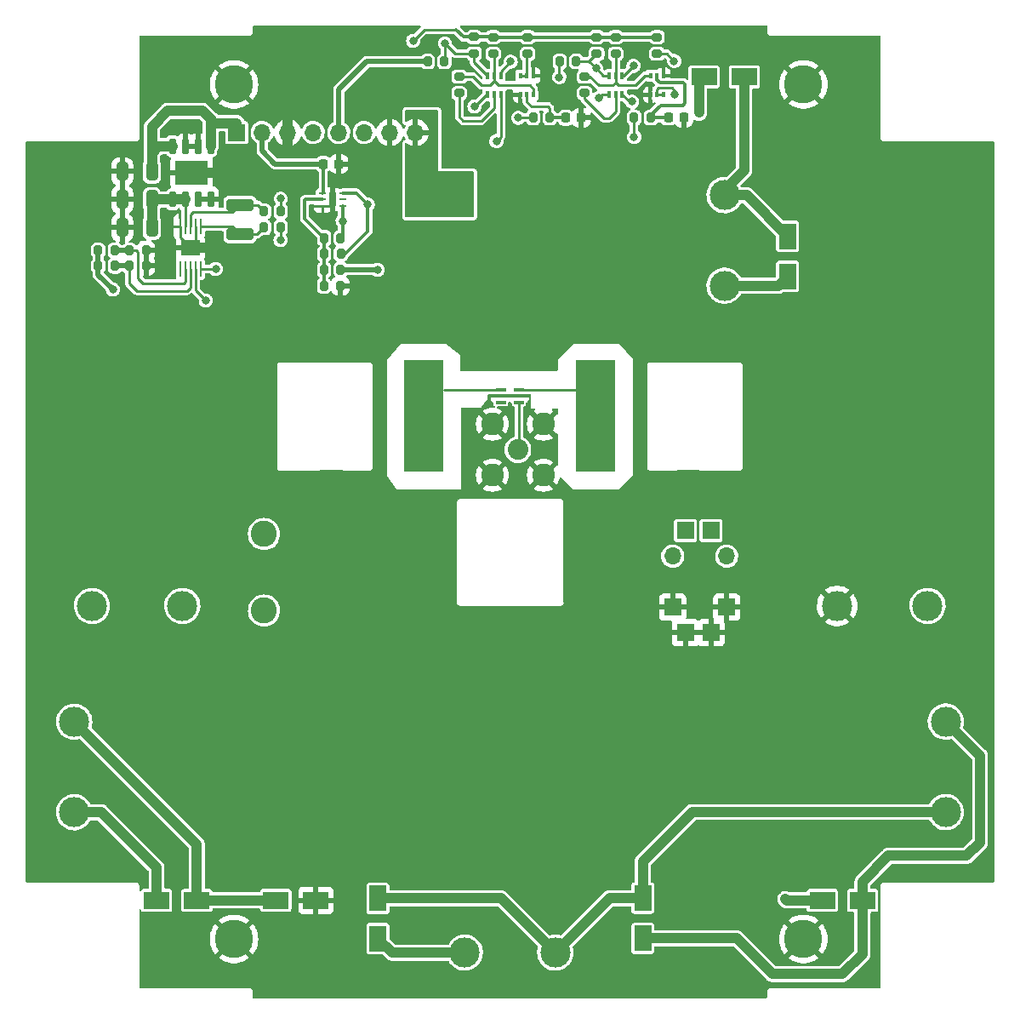
<source format=gtl>
G04 #@! TF.GenerationSoftware,KiCad,Pcbnew,(6.0.5)*
G04 #@! TF.CreationDate,2023-05-08T02:21:19-07:00*
G04 #@! TF.ProjectId,Z_Panels,5a5f5061-6e65-46c7-932e-6b696361645f,rev?*
G04 #@! TF.SameCoordinates,Original*
G04 #@! TF.FileFunction,Copper,L1,Top*
G04 #@! TF.FilePolarity,Positive*
%FSLAX46Y46*%
G04 Gerber Fmt 4.6, Leading zero omitted, Abs format (unit mm)*
G04 Created by KiCad (PCBNEW (6.0.5)) date 2023-05-08 02:21:19*
%MOMM*%
%LPD*%
G01*
G04 APERTURE LIST*
G04 Aperture macros list*
%AMRoundRect*
0 Rectangle with rounded corners*
0 $1 Rounding radius*
0 $2 $3 $4 $5 $6 $7 $8 $9 X,Y pos of 4 corners*
0 Add a 4 corners polygon primitive as box body*
4,1,4,$2,$3,$4,$5,$6,$7,$8,$9,$2,$3,0*
0 Add four circle primitives for the rounded corners*
1,1,$1+$1,$2,$3*
1,1,$1+$1,$4,$5*
1,1,$1+$1,$6,$7*
1,1,$1+$1,$8,$9*
0 Add four rect primitives between the rounded corners*
20,1,$1+$1,$2,$3,$4,$5,0*
20,1,$1+$1,$4,$5,$6,$7,0*
20,1,$1+$1,$6,$7,$8,$9,0*
20,1,$1+$1,$8,$9,$2,$3,0*%
G04 Aperture macros list end*
G04 #@! TA.AperFunction,ComponentPad*
%ADD10C,3.000000*%
G04 #@! TD*
G04 #@! TA.AperFunction,ConnectorPad*
%ADD11C,3.800000*%
G04 #@! TD*
G04 #@! TA.AperFunction,ComponentPad*
%ADD12C,2.600000*%
G04 #@! TD*
G04 #@! TA.AperFunction,SMDPad,CuDef*
%ADD13R,1.700000X2.500000*%
G04 #@! TD*
G04 #@! TA.AperFunction,SMDPad,CuDef*
%ADD14RoundRect,0.200000X0.200000X0.275000X-0.200000X0.275000X-0.200000X-0.275000X0.200000X-0.275000X0*%
G04 #@! TD*
G04 #@! TA.AperFunction,SMDPad,CuDef*
%ADD15R,2.500000X1.700000*%
G04 #@! TD*
G04 #@! TA.AperFunction,SMDPad,CuDef*
%ADD16RoundRect,0.200000X-0.200000X-0.275000X0.200000X-0.275000X0.200000X0.275000X-0.200000X0.275000X0*%
G04 #@! TD*
G04 #@! TA.AperFunction,SMDPad,CuDef*
%ADD17RoundRect,0.200000X0.275000X-0.200000X0.275000X0.200000X-0.275000X0.200000X-0.275000X-0.200000X0*%
G04 #@! TD*
G04 #@! TA.AperFunction,SMDPad,CuDef*
%ADD18R,0.280000X1.600000*%
G04 #@! TD*
G04 #@! TA.AperFunction,SMDPad,CuDef*
%ADD19R,1.880000X1.570000*%
G04 #@! TD*
G04 #@! TA.AperFunction,SMDPad,CuDef*
%ADD20RoundRect,0.200000X-0.275000X0.200000X-0.275000X-0.200000X0.275000X-0.200000X0.275000X0.200000X0*%
G04 #@! TD*
G04 #@! TA.AperFunction,ComponentPad*
%ADD21R,1.700000X1.700000*%
G04 #@! TD*
G04 #@! TA.AperFunction,ComponentPad*
%ADD22O,1.700000X1.700000*%
G04 #@! TD*
G04 #@! TA.AperFunction,SMDPad,CuDef*
%ADD23RoundRect,0.250000X-0.325000X-0.650000X0.325000X-0.650000X0.325000X0.650000X-0.325000X0.650000X0*%
G04 #@! TD*
G04 #@! TA.AperFunction,SMDPad,CuDef*
%ADD24R,0.400000X0.600000*%
G04 #@! TD*
G04 #@! TA.AperFunction,SMDPad,CuDef*
%ADD25R,0.740000X0.270000*%
G04 #@! TD*
G04 #@! TA.AperFunction,SMDPad,CuDef*
%ADD26R,0.650000X1.350000*%
G04 #@! TD*
G04 #@! TA.AperFunction,SMDPad,CuDef*
%ADD27R,0.400000X0.650000*%
G04 #@! TD*
G04 #@! TA.AperFunction,SMDPad,CuDef*
%ADD28RoundRect,0.225000X-0.225000X-0.250000X0.225000X-0.250000X0.225000X0.250000X-0.225000X0.250000X0*%
G04 #@! TD*
G04 #@! TA.AperFunction,SMDPad,CuDef*
%ADD29R,4.000000X11.000000*%
G04 #@! TD*
G04 #@! TA.AperFunction,SMDPad,CuDef*
%ADD30R,4.000000X1.000000*%
G04 #@! TD*
G04 #@! TA.AperFunction,SMDPad,CuDef*
%ADD31RoundRect,0.150000X0.150000X-0.650000X0.150000X0.650000X-0.150000X0.650000X-0.150000X-0.650000X0*%
G04 #@! TD*
G04 #@! TA.AperFunction,SMDPad,CuDef*
%ADD32R,3.200000X2.400000*%
G04 #@! TD*
G04 #@! TA.AperFunction,SMDPad,CuDef*
%ADD33R,1.000000X0.350000*%
G04 #@! TD*
G04 #@! TA.AperFunction,SMDPad,CuDef*
%ADD34RoundRect,0.250000X1.100000X-0.325000X1.100000X0.325000X-1.100000X0.325000X-1.100000X-0.325000X0*%
G04 #@! TD*
G04 #@! TA.AperFunction,ComponentPad*
%ADD35C,2.050000*%
G04 #@! TD*
G04 #@! TA.AperFunction,ComponentPad*
%ADD36C,2.250000*%
G04 #@! TD*
G04 #@! TA.AperFunction,ViaPad*
%ADD37C,0.800000*%
G04 #@! TD*
G04 #@! TA.AperFunction,Conductor*
%ADD38C,0.250000*%
G04 #@! TD*
G04 #@! TA.AperFunction,Conductor*
%ADD39C,0.306000*%
G04 #@! TD*
G04 #@! TA.AperFunction,Conductor*
%ADD40C,1.000000*%
G04 #@! TD*
G04 #@! TA.AperFunction,Conductor*
%ADD41C,0.500000*%
G04 #@! TD*
G04 APERTURE END LIST*
D10*
X150042000Y-97830000D03*
X141042000Y-97830000D03*
D11*
X155182000Y-45965600D03*
D12*
X155182000Y-45965600D03*
D13*
X210280000Y-61060000D03*
X210280000Y-65060000D03*
D14*
X186608000Y-49246000D03*
X184958000Y-49246000D03*
D15*
X159340000Y-127120000D03*
X163340000Y-127120000D03*
D16*
X141669000Y-64008000D03*
X143319000Y-64008000D03*
D14*
X165795000Y-64390000D03*
X164145000Y-64390000D03*
D17*
X184393000Y-42911000D03*
X184393000Y-41261000D03*
D18*
X151840000Y-60112500D03*
X151340000Y-60112500D03*
X150840000Y-60112500D03*
X150340000Y-60112500D03*
X149840000Y-60112500D03*
X149840000Y-64312500D03*
X150340000Y-64312500D03*
X150840000Y-64312500D03*
X151340000Y-64312500D03*
X151840000Y-64312500D03*
D19*
X150840000Y-62212500D03*
D20*
X193163000Y-41261000D03*
X193163000Y-42911000D03*
D16*
X174463000Y-43666000D03*
X176113000Y-43666000D03*
X158180000Y-60180000D03*
X159830000Y-60180000D03*
D14*
X165805000Y-62800000D03*
X164155000Y-62800000D03*
D21*
X202656000Y-100503000D03*
X200116000Y-100503000D03*
X198846000Y-97963000D03*
X204216000Y-97963000D03*
D22*
X204216000Y-92883000D03*
D21*
X202656000Y-90343000D03*
X200116000Y-90343000D03*
D22*
X198846000Y-92883000D03*
D10*
X187160000Y-132310000D03*
X178160000Y-132310000D03*
D17*
X190073000Y-46831000D03*
X190073000Y-45181000D03*
D23*
X144067000Y-60198000D03*
X147017000Y-60198000D03*
D16*
X144780000Y-64008000D03*
X146430000Y-64008000D03*
D14*
X165795000Y-65990000D03*
X164145000Y-65990000D03*
D24*
X196623000Y-46986000D03*
X197273000Y-46986000D03*
X197923000Y-46986000D03*
X197923000Y-45086000D03*
X197273000Y-45086000D03*
X196623000Y-45086000D03*
D12*
X158170000Y-90670000D03*
X158170000Y-98290000D03*
D16*
X187598000Y-43666000D03*
X189248000Y-43666000D03*
D23*
X144067000Y-54610000D03*
X147017000Y-54610000D03*
D16*
X141669000Y-62484000D03*
X143319000Y-62484000D03*
D12*
X211856000Y-45965600D03*
D11*
X211856000Y-45965600D03*
D15*
X201962000Y-45212000D03*
X205962000Y-45212000D03*
D10*
X204008000Y-56968000D03*
X204008000Y-65968000D03*
D14*
X165795000Y-61230000D03*
X164145000Y-61230000D03*
D16*
X144780000Y-62484000D03*
X146430000Y-62484000D03*
D17*
X179063000Y-42891000D03*
X179063000Y-41241000D03*
D25*
X163995000Y-56760000D03*
X163995000Y-57410000D03*
X163995000Y-58060000D03*
X165985000Y-58060000D03*
X165985000Y-57410000D03*
X165985000Y-56760000D03*
D26*
X164990000Y-57410000D03*
D27*
X180423000Y-46986000D03*
X181073000Y-46986000D03*
X181723000Y-46986000D03*
X181723000Y-45086000D03*
X181073000Y-45086000D03*
X180423000Y-45086000D03*
D28*
X188188000Y-49276000D03*
X189738000Y-49276000D03*
D24*
X184983000Y-45086000D03*
X184333000Y-45086000D03*
X183683000Y-45086000D03*
X183683000Y-46986000D03*
X184333000Y-46986000D03*
X184983000Y-46986000D03*
D29*
X191166000Y-78994000D03*
D30*
X191166000Y-73914000D03*
D29*
X174086000Y-78994000D03*
D30*
X174086000Y-73914000D03*
D23*
X144067000Y-57404000D03*
X147017000Y-57404000D03*
D10*
X226020000Y-109330000D03*
X226020000Y-118330000D03*
X224210000Y-97830000D03*
X215210000Y-97830000D03*
D12*
X211856000Y-130965600D03*
D11*
X211856000Y-130965600D03*
D20*
X177593000Y-45181000D03*
X177593000Y-46831000D03*
D10*
X139280000Y-118350000D03*
X139280000Y-109350000D03*
D15*
X147470000Y-127120000D03*
X151470000Y-127120000D03*
D31*
X149065000Y-57400000D03*
X150335000Y-57400000D03*
X151605000Y-57400000D03*
X152875000Y-57400000D03*
X152875000Y-52100000D03*
X151605000Y-52100000D03*
X150335000Y-52100000D03*
X149065000Y-52100000D03*
D32*
X150970000Y-54750000D03*
D15*
X213740000Y-127120000D03*
X217740000Y-127120000D03*
D17*
X191273000Y-42901000D03*
X191273000Y-41251000D03*
D28*
X198398000Y-49266000D03*
X199948000Y-49266000D03*
D16*
X158180000Y-58590000D03*
X159830000Y-58590000D03*
D14*
X196658000Y-49266000D03*
X195008000Y-49266000D03*
D12*
X155182000Y-130965600D03*
D11*
X155182000Y-130965600D03*
D17*
X197283000Y-42911000D03*
X197283000Y-41261000D03*
D33*
X183526000Y-77612000D03*
X183526000Y-76962000D03*
X183526000Y-76312000D03*
X181726000Y-76312000D03*
X181726000Y-76962000D03*
X181726000Y-77612000D03*
D13*
X169510000Y-126920000D03*
X169510000Y-130920000D03*
D21*
X155448000Y-50738000D03*
D22*
X157988000Y-50738000D03*
X160528000Y-50738000D03*
X163068000Y-50738000D03*
X165608000Y-50738000D03*
X168148000Y-50738000D03*
X170688000Y-50738000D03*
X173228000Y-50738000D03*
D34*
X155780000Y-60875000D03*
X155780000Y-57925000D03*
D27*
X192513000Y-46986000D03*
X193163000Y-46986000D03*
X193813000Y-46986000D03*
X193813000Y-45086000D03*
X193163000Y-45086000D03*
X192513000Y-45086000D03*
D13*
X195860000Y-130900000D03*
X195860000Y-126900000D03*
D28*
X164055000Y-53860000D03*
X165605000Y-53860000D03*
D20*
X180983000Y-41261000D03*
X180983000Y-42911000D03*
D35*
X183431443Y-82290965D03*
D36*
X185971443Y-79750965D03*
X180891443Y-84830965D03*
X185971443Y-84830965D03*
X180891443Y-79750965D03*
D37*
X182468000Y-72612000D03*
X150897500Y-62212500D03*
X176276000Y-93314000D03*
X170942000Y-70612000D03*
X204502000Y-70612000D03*
X168276000Y-91314000D03*
X200502000Y-70612000D03*
X194502000Y-70612000D03*
X193104000Y-95314000D03*
X172276000Y-93314000D03*
X168276000Y-97314000D03*
X172276000Y-91314000D03*
X141300000Y-60230000D03*
X176468000Y-70612000D03*
X195580000Y-79058000D03*
X204502000Y-72612000D03*
X189104000Y-91314000D03*
X206502000Y-72612000D03*
X168942000Y-70612000D03*
X164942000Y-72612000D03*
X170276000Y-87314000D03*
X162942000Y-72612000D03*
X169672000Y-81058000D03*
X191104000Y-99314000D03*
X186468000Y-70612000D03*
X158942000Y-70612000D03*
X202502000Y-72612000D03*
X193104000Y-93314000D03*
X168276000Y-95314000D03*
X141340000Y-57280000D03*
X176276000Y-99314000D03*
X170276000Y-95314000D03*
X198502000Y-72612000D03*
X193104000Y-89314000D03*
X191104000Y-97314000D03*
X172276000Y-97314000D03*
X141440000Y-54600000D03*
X168276000Y-87314000D03*
X174276000Y-87314000D03*
X168276000Y-93314000D03*
X195072000Y-87303622D03*
X191104000Y-89314000D03*
X172276000Y-87314000D03*
X168276000Y-99314000D03*
X196502000Y-70612000D03*
X195072000Y-91303622D03*
X195580000Y-83058000D03*
X174276000Y-97314000D03*
X176276000Y-87314000D03*
X169672000Y-77058000D03*
X180468000Y-72612000D03*
X160528000Y-52490000D03*
X164942000Y-70612000D03*
X193104000Y-91314000D03*
X183388000Y-85090000D03*
X189104000Y-93314000D03*
X202502000Y-70612000D03*
X198502000Y-70612000D03*
X191104000Y-91314000D03*
X169672000Y-83058000D03*
X178562000Y-81090000D03*
X168942000Y-72612000D03*
X195072000Y-89303622D03*
X195072000Y-93303622D03*
X191104000Y-87314000D03*
X176276000Y-97314000D03*
X170276000Y-89314000D03*
X178468000Y-72612000D03*
X200502000Y-72612000D03*
X168276000Y-89314000D03*
X166942000Y-72612000D03*
X148530000Y-61790000D03*
X193104000Y-87314000D03*
X184468000Y-72612000D03*
X193104000Y-99314000D03*
X186468000Y-72612000D03*
X154310000Y-53830000D03*
X160942000Y-70612000D03*
X189104000Y-89314000D03*
X176276000Y-91314000D03*
X170276000Y-97314000D03*
X150970000Y-54750000D03*
X195580000Y-77058000D03*
X148400000Y-63890000D03*
X189104000Y-99314000D03*
X182468000Y-70612000D03*
X196502000Y-72612000D03*
X170276000Y-93314000D03*
X174276000Y-99314000D03*
X184468000Y-70612000D03*
X195072000Y-95303622D03*
X174276000Y-95314000D03*
X169672000Y-75058000D03*
X195580000Y-75058000D03*
X178468000Y-70612000D03*
X186182000Y-82296000D03*
X169672000Y-79058000D03*
X195580000Y-81058000D03*
X166942000Y-70612000D03*
X180468000Y-70612000D03*
X174276000Y-89314000D03*
X189104000Y-97314000D03*
X172276000Y-89314000D03*
X206502000Y-70612000D03*
X178562000Y-83090000D03*
X176276000Y-95314000D03*
X149120000Y-50220000D03*
X193104000Y-97314000D03*
X174276000Y-93314000D03*
X191104000Y-95314000D03*
X160528000Y-48938000D03*
X158942000Y-72612000D03*
X195072000Y-99303622D03*
X160942000Y-72612000D03*
X189104000Y-95314000D03*
X189104000Y-87314000D03*
X172276000Y-99314000D03*
X153500000Y-54750000D03*
X176276000Y-89314000D03*
X172276000Y-95314000D03*
X170276000Y-99314000D03*
X154380000Y-55780000D03*
X188468000Y-70612000D03*
X191104000Y-93314000D03*
X174276000Y-91314000D03*
X180594000Y-82296000D03*
X178562000Y-85090000D03*
X178562000Y-79090000D03*
X162942000Y-70612000D03*
X195072000Y-97303622D03*
X152772500Y-62212500D03*
X170276000Y-91314000D03*
X150710000Y-50030000D03*
X143140000Y-66360000D03*
X173010000Y-41610000D03*
X169460000Y-64390000D03*
X201457600Y-48777600D03*
X210058000Y-127000000D03*
X191513000Y-47286000D03*
X187553000Y-45236000D03*
X194813000Y-47676000D03*
X179113000Y-48156000D03*
X181298000Y-51591000D03*
X183473000Y-49276000D03*
X165985000Y-59535000D03*
X153357500Y-64312500D03*
X176173000Y-41876000D03*
X182713000Y-43696000D03*
X199070000Y-46930000D03*
X198990000Y-43620000D03*
X195008000Y-51181000D03*
X168500000Y-57900000D03*
X152370000Y-67460000D03*
X191215500Y-44373500D03*
X194943000Y-44106000D03*
X159815000Y-61430000D03*
X159835000Y-57320000D03*
X178562000Y-58166000D03*
X177292000Y-56134000D03*
X177292000Y-55118000D03*
X178562000Y-56134000D03*
X177292000Y-58166000D03*
X177292000Y-57150000D03*
X178562000Y-55118000D03*
X178562000Y-57150000D03*
D38*
X183526000Y-76312000D02*
X189160408Y-76312000D01*
X181726000Y-76312000D02*
X176092478Y-76312000D01*
X184333000Y-47686000D02*
X184783000Y-48136000D01*
X184333000Y-46986000D02*
X184333000Y-47686000D01*
X186433000Y-48136000D02*
X186608000Y-48311000D01*
X186608000Y-48311000D02*
X186608000Y-49246000D01*
X186593000Y-49231000D02*
X186608000Y-49246000D01*
D39*
X188158000Y-49246000D02*
X188188000Y-49276000D01*
D38*
X184783000Y-48136000D02*
X186433000Y-48136000D01*
D39*
X186608000Y-49246000D02*
X188158000Y-49246000D01*
D38*
X149840000Y-60112500D02*
X149840000Y-61212500D01*
D40*
X160528000Y-50723600D02*
X160528000Y-52490000D01*
D38*
X149840000Y-61212500D02*
X150840000Y-62212500D01*
D40*
X150897500Y-62212500D02*
X152772500Y-62212500D01*
D38*
X151340000Y-61712500D02*
X150840000Y-62212500D01*
D40*
X150840000Y-62212500D02*
X150897500Y-62212500D01*
X160528000Y-50723600D02*
X160528000Y-48938000D01*
X150970000Y-54750000D02*
X153500000Y-54750000D01*
D38*
X151340000Y-60112500D02*
X151340000Y-61712500D01*
X197283000Y-45076000D02*
X197273000Y-45086000D01*
D39*
X196658000Y-49266000D02*
X198398000Y-49266000D01*
X197650000Y-48040000D02*
X199850000Y-48040000D01*
X196658000Y-49032000D02*
X197650000Y-48040000D01*
X200070000Y-45960000D02*
X199890000Y-45780000D01*
X199850000Y-48040000D02*
X200070000Y-47820000D01*
X197560000Y-45780000D02*
X197273000Y-45493000D01*
X200070000Y-47820000D02*
X200070000Y-45960000D01*
X199890000Y-45780000D02*
X197560000Y-45780000D01*
X196658000Y-49266000D02*
X196658000Y-49032000D01*
X197273000Y-45493000D02*
X197273000Y-45086000D01*
D38*
X150340000Y-60112500D02*
X150340000Y-57405000D01*
D40*
X147017000Y-57404000D02*
X149061000Y-57404000D01*
X149061000Y-57404000D02*
X149065000Y-57400000D01*
X147017000Y-57404000D02*
X147017000Y-60198000D01*
X149065000Y-57400000D02*
X150335000Y-57400000D01*
D38*
X150340000Y-57405000D02*
X150335000Y-57400000D01*
D40*
X152875000Y-49415000D02*
X153255600Y-49795600D01*
X147017000Y-52763000D02*
X147680000Y-52100000D01*
X147017000Y-53313000D02*
X147017000Y-52763000D01*
X152050000Y-48590000D02*
X148570000Y-48590000D01*
X152875000Y-49415000D02*
X152050000Y-48590000D01*
X152875000Y-52100000D02*
X152875000Y-49415000D01*
D41*
X141669000Y-64008000D02*
X141669000Y-64889000D01*
D40*
X148570000Y-48590000D02*
X147017000Y-50143000D01*
X147017000Y-54610000D02*
X147017000Y-53313000D01*
X147680000Y-52100000D02*
X149065000Y-52100000D01*
D41*
X141669000Y-62484000D02*
X141669000Y-64008000D01*
D40*
X147017000Y-50143000D02*
X147017000Y-53313000D01*
D41*
X141669000Y-64889000D02*
X143140000Y-66360000D01*
D40*
X153255600Y-49795600D02*
X155448000Y-49795600D01*
D39*
X164055000Y-56700000D02*
X163995000Y-56760000D01*
X178018000Y-41241000D02*
X177273000Y-40496000D01*
D41*
X159270000Y-53860000D02*
X157988000Y-52578000D01*
D39*
X164055000Y-53860000D02*
X164055000Y-56700000D01*
D41*
X157988000Y-52578000D02*
X157988000Y-50738000D01*
D39*
X193163000Y-41261000D02*
X197283000Y-41261000D01*
D41*
X164055000Y-53860000D02*
X159270000Y-53860000D01*
D38*
X174124000Y-40496000D02*
X173010000Y-41610000D01*
D39*
X173080000Y-41540000D02*
X173010000Y-41610000D01*
X184393000Y-41261000D02*
X191263000Y-41261000D01*
X191273000Y-41251000D02*
X193153000Y-41251000D01*
X193153000Y-41251000D02*
X193163000Y-41261000D01*
D38*
X177273000Y-40496000D02*
X174124000Y-40496000D01*
D41*
X165795000Y-64390000D02*
X169460000Y-64390000D01*
D39*
X180963000Y-41241000D02*
X180983000Y-41261000D01*
X179063000Y-41241000D02*
X180963000Y-41241000D01*
X179063000Y-41241000D02*
X178018000Y-41241000D01*
X191263000Y-41261000D02*
X191273000Y-41251000D01*
X180983000Y-41261000D02*
X184393000Y-41261000D01*
D40*
X201457600Y-45716400D02*
X201962000Y-45212000D01*
X201457600Y-48777600D02*
X201457600Y-45716400D01*
X206188000Y-56968000D02*
X210280000Y-61060000D01*
X205962000Y-54506000D02*
X205962000Y-45212000D01*
X203500000Y-56968000D02*
X206188000Y-56968000D01*
X203500000Y-56968000D02*
X205962000Y-54506000D01*
X210178000Y-127120000D02*
X210058000Y-127000000D01*
X213740000Y-127120000D02*
X210178000Y-127120000D01*
X203500000Y-65968000D02*
X209372000Y-65968000D01*
X209372000Y-65968000D02*
X210280000Y-65060000D01*
X205220000Y-130900000D02*
X208760000Y-134440000D01*
X195860000Y-130900000D02*
X205220000Y-130900000D01*
X217740000Y-132430000D02*
X217740000Y-127120000D01*
X215730000Y-134440000D02*
X217740000Y-132430000D01*
X220310000Y-122690000D02*
X228110000Y-122690000D01*
X228110000Y-122690000D02*
X229430000Y-121370000D01*
X229430000Y-112740000D02*
X226020000Y-109330000D01*
X217740000Y-127120000D02*
X217740000Y-125260000D01*
X208760000Y-134440000D02*
X215730000Y-134440000D01*
X217740000Y-125260000D02*
X220310000Y-122690000D01*
X229430000Y-121370000D02*
X229430000Y-112740000D01*
X181770000Y-126920000D02*
X169510000Y-126920000D01*
X187160000Y-132310000D02*
X192570000Y-126900000D01*
X195860000Y-123240000D02*
X200770000Y-118330000D01*
X195860000Y-126900000D02*
X195860000Y-123240000D01*
X187160000Y-132310000D02*
X181770000Y-126920000D01*
X192570000Y-126900000D02*
X195860000Y-126900000D01*
X200770000Y-118330000D02*
X226020000Y-118330000D01*
X147470000Y-127120000D02*
X147470000Y-123848000D01*
X178160000Y-132310000D02*
X170900000Y-132310000D01*
X147470000Y-123848000D02*
X141972000Y-118350000D01*
X170900000Y-132310000D02*
X169510000Y-130920000D01*
X141972000Y-118350000D02*
X139280000Y-118350000D01*
X159340000Y-127120000D02*
X151470000Y-127120000D01*
X151470000Y-121540000D02*
X139280000Y-109350000D01*
X151470000Y-127120000D02*
X151470000Y-121540000D01*
D38*
X183526000Y-77612000D02*
X183526000Y-82196408D01*
X194503000Y-47676000D02*
X194813000Y-47676000D01*
X192513000Y-46986000D02*
X191813000Y-46986000D01*
X187553000Y-43711000D02*
X187598000Y-43666000D01*
X193813000Y-46986000D02*
X194503000Y-47676000D01*
X191813000Y-46986000D02*
X191513000Y-47286000D01*
X187553000Y-45236000D02*
X187553000Y-43711000D01*
X181723000Y-46986000D02*
X181723000Y-51166000D01*
X181723000Y-51166000D02*
X181298000Y-51591000D01*
D41*
X174463000Y-43666000D02*
X168424000Y-43666000D01*
D38*
X180283000Y-46986000D02*
X179113000Y-48156000D01*
X180423000Y-46986000D02*
X180283000Y-46986000D01*
D41*
X168424000Y-43666000D02*
X165608000Y-46482000D01*
X165608000Y-46482000D02*
X165608000Y-50738000D01*
D38*
X184333000Y-45086000D02*
X184333000Y-42971000D01*
X183683000Y-45086000D02*
X184333000Y-45086000D01*
X184333000Y-42971000D02*
X184393000Y-42911000D01*
X181528978Y-46066000D02*
X181073000Y-45610022D01*
X181073000Y-45610022D02*
X181073000Y-45086000D01*
X184613000Y-46066000D02*
X181528978Y-46066000D01*
X177593000Y-45181000D02*
X178948000Y-45181000D01*
X180637022Y-46046000D02*
X181073000Y-45610022D01*
X179813000Y-46046000D02*
X180637022Y-46046000D01*
X184983000Y-46436000D02*
X184613000Y-46066000D01*
X184983000Y-46986000D02*
X184983000Y-46436000D01*
X181073000Y-43001000D02*
X180983000Y-42911000D01*
X181073000Y-45086000D02*
X181073000Y-43001000D01*
X178948000Y-45181000D02*
X179813000Y-46046000D01*
X177983000Y-49576000D02*
X177593000Y-49186000D01*
X179773000Y-49576000D02*
X177983000Y-49576000D01*
X181073000Y-46986000D02*
X181073000Y-48276000D01*
X181073000Y-48276000D02*
X179773000Y-49576000D01*
X177593000Y-49186000D02*
X177593000Y-46831000D01*
X179063000Y-42891000D02*
X177188000Y-42891000D01*
X151840000Y-64312500D02*
X153357500Y-64312500D01*
X181723000Y-44686000D02*
X182713000Y-43696000D01*
X176173000Y-43606000D02*
X176113000Y-43666000D01*
D39*
X165985000Y-58060000D02*
X165985000Y-59535000D01*
D38*
X180423000Y-45086000D02*
X179063000Y-43726000D01*
D39*
X165985000Y-59535000D02*
X165985000Y-61040000D01*
D38*
X176173000Y-41876000D02*
X176173000Y-43606000D01*
X181723000Y-45086000D02*
X181723000Y-44686000D01*
X179063000Y-43726000D02*
X179063000Y-42891000D01*
X184958000Y-49246000D02*
X183503000Y-49246000D01*
D39*
X165985000Y-61040000D02*
X165795000Y-61230000D01*
D38*
X177188000Y-42891000D02*
X176173000Y-41876000D01*
X183503000Y-49246000D02*
X183473000Y-49276000D01*
X197283000Y-42911000D02*
X198281000Y-42911000D01*
X197410000Y-46300000D02*
X198750000Y-46300000D01*
X197273000Y-46986000D02*
X197923000Y-46986000D01*
X197273000Y-46437000D02*
X197410000Y-46300000D01*
X198281000Y-42911000D02*
X198990000Y-43620000D01*
X198750000Y-46300000D02*
X199070000Y-46620000D01*
X197273000Y-46986000D02*
X197273000Y-46437000D01*
X199070000Y-46620000D02*
X199070000Y-46930000D01*
X190073000Y-45181000D02*
X190608000Y-45181000D01*
X193163000Y-45746000D02*
X193443000Y-46026000D01*
X190608000Y-45181000D02*
X191473000Y-46046000D01*
X193443000Y-46026000D02*
X195153000Y-46026000D01*
X191473000Y-46046000D02*
X192863000Y-46046000D01*
X193163000Y-45746000D02*
X193163000Y-45086000D01*
X196093000Y-45086000D02*
X196623000Y-45086000D01*
X195153000Y-46026000D02*
X196093000Y-45086000D01*
X193163000Y-45086000D02*
X193163000Y-42911000D01*
X192863000Y-46046000D02*
X193163000Y-45746000D01*
X193163000Y-48626000D02*
X193163000Y-46986000D01*
X192483000Y-49306000D02*
X193163000Y-48626000D01*
X190073000Y-46831000D02*
X190073000Y-47376000D01*
X192003000Y-49306000D02*
X192483000Y-49306000D01*
X190073000Y-47376000D02*
X192003000Y-49306000D01*
D39*
X168510000Y-60550000D02*
X168510000Y-57910000D01*
D38*
X191215500Y-44373500D02*
X191928000Y-45086000D01*
D39*
X168510000Y-57910000D02*
X168500000Y-57900000D01*
D38*
X193963000Y-45086000D02*
X194943000Y-44106000D01*
X191928000Y-45086000D02*
X192513000Y-45086000D01*
X190508000Y-43666000D02*
X191273000Y-42901000D01*
X189248000Y-43666000D02*
X190508000Y-43666000D01*
D39*
X165805000Y-62800000D02*
X166260000Y-62800000D01*
D38*
X151340000Y-64312500D02*
X151340000Y-66430000D01*
X195008000Y-49266000D02*
X195008000Y-51181000D01*
X190508000Y-43666000D02*
X191215500Y-44373500D01*
D39*
X168500000Y-57900000D02*
X167360000Y-56760000D01*
X166260000Y-62800000D02*
X168510000Y-60550000D01*
D38*
X151340000Y-66430000D02*
X152370000Y-67460000D01*
X193813000Y-45086000D02*
X193963000Y-45086000D01*
D39*
X167360000Y-56760000D02*
X165985000Y-56760000D01*
D38*
X144780000Y-65770000D02*
X145490000Y-66480000D01*
X144780000Y-64008000D02*
X144780000Y-65770000D01*
X145490000Y-66480000D02*
X150510000Y-66480000D01*
X150840000Y-66150000D02*
X150840000Y-64312500D01*
X150510000Y-66480000D02*
X150840000Y-66150000D01*
D41*
X143319000Y-64008000D02*
X144780000Y-64008000D01*
D38*
X146140000Y-65740000D02*
X150220000Y-65740000D01*
X145620000Y-62650000D02*
X145620000Y-65220000D01*
D41*
X143319000Y-62484000D02*
X144780000Y-62484000D01*
D38*
X150340000Y-65620000D02*
X150340000Y-64312500D01*
X145620000Y-65220000D02*
X146140000Y-65740000D01*
X150220000Y-65740000D02*
X150340000Y-65620000D01*
X145454000Y-62484000D02*
X145620000Y-62650000D01*
X144780000Y-62484000D02*
X145454000Y-62484000D01*
X155780000Y-60875000D02*
X157485000Y-60875000D01*
X151840000Y-60112500D02*
X155017500Y-60112500D01*
X157485000Y-60875000D02*
X158180000Y-60180000D01*
X155017500Y-60112500D02*
X155780000Y-60875000D01*
X159830000Y-61415000D02*
X159815000Y-61430000D01*
X159830000Y-60180000D02*
X159830000Y-61415000D01*
X150840000Y-58930000D02*
X151100000Y-58670000D01*
X155780000Y-57925000D02*
X157515000Y-57925000D01*
X155035000Y-58670000D02*
X155780000Y-57925000D01*
X157515000Y-57925000D02*
X158180000Y-58590000D01*
X151100000Y-58670000D02*
X155035000Y-58670000D01*
X150840000Y-60112500D02*
X150840000Y-58930000D01*
X159830000Y-57325000D02*
X159835000Y-57320000D01*
X159830000Y-58590000D02*
X159830000Y-57325000D01*
D39*
X163995000Y-57410000D02*
X162250000Y-57410000D01*
X164145000Y-62790000D02*
X164155000Y-62800000D01*
X164145000Y-61230000D02*
X164145000Y-62790000D01*
X164155000Y-64380000D02*
X164145000Y-64390000D01*
X162200000Y-59285000D02*
X164145000Y-61230000D01*
X162200000Y-57460000D02*
X162200000Y-59285000D01*
X162250000Y-57410000D02*
X162200000Y-57460000D01*
X164145000Y-64390000D02*
X164145000Y-65990000D01*
X164155000Y-62800000D02*
X164155000Y-64380000D01*
G04 #@! TA.AperFunction,Conductor*
G36*
X175472160Y-48533385D02*
G01*
X175509032Y-48584135D01*
X175514000Y-48615500D01*
X175514000Y-54610000D01*
X178968500Y-54610000D01*
X179028160Y-54629385D01*
X179065032Y-54680135D01*
X179070000Y-54711500D01*
X179070000Y-59080500D01*
X179050615Y-59140160D01*
X178999865Y-59177032D01*
X178968500Y-59182000D01*
X172313500Y-59182000D01*
X172253840Y-59162615D01*
X172216968Y-59111865D01*
X172212000Y-59080500D01*
X172212000Y-51875795D01*
X172231385Y-51816135D01*
X172282135Y-51779263D01*
X172344865Y-51779263D01*
X172378335Y-51797701D01*
X172443209Y-51851560D01*
X172450008Y-51856321D01*
X172635624Y-51964786D01*
X172643106Y-51968371D01*
X172843940Y-52045062D01*
X172851917Y-52047379D01*
X172958244Y-52069011D01*
X172971792Y-52067468D01*
X172974000Y-52059080D01*
X172974000Y-52058556D01*
X173482000Y-52058556D01*
X173486226Y-52071562D01*
X173487792Y-52072699D01*
X173493161Y-52073202D01*
X173507183Y-52071406D01*
X173515298Y-52069681D01*
X173721211Y-52007904D01*
X173728940Y-52004875D01*
X173921999Y-51910296D01*
X173929127Y-51906047D01*
X174104141Y-51781212D01*
X174110492Y-51775845D01*
X174262753Y-51624112D01*
X174268152Y-51617768D01*
X174393587Y-51443208D01*
X174397870Y-51436081D01*
X174493118Y-51243362D01*
X174496174Y-51235642D01*
X174558670Y-51029945D01*
X174560423Y-51021836D01*
X174562253Y-51007938D01*
X174559760Y-50994492D01*
X174558425Y-50993224D01*
X174553013Y-50992000D01*
X173498076Y-50992000D01*
X173485070Y-50996226D01*
X173482000Y-51000452D01*
X173482000Y-52058556D01*
X172974000Y-52058556D01*
X172974000Y-50467924D01*
X173482000Y-50467924D01*
X173486226Y-50480930D01*
X173490452Y-50484000D01*
X174548383Y-50484000D01*
X174560636Y-50480019D01*
X174560973Y-50470122D01*
X174518971Y-50302907D01*
X174516293Y-50295042D01*
X174430572Y-50097894D01*
X174426648Y-50090578D01*
X174309882Y-49910085D01*
X174304811Y-49903499D01*
X174160138Y-49744506D01*
X174154052Y-49738831D01*
X173985348Y-49605597D01*
X173978439Y-49601006D01*
X173790224Y-49497106D01*
X173782661Y-49493707D01*
X173580013Y-49421945D01*
X173571981Y-49419823D01*
X173497828Y-49406614D01*
X173484282Y-49408494D01*
X173483851Y-49408909D01*
X173482000Y-49416304D01*
X173482000Y-50467924D01*
X172974000Y-50467924D01*
X172974000Y-49419063D01*
X172969774Y-49406057D01*
X172968748Y-49405312D01*
X172962257Y-49404784D01*
X172916328Y-49411813D01*
X172908244Y-49413739D01*
X172703913Y-49480524D01*
X172696258Y-49483741D01*
X172505560Y-49583012D01*
X172498548Y-49587428D01*
X172374443Y-49680609D01*
X172315094Y-49700928D01*
X172255137Y-49682483D01*
X172217472Y-49632319D01*
X172212000Y-49599441D01*
X172212000Y-48615500D01*
X172231385Y-48555840D01*
X172282135Y-48518968D01*
X172313500Y-48514000D01*
X175412500Y-48514000D01*
X175472160Y-48533385D01*
G37*
G04 #@! TD.AperFunction*
G04 #@! TA.AperFunction,Conductor*
G36*
X173725570Y-40126685D02*
G01*
X173762442Y-40177435D01*
X173762442Y-40240165D01*
X173737681Y-40280571D01*
X173138231Y-40880021D01*
X173082338Y-40908500D01*
X173065932Y-40909749D01*
X172953872Y-40909162D01*
X172935014Y-40909063D01*
X172928895Y-40909031D01*
X172922944Y-40910460D01*
X172922942Y-40910460D01*
X172769982Y-40947183D01*
X172769978Y-40947184D01*
X172764032Y-40948612D01*
X172758598Y-40951416D01*
X172758597Y-40951417D01*
X172629948Y-41017818D01*
X172613369Y-41026375D01*
X172608757Y-41030398D01*
X172608756Y-41030399D01*
X172490216Y-41133807D01*
X172490213Y-41133810D01*
X172485604Y-41137831D01*
X172388113Y-41276547D01*
X172385891Y-41282246D01*
X172337922Y-41405280D01*
X172326524Y-41434513D01*
X172304394Y-41602611D01*
X172322999Y-41771135D01*
X172381266Y-41930356D01*
X172393544Y-41948627D01*
X172401994Y-41961202D01*
X172475830Y-42071083D01*
X172601233Y-42185191D01*
X172606606Y-42188108D01*
X172606607Y-42188109D01*
X172742352Y-42261812D01*
X172750235Y-42266092D01*
X172914233Y-42309116D01*
X172984476Y-42310219D01*
X173077639Y-42311683D01*
X173077640Y-42311683D01*
X173083760Y-42311779D01*
X173175425Y-42290785D01*
X173243066Y-42275294D01*
X173243068Y-42275293D01*
X173249029Y-42273928D01*
X173357480Y-42219383D01*
X173395035Y-42200495D01*
X173395037Y-42200493D01*
X173400498Y-42197747D01*
X173529423Y-42087634D01*
X173614916Y-41968658D01*
X173624790Y-41954917D01*
X173624791Y-41954915D01*
X173628361Y-41949947D01*
X173631309Y-41942615D01*
X173663495Y-41862550D01*
X173691601Y-41792634D01*
X173702809Y-41713885D01*
X173715020Y-41628081D01*
X173715020Y-41628080D01*
X173715490Y-41624778D01*
X173715645Y-41610000D01*
X173710363Y-41566356D01*
X173722440Y-41504800D01*
X173739357Y-41482391D01*
X174270519Y-40951229D01*
X174326412Y-40922750D01*
X174342290Y-40921500D01*
X177015112Y-40921500D01*
X177074772Y-40940885D01*
X177086883Y-40951229D01*
X177674034Y-41538380D01*
X177681965Y-41547304D01*
X177704052Y-41575321D01*
X177752333Y-41608689D01*
X177752965Y-41609126D01*
X177755561Y-41610982D01*
X177797288Y-41641803D01*
X177797294Y-41641806D01*
X177803397Y-41646314D01*
X177810254Y-41648722D01*
X177816234Y-41652855D01*
X177872984Y-41670803D01*
X177875981Y-41671803D01*
X177932063Y-41691498D01*
X177938219Y-41691740D01*
X177940737Y-41692230D01*
X177946256Y-41693976D01*
X177952914Y-41694500D01*
X178006451Y-41694500D01*
X178010437Y-41694578D01*
X178068327Y-41696853D01*
X178075172Y-41695038D01*
X178084948Y-41694500D01*
X178301703Y-41694500D01*
X178361363Y-41713885D01*
X178382922Y-41735125D01*
X178430454Y-41798546D01*
X178545176Y-41884526D01*
X178568619Y-41893314D01*
X178673460Y-41932617D01*
X178673462Y-41932617D01*
X178679420Y-41934851D01*
X178711539Y-41938340D01*
X178737894Y-41941204D01*
X178737903Y-41941204D01*
X178740623Y-41941500D01*
X179062882Y-41941500D01*
X179385376Y-41941499D01*
X179446580Y-41934851D01*
X179580824Y-41884526D01*
X179695546Y-41798546D01*
X179743077Y-41735126D01*
X179794368Y-41699013D01*
X179824297Y-41694500D01*
X180206714Y-41694500D01*
X180266374Y-41713885D01*
X180287935Y-41735128D01*
X180335465Y-41798546D01*
X180350454Y-41818546D01*
X180465176Y-41904526D01*
X180471949Y-41907065D01*
X180593460Y-41952617D01*
X180593462Y-41952617D01*
X180599420Y-41954851D01*
X180631539Y-41958340D01*
X180657894Y-41961204D01*
X180657903Y-41961204D01*
X180660623Y-41961500D01*
X180982882Y-41961500D01*
X181305376Y-41961499D01*
X181366580Y-41954851D01*
X181500824Y-41904526D01*
X181615546Y-41818546D01*
X181663077Y-41755126D01*
X181714368Y-41719013D01*
X181744297Y-41714500D01*
X183631703Y-41714500D01*
X183691363Y-41733885D01*
X183712922Y-41755125D01*
X183760454Y-41818546D01*
X183875176Y-41904526D01*
X183881949Y-41907065D01*
X184003460Y-41952617D01*
X184003462Y-41952617D01*
X184009420Y-41954851D01*
X184041539Y-41958340D01*
X184067894Y-41961204D01*
X184067903Y-41961204D01*
X184070623Y-41961500D01*
X184392882Y-41961500D01*
X184715376Y-41961499D01*
X184776580Y-41954851D01*
X184910824Y-41904526D01*
X185025546Y-41818546D01*
X185073077Y-41755126D01*
X185124368Y-41719013D01*
X185154297Y-41714500D01*
X190519198Y-41714500D01*
X190578858Y-41733885D01*
X190600419Y-41755128D01*
X190628627Y-41792765D01*
X190640454Y-41808546D01*
X190755176Y-41894526D01*
X190761949Y-41897065D01*
X190883460Y-41942617D01*
X190883462Y-41942617D01*
X190889420Y-41944851D01*
X190921539Y-41948340D01*
X190947894Y-41951204D01*
X190947903Y-41951204D01*
X190950623Y-41951500D01*
X191272882Y-41951500D01*
X191595376Y-41951499D01*
X191656580Y-41944851D01*
X191790824Y-41894526D01*
X191905546Y-41808546D01*
X191953077Y-41745126D01*
X192004368Y-41709013D01*
X192034297Y-41704500D01*
X192394209Y-41704500D01*
X192453869Y-41723885D01*
X192475430Y-41745128D01*
X192518625Y-41802762D01*
X192530454Y-41818546D01*
X192645176Y-41904526D01*
X192651949Y-41907065D01*
X192773460Y-41952617D01*
X192773462Y-41952617D01*
X192779420Y-41954851D01*
X192811539Y-41958340D01*
X192837894Y-41961204D01*
X192837903Y-41961204D01*
X192840623Y-41961500D01*
X193162882Y-41961500D01*
X193485376Y-41961499D01*
X193546580Y-41954851D01*
X193680824Y-41904526D01*
X193795546Y-41818546D01*
X193843077Y-41755126D01*
X193894368Y-41719013D01*
X193924297Y-41714500D01*
X196521703Y-41714500D01*
X196581363Y-41733885D01*
X196602922Y-41755125D01*
X196650454Y-41818546D01*
X196765176Y-41904526D01*
X196771949Y-41907065D01*
X196893460Y-41952617D01*
X196893462Y-41952617D01*
X196899420Y-41954851D01*
X196931539Y-41958340D01*
X196957894Y-41961204D01*
X196957903Y-41961204D01*
X196960623Y-41961500D01*
X197282882Y-41961500D01*
X197605376Y-41961499D01*
X197666580Y-41954851D01*
X197800824Y-41904526D01*
X197915546Y-41818546D01*
X198001526Y-41703824D01*
X198020633Y-41652855D01*
X198049617Y-41575540D01*
X198049617Y-41575538D01*
X198051851Y-41569580D01*
X198058500Y-41508377D01*
X198058499Y-41013624D01*
X198051851Y-40952420D01*
X198001526Y-40818176D01*
X197915546Y-40703454D01*
X197800824Y-40617474D01*
X197747473Y-40597474D01*
X197672540Y-40569383D01*
X197672538Y-40569383D01*
X197666580Y-40567149D01*
X197634461Y-40563660D01*
X197608106Y-40560796D01*
X197608097Y-40560796D01*
X197605377Y-40560500D01*
X197283118Y-40560500D01*
X196960624Y-40560501D01*
X196899420Y-40567149D01*
X196765176Y-40617474D01*
X196650454Y-40703454D01*
X196602924Y-40766873D01*
X196551632Y-40802987D01*
X196521703Y-40807500D01*
X193924297Y-40807500D01*
X193864637Y-40788115D01*
X193843076Y-40766873D01*
X193795546Y-40703454D01*
X193680824Y-40617474D01*
X193627473Y-40597474D01*
X193552540Y-40569383D01*
X193552538Y-40569383D01*
X193546580Y-40567149D01*
X193514461Y-40563660D01*
X193488106Y-40560796D01*
X193488097Y-40560796D01*
X193485377Y-40560500D01*
X193163118Y-40560500D01*
X192840624Y-40560501D01*
X192779420Y-40567149D01*
X192645176Y-40617474D01*
X192530454Y-40703454D01*
X192526120Y-40709237D01*
X192526119Y-40709238D01*
X192490419Y-40756872D01*
X192439127Y-40792987D01*
X192409198Y-40797500D01*
X192034297Y-40797500D01*
X191974637Y-40778115D01*
X191953076Y-40756873D01*
X191905546Y-40693454D01*
X191790824Y-40607474D01*
X191697324Y-40572423D01*
X191662540Y-40559383D01*
X191662538Y-40559383D01*
X191656580Y-40557149D01*
X191624461Y-40553660D01*
X191598106Y-40550796D01*
X191598097Y-40550796D01*
X191595377Y-40550500D01*
X191273118Y-40550500D01*
X190950624Y-40550501D01*
X190889420Y-40557149D01*
X190755176Y-40607474D01*
X190640454Y-40693454D01*
X190636119Y-40699238D01*
X190585430Y-40766872D01*
X190534138Y-40802987D01*
X190504209Y-40807500D01*
X185154297Y-40807500D01*
X185094637Y-40788115D01*
X185073076Y-40766873D01*
X185025546Y-40703454D01*
X184910824Y-40617474D01*
X184857473Y-40597474D01*
X184782540Y-40569383D01*
X184782538Y-40569383D01*
X184776580Y-40567149D01*
X184744461Y-40563660D01*
X184718106Y-40560796D01*
X184718097Y-40560796D01*
X184715377Y-40560500D01*
X184393118Y-40560500D01*
X184070624Y-40560501D01*
X184009420Y-40567149D01*
X183875176Y-40617474D01*
X183760454Y-40703454D01*
X183712924Y-40766873D01*
X183661632Y-40802987D01*
X183631703Y-40807500D01*
X181744297Y-40807500D01*
X181684637Y-40788115D01*
X181663076Y-40766873D01*
X181615546Y-40703454D01*
X181500824Y-40617474D01*
X181447473Y-40597474D01*
X181372540Y-40569383D01*
X181372538Y-40569383D01*
X181366580Y-40567149D01*
X181334461Y-40563660D01*
X181308106Y-40560796D01*
X181308097Y-40560796D01*
X181305377Y-40560500D01*
X180983118Y-40560500D01*
X180660624Y-40560501D01*
X180599420Y-40567149D01*
X180465176Y-40617474D01*
X180350454Y-40703454D01*
X180346120Y-40709237D01*
X180317914Y-40746872D01*
X180266623Y-40782987D01*
X180236693Y-40787500D01*
X179824297Y-40787500D01*
X179764637Y-40768115D01*
X179743076Y-40746873D01*
X179695546Y-40683454D01*
X179580824Y-40597474D01*
X179535097Y-40580332D01*
X179452540Y-40549383D01*
X179452538Y-40549383D01*
X179446580Y-40547149D01*
X179410700Y-40543251D01*
X179388106Y-40540796D01*
X179388097Y-40540796D01*
X179385377Y-40540500D01*
X179063118Y-40540500D01*
X178740624Y-40540501D01*
X178679420Y-40547149D01*
X178545176Y-40597474D01*
X178430454Y-40683454D01*
X178382924Y-40746873D01*
X178331632Y-40782987D01*
X178301703Y-40787500D01*
X178247888Y-40787500D01*
X178188228Y-40768115D01*
X178176117Y-40757771D01*
X177698917Y-40280571D01*
X177670438Y-40224678D01*
X177680251Y-40162720D01*
X177724608Y-40118363D01*
X177770688Y-40107300D01*
X208182000Y-40107300D01*
X208241660Y-40126685D01*
X208278532Y-40177435D01*
X208283500Y-40208800D01*
X208283500Y-40751378D01*
X208283016Y-40761280D01*
X208282361Y-40767967D01*
X208279754Y-40776968D01*
X208282398Y-40807500D01*
X208283121Y-40815845D01*
X208283500Y-40824603D01*
X208283500Y-40834748D01*
X208284356Y-40839344D01*
X208284942Y-40842490D01*
X208286280Y-40852318D01*
X208289413Y-40888496D01*
X208293529Y-40896917D01*
X208295042Y-40902373D01*
X208297075Y-40907641D01*
X208298791Y-40916853D01*
X208310073Y-40935155D01*
X208317849Y-40947771D01*
X208322633Y-40956456D01*
X208338575Y-40989069D01*
X208345444Y-40995441D01*
X208348814Y-40999979D01*
X208352614Y-41004170D01*
X208357532Y-41012148D01*
X208386444Y-41034133D01*
X208394020Y-41040502D01*
X208420646Y-41065201D01*
X208429348Y-41068673D01*
X208434124Y-41071692D01*
X208439181Y-41074235D01*
X208446641Y-41079908D01*
X208469524Y-41086534D01*
X208481516Y-41090007D01*
X208490897Y-41093228D01*
X208524622Y-41106683D01*
X208530915Y-41107300D01*
X208532664Y-41107300D01*
X208536158Y-41107556D01*
X208545165Y-41108439D01*
X208554168Y-41111046D01*
X208593045Y-41107679D01*
X208601803Y-41107300D01*
X219456000Y-41107300D01*
X219515660Y-41126685D01*
X219552532Y-41177435D01*
X219557500Y-41208800D01*
X219557500Y-51266978D01*
X219557016Y-51276880D01*
X219556361Y-51283567D01*
X219553754Y-51292568D01*
X219556938Y-51329333D01*
X219557121Y-51331445D01*
X219557500Y-51340203D01*
X219557500Y-51350348D01*
X219558356Y-51354944D01*
X219558942Y-51358090D01*
X219560280Y-51367918D01*
X219563413Y-51404096D01*
X219567529Y-51412517D01*
X219569042Y-51417973D01*
X219571075Y-51423241D01*
X219572791Y-51432453D01*
X219584073Y-51450755D01*
X219591849Y-51463371D01*
X219596633Y-51472056D01*
X219597468Y-51473763D01*
X219612575Y-51504669D01*
X219619444Y-51511041D01*
X219622814Y-51515579D01*
X219626614Y-51519770D01*
X219631532Y-51527748D01*
X219660444Y-51549733D01*
X219668020Y-51556102D01*
X219694646Y-51580801D01*
X219703348Y-51584273D01*
X219708124Y-51587292D01*
X219713181Y-51589835D01*
X219720641Y-51595508D01*
X219743524Y-51602134D01*
X219755516Y-51605607D01*
X219764897Y-51608828D01*
X219798622Y-51622283D01*
X219804915Y-51622900D01*
X219806664Y-51622900D01*
X219810158Y-51623156D01*
X219819165Y-51624039D01*
X219828168Y-51626646D01*
X219867045Y-51623279D01*
X219875803Y-51622900D01*
X230729988Y-51622900D01*
X230789648Y-51642285D01*
X230826520Y-51693035D01*
X230831488Y-51724403D01*
X230830554Y-86447918D01*
X230829513Y-125161878D01*
X230829511Y-125218003D01*
X230810125Y-125277662D01*
X230759374Y-125314533D01*
X230728011Y-125319500D01*
X219911422Y-125319500D01*
X219901520Y-125319016D01*
X219894833Y-125318361D01*
X219885832Y-125315754D01*
X219847924Y-125319037D01*
X219846955Y-125319121D01*
X219838197Y-125319500D01*
X219828052Y-125319500D01*
X219823456Y-125320356D01*
X219820310Y-125320942D01*
X219810482Y-125322280D01*
X219774304Y-125325413D01*
X219765883Y-125329529D01*
X219760427Y-125331042D01*
X219755159Y-125333075D01*
X219745947Y-125334791D01*
X219723579Y-125348579D01*
X219715029Y-125353849D01*
X219706344Y-125358633D01*
X219683416Y-125369841D01*
X219673731Y-125374575D01*
X219667359Y-125381444D01*
X219662821Y-125384814D01*
X219658630Y-125388614D01*
X219650652Y-125393532D01*
X219628667Y-125422444D01*
X219622298Y-125430020D01*
X219597599Y-125456646D01*
X219594127Y-125465348D01*
X219591108Y-125470124D01*
X219588565Y-125475181D01*
X219582892Y-125482641D01*
X219578651Y-125497287D01*
X219572793Y-125517516D01*
X219569572Y-125526897D01*
X219556117Y-125560622D01*
X219555500Y-125566915D01*
X219555500Y-125568664D01*
X219555244Y-125572158D01*
X219554361Y-125581165D01*
X219551754Y-125590168D01*
X219552563Y-125599507D01*
X219555121Y-125629045D01*
X219555500Y-125637803D01*
X219555500Y-135733600D01*
X219536115Y-135793260D01*
X219485365Y-135830132D01*
X219454000Y-135835100D01*
X208637422Y-135835100D01*
X208627520Y-135834616D01*
X208620833Y-135833961D01*
X208611832Y-135831354D01*
X208573924Y-135834637D01*
X208572955Y-135834721D01*
X208564197Y-135835100D01*
X208554052Y-135835100D01*
X208549456Y-135835956D01*
X208546310Y-135836542D01*
X208536482Y-135837880D01*
X208500304Y-135841013D01*
X208491883Y-135845129D01*
X208486427Y-135846642D01*
X208481159Y-135848675D01*
X208471947Y-135850391D01*
X208456545Y-135859885D01*
X208441029Y-135869449D01*
X208432344Y-135874233D01*
X208426277Y-135877199D01*
X208399731Y-135890175D01*
X208393359Y-135897044D01*
X208388821Y-135900414D01*
X208384630Y-135904214D01*
X208376652Y-135909132D01*
X208354667Y-135938044D01*
X208348298Y-135945620D01*
X208323599Y-135972246D01*
X208320127Y-135980948D01*
X208317108Y-135985724D01*
X208314565Y-135990781D01*
X208308892Y-135998241D01*
X208306285Y-136007245D01*
X208298793Y-136033116D01*
X208295572Y-136042497D01*
X208282117Y-136076222D01*
X208281500Y-136082515D01*
X208281500Y-136084264D01*
X208281244Y-136087758D01*
X208280361Y-136096765D01*
X208277754Y-136105768D01*
X208278563Y-136115107D01*
X208281121Y-136144645D01*
X208281500Y-136153403D01*
X208281500Y-136733600D01*
X208262115Y-136793260D01*
X208211365Y-136830132D01*
X208180000Y-136835100D01*
X157112000Y-136835100D01*
X157052340Y-136815715D01*
X157015468Y-136764965D01*
X157010500Y-136733600D01*
X157010500Y-136191022D01*
X157010984Y-136181120D01*
X157011639Y-136174433D01*
X157014246Y-136165432D01*
X157010879Y-136126555D01*
X157010500Y-136117797D01*
X157010500Y-136107652D01*
X157009058Y-136099909D01*
X157007720Y-136090082D01*
X157007065Y-136082515D01*
X157004587Y-136053904D01*
X157000471Y-136045483D01*
X156998958Y-136040027D01*
X156996925Y-136034759D01*
X156995209Y-136025547D01*
X156976151Y-135994629D01*
X156971367Y-135985944D01*
X156959540Y-135961749D01*
X156955425Y-135953331D01*
X156948556Y-135946959D01*
X156945186Y-135942421D01*
X156941386Y-135938230D01*
X156936468Y-135930252D01*
X156907556Y-135908267D01*
X156899980Y-135901898D01*
X156873354Y-135877199D01*
X156864652Y-135873727D01*
X156859876Y-135870708D01*
X156854819Y-135868165D01*
X156847359Y-135862492D01*
X156822550Y-135855308D01*
X156812484Y-135852393D01*
X156803102Y-135849172D01*
X156782652Y-135841013D01*
X156769378Y-135835717D01*
X156763085Y-135835100D01*
X156761336Y-135835100D01*
X156757842Y-135834844D01*
X156748835Y-135833961D01*
X156739832Y-135831354D01*
X156702368Y-135834599D01*
X156700955Y-135834721D01*
X156692197Y-135835100D01*
X145838000Y-135835100D01*
X145778340Y-135815715D01*
X145741468Y-135764965D01*
X145736500Y-135733600D01*
X145736500Y-132841514D01*
X153671274Y-132841514D01*
X153671450Y-132842624D01*
X153675834Y-132847758D01*
X153886597Y-133000886D01*
X153891972Y-133004297D01*
X154151902Y-133147195D01*
X154157661Y-133149905D01*
X154433452Y-133259098D01*
X154439504Y-133261065D01*
X154726810Y-133334832D01*
X154733049Y-133336023D01*
X155027338Y-133373200D01*
X155033692Y-133373600D01*
X155330308Y-133373600D01*
X155336662Y-133373200D01*
X155630951Y-133336023D01*
X155637190Y-133334832D01*
X155924496Y-133261065D01*
X155930548Y-133259098D01*
X156206339Y-133149905D01*
X156212098Y-133147195D01*
X156472028Y-133004297D01*
X156477403Y-133000886D01*
X156684879Y-132850145D01*
X156692917Y-132839082D01*
X156692917Y-132837958D01*
X156689388Y-132832199D01*
X155193368Y-131336178D01*
X155181182Y-131329969D01*
X155176024Y-131330786D01*
X153677483Y-132829328D01*
X153671274Y-132841514D01*
X145736500Y-132841514D01*
X145736500Y-130968779D01*
X152769439Y-130968779D01*
X152788064Y-131264821D01*
X152788861Y-131271131D01*
X152844441Y-131562491D01*
X152846027Y-131568667D01*
X152937683Y-131850753D01*
X152940034Y-131856692D01*
X153066324Y-132125073D01*
X153069389Y-132130648D01*
X153228325Y-132381091D01*
X153232066Y-132386240D01*
X153298821Y-132466933D01*
X153310368Y-132474260D01*
X153313201Y-132474082D01*
X153316425Y-132471964D01*
X154811422Y-130976968D01*
X154816797Y-130966418D01*
X155546369Y-130966418D01*
X155547186Y-130971576D01*
X157043563Y-132467952D01*
X157055749Y-132474161D01*
X157058553Y-132473717D01*
X157061558Y-132471309D01*
X157131934Y-132386240D01*
X157135675Y-132381091D01*
X157241304Y-132214646D01*
X168359500Y-132214646D01*
X168362618Y-132240846D01*
X168365707Y-132247799D01*
X168365707Y-132247801D01*
X168402118Y-132329773D01*
X168408061Y-132343153D01*
X168414691Y-132349771D01*
X168414692Y-132349773D01*
X168472048Y-132407029D01*
X168487287Y-132422241D01*
X168589673Y-132467506D01*
X168605545Y-132469356D01*
X168612427Y-132470159D01*
X168612431Y-132470159D01*
X168615354Y-132470500D01*
X169886381Y-132470500D01*
X169946041Y-132489885D01*
X169958152Y-132500229D01*
X170327522Y-132869599D01*
X170328269Y-132870353D01*
X170390859Y-132934268D01*
X170427932Y-132958160D01*
X170436272Y-132964153D01*
X170466299Y-132988124D01*
X170466301Y-132988126D01*
X170470734Y-132991664D01*
X170501911Y-133006735D01*
X170512710Y-133012796D01*
X170541817Y-133031554D01*
X170547147Y-133033494D01*
X170547153Y-133033497D01*
X170583261Y-133046640D01*
X170592720Y-133050635D01*
X170612063Y-133059985D01*
X170632422Y-133069827D01*
X170666170Y-133077619D01*
X170678029Y-133081131D01*
X170710578Y-133092978D01*
X170733644Y-133095892D01*
X170754334Y-133098506D01*
X170764443Y-133100307D01*
X170801878Y-133108949D01*
X170801881Y-133108949D01*
X170807411Y-133110226D01*
X170813089Y-133110246D01*
X170813090Y-133110246D01*
X170821136Y-133110274D01*
X170847501Y-133110366D01*
X170848479Y-133110399D01*
X170849283Y-133110500D01*
X170885824Y-133110500D01*
X170886180Y-133110501D01*
X170987000Y-133110853D01*
X170988161Y-133110593D01*
X170989886Y-133110500D01*
X176485388Y-133110500D01*
X176545048Y-133129885D01*
X176574799Y-133163957D01*
X176637215Y-133280121D01*
X176797335Y-133494547D01*
X176987390Y-133682950D01*
X177203205Y-133841192D01*
X177440039Y-133965797D01*
X177443591Y-133967037D01*
X177443597Y-133967040D01*
X177689130Y-134052783D01*
X177689132Y-134052784D01*
X177692690Y-134054026D01*
X177696390Y-134054729D01*
X177696392Y-134054729D01*
X177824148Y-134078985D01*
X177955606Y-134103943D01*
X177959371Y-134104091D01*
X177959372Y-134104091D01*
X177983244Y-134105029D01*
X178223013Y-134114449D01*
X178226746Y-134114040D01*
X178226751Y-134114040D01*
X178485291Y-134085725D01*
X178489035Y-134085315D01*
X178747829Y-134017180D01*
X178751297Y-134015690D01*
X178751300Y-134015689D01*
X178990251Y-133913028D01*
X178993710Y-133911542D01*
X179221275Y-133770720D01*
X179322317Y-133685182D01*
X179422656Y-133600239D01*
X179422659Y-133600236D01*
X179425526Y-133597809D01*
X179601976Y-133396607D01*
X179746747Y-133171534D01*
X179774241Y-133110501D01*
X179853580Y-132934374D01*
X179856661Y-132927534D01*
X179910321Y-132737272D01*
X179928278Y-132673601D01*
X179928279Y-132673597D01*
X179929302Y-132669969D01*
X179930082Y-132663845D01*
X179962753Y-132407029D01*
X179962754Y-132407022D01*
X179963075Y-132404495D01*
X179965549Y-132310000D01*
X179945717Y-132043123D01*
X179935161Y-131996470D01*
X179913966Y-131902804D01*
X179886655Y-131782109D01*
X179869149Y-131737091D01*
X179791028Y-131536203D01*
X179791027Y-131536200D01*
X179789662Y-131532691D01*
X179787795Y-131529425D01*
X179787792Y-131529418D01*
X179658739Y-131303623D01*
X179658737Y-131303620D01*
X179656868Y-131300350D01*
X179491190Y-131090189D01*
X179296269Y-130906825D01*
X179076385Y-130754286D01*
X179073015Y-130752624D01*
X179073008Y-130752620D01*
X178839744Y-130637587D01*
X178839740Y-130637585D01*
X178836371Y-130635924D01*
X178581497Y-130554338D01*
X178449431Y-130532830D01*
X178321087Y-130511928D01*
X178321083Y-130511928D01*
X178317364Y-130511322D01*
X178181283Y-130509541D01*
X178053545Y-130507868D01*
X178053540Y-130507868D01*
X178049774Y-130507819D01*
X178046042Y-130508327D01*
X178046040Y-130508327D01*
X177788343Y-130543398D01*
X177788339Y-130543399D01*
X177784605Y-130543907D01*
X177780982Y-130544963D01*
X177531298Y-130617738D01*
X177531294Y-130617740D01*
X177527683Y-130618792D01*
X177284652Y-130730831D01*
X177281509Y-130732892D01*
X177281503Y-130732895D01*
X177064003Y-130875495D01*
X177063999Y-130875498D01*
X177060851Y-130877562D01*
X176861197Y-131055760D01*
X176690075Y-131261512D01*
X176688123Y-131264729D01*
X176688115Y-131264740D01*
X176569230Y-131460656D01*
X176521708Y-131501603D01*
X176482457Y-131509500D01*
X171273620Y-131509500D01*
X171213960Y-131490115D01*
X171201849Y-131479771D01*
X170690229Y-130968151D01*
X170661750Y-130912258D01*
X170660500Y-130896380D01*
X170660500Y-129625354D01*
X170657382Y-129599154D01*
X170648729Y-129579673D01*
X170615743Y-129505410D01*
X170615742Y-129505408D01*
X170611939Y-129496847D01*
X170605309Y-129490229D01*
X170605308Y-129490227D01*
X170539346Y-129424380D01*
X170539345Y-129424379D01*
X170532713Y-129417759D01*
X170430327Y-129372494D01*
X170414455Y-129370644D01*
X170407573Y-129369841D01*
X170407569Y-129369841D01*
X170404646Y-129369500D01*
X168615354Y-129369500D01*
X168589154Y-129372618D01*
X168582201Y-129375707D01*
X168582199Y-129375707D01*
X168495410Y-129414257D01*
X168495408Y-129414258D01*
X168486847Y-129418061D01*
X168480229Y-129424691D01*
X168480227Y-129424692D01*
X168414380Y-129490654D01*
X168407759Y-129497287D01*
X168403969Y-129505860D01*
X168368225Y-129586711D01*
X168362494Y-129599673D01*
X168359500Y-129625354D01*
X168359500Y-132214646D01*
X157241304Y-132214646D01*
X157294611Y-132130648D01*
X157297676Y-132125073D01*
X157423966Y-131856692D01*
X157426317Y-131850753D01*
X157517973Y-131568667D01*
X157519559Y-131562491D01*
X157575139Y-131271131D01*
X157575936Y-131264821D01*
X157594561Y-130968779D01*
X157594561Y-130962421D01*
X157575936Y-130666379D01*
X157575139Y-130660069D01*
X157519559Y-130368709D01*
X157517973Y-130362533D01*
X157426317Y-130080447D01*
X157423966Y-130074508D01*
X157297676Y-129806127D01*
X157294611Y-129800552D01*
X157135675Y-129550109D01*
X157131934Y-129544960D01*
X157065179Y-129464267D01*
X157053632Y-129456940D01*
X157050799Y-129457118D01*
X157047575Y-129459236D01*
X155552578Y-130954232D01*
X155546369Y-130966418D01*
X154816797Y-130966418D01*
X154817631Y-130964782D01*
X154816814Y-130959624D01*
X153320437Y-129463248D01*
X153308251Y-129457039D01*
X153305447Y-129457483D01*
X153302442Y-129459891D01*
X153232066Y-129544960D01*
X153228325Y-129550109D01*
X153069389Y-129800552D01*
X153066324Y-129806127D01*
X152940034Y-130074508D01*
X152937683Y-130080447D01*
X152846027Y-130362533D01*
X152844441Y-130368709D01*
X152788861Y-130660069D01*
X152788064Y-130666379D01*
X152769439Y-130962421D01*
X152769439Y-130968779D01*
X145736500Y-130968779D01*
X145736500Y-129093242D01*
X153671083Y-129093242D01*
X153674612Y-129099001D01*
X154653013Y-130077403D01*
X155170632Y-130595022D01*
X155182818Y-130601231D01*
X155187976Y-130600414D01*
X156686517Y-129101872D01*
X156692726Y-129089686D01*
X156692550Y-129088576D01*
X156688166Y-129083442D01*
X156477403Y-128930314D01*
X156472028Y-128926903D01*
X156212098Y-128784005D01*
X156206339Y-128781295D01*
X155930548Y-128672102D01*
X155924496Y-128670135D01*
X155637190Y-128596368D01*
X155630951Y-128595177D01*
X155336662Y-128558000D01*
X155330308Y-128557600D01*
X155033692Y-128557600D01*
X155027338Y-128558000D01*
X154733049Y-128595177D01*
X154726810Y-128596368D01*
X154439504Y-128670135D01*
X154433452Y-128672102D01*
X154157661Y-128781295D01*
X154151902Y-128784005D01*
X153891972Y-128926903D01*
X153886597Y-128930314D01*
X153679121Y-129081055D01*
X153671083Y-129092118D01*
X153671083Y-129093242D01*
X145736500Y-129093242D01*
X145736500Y-128100382D01*
X145755885Y-128040722D01*
X145806635Y-128003850D01*
X145869365Y-128003850D01*
X145920115Y-128040722D01*
X145930761Y-128059179D01*
X145964058Y-128134140D01*
X145968061Y-128143153D01*
X145974691Y-128149771D01*
X145974692Y-128149773D01*
X146040654Y-128215620D01*
X146047287Y-128222241D01*
X146149673Y-128267506D01*
X146165545Y-128269356D01*
X146172427Y-128270159D01*
X146172431Y-128270159D01*
X146175354Y-128270500D01*
X148764646Y-128270500D01*
X148790846Y-128267382D01*
X148797799Y-128264293D01*
X148797801Y-128264293D01*
X148884590Y-128225743D01*
X148884592Y-128225742D01*
X148893153Y-128221939D01*
X148899771Y-128215309D01*
X148899773Y-128215308D01*
X148965620Y-128149346D01*
X148965621Y-128149345D01*
X148972241Y-128142713D01*
X149017506Y-128040327D01*
X149019356Y-128024455D01*
X149020159Y-128017573D01*
X149020159Y-128017569D01*
X149020500Y-128014646D01*
X149020500Y-126225354D01*
X149017382Y-126199154D01*
X149009587Y-126181604D01*
X148975743Y-126105410D01*
X148975742Y-126105408D01*
X148971939Y-126096847D01*
X148965309Y-126090229D01*
X148965308Y-126090227D01*
X148899346Y-126024380D01*
X148899345Y-126024379D01*
X148892713Y-126017759D01*
X148790327Y-125972494D01*
X148774455Y-125970644D01*
X148767573Y-125969841D01*
X148767569Y-125969841D01*
X148764646Y-125969500D01*
X148372000Y-125969500D01*
X148312340Y-125950115D01*
X148275468Y-125899365D01*
X148270500Y-125868000D01*
X148270500Y-123856921D01*
X148270506Y-123855858D01*
X148271382Y-123772272D01*
X148271382Y-123772268D01*
X148271441Y-123766593D01*
X148262119Y-123723476D01*
X148260461Y-123713347D01*
X148256179Y-123675169D01*
X148256178Y-123675167D01*
X148255546Y-123669528D01*
X148244158Y-123636826D01*
X148240805Y-123624897D01*
X148234688Y-123596606D01*
X148233489Y-123591058D01*
X148214849Y-123551085D01*
X148210987Y-123541572D01*
X148198353Y-123505292D01*
X148196485Y-123499927D01*
X148191376Y-123491750D01*
X148184321Y-123480461D01*
X148178136Y-123470562D01*
X148172228Y-123459681D01*
X148157591Y-123428292D01*
X148148433Y-123416485D01*
X148130561Y-123393446D01*
X148124684Y-123385021D01*
X148104324Y-123352438D01*
X148104322Y-123352435D01*
X148101316Y-123347625D01*
X148097324Y-123343605D01*
X148097320Y-123343600D01*
X148073060Y-123319170D01*
X148072397Y-123318462D01*
X148071901Y-123317823D01*
X148045979Y-123291901D01*
X147974770Y-123220193D01*
X147973766Y-123219555D01*
X147972478Y-123218400D01*
X142544432Y-117790354D01*
X142543684Y-117789599D01*
X142485111Y-117729786D01*
X142481141Y-117725732D01*
X142444069Y-117701841D01*
X142435728Y-117695847D01*
X142405701Y-117671876D01*
X142405698Y-117671874D01*
X142401266Y-117668336D01*
X142370089Y-117653265D01*
X142359290Y-117647204D01*
X142334953Y-117631520D01*
X142330183Y-117628446D01*
X142324853Y-117626506D01*
X142324847Y-117626503D01*
X142288739Y-117613360D01*
X142279280Y-117609365D01*
X142259937Y-117600015D01*
X142239578Y-117590173D01*
X142205830Y-117582381D01*
X142193971Y-117578869D01*
X142161422Y-117567022D01*
X142138356Y-117564108D01*
X142117666Y-117561494D01*
X142107557Y-117559693D01*
X142070122Y-117551051D01*
X142070119Y-117551051D01*
X142064589Y-117549774D01*
X142058911Y-117549754D01*
X142058910Y-117549754D01*
X142050864Y-117549726D01*
X142024499Y-117549634D01*
X142023521Y-117549601D01*
X142022717Y-117549500D01*
X141986176Y-117549500D01*
X141985822Y-117549499D01*
X141984371Y-117549494D01*
X141885000Y-117549147D01*
X141883839Y-117549407D01*
X141882114Y-117549500D01*
X140955304Y-117549500D01*
X140895644Y-117530115D01*
X140867182Y-117498366D01*
X140778739Y-117343623D01*
X140778737Y-117343620D01*
X140776868Y-117340350D01*
X140611190Y-117130189D01*
X140416269Y-116946825D01*
X140196385Y-116794286D01*
X140193015Y-116792624D01*
X140193008Y-116792620D01*
X139959744Y-116677587D01*
X139959740Y-116677585D01*
X139956371Y-116675924D01*
X139701497Y-116594338D01*
X139569430Y-116572830D01*
X139441087Y-116551928D01*
X139441083Y-116551928D01*
X139437364Y-116551322D01*
X139301283Y-116549541D01*
X139173545Y-116547868D01*
X139173540Y-116547868D01*
X139169774Y-116547819D01*
X139166042Y-116548327D01*
X139166040Y-116548327D01*
X138908343Y-116583398D01*
X138908339Y-116583399D01*
X138904605Y-116583907D01*
X138900982Y-116584963D01*
X138651298Y-116657738D01*
X138651294Y-116657740D01*
X138647683Y-116658792D01*
X138404652Y-116770831D01*
X138401509Y-116772892D01*
X138401503Y-116772895D01*
X138184003Y-116915495D01*
X138183999Y-116915498D01*
X138180851Y-116917562D01*
X137981197Y-117095760D01*
X137810075Y-117301512D01*
X137808124Y-117304728D01*
X137808122Y-117304730D01*
X137788302Y-117337392D01*
X137671244Y-117530298D01*
X137567755Y-117777091D01*
X137566827Y-117780745D01*
X137502809Y-118032814D01*
X137502808Y-118032821D01*
X137501881Y-118036470D01*
X137475070Y-118302736D01*
X137487909Y-118570041D01*
X137540118Y-118832512D01*
X137541390Y-118836054D01*
X137629276Y-119080839D01*
X137629279Y-119080846D01*
X137630549Y-119084383D01*
X137757215Y-119320121D01*
X137917335Y-119534547D01*
X138107390Y-119722950D01*
X138110434Y-119725182D01*
X138298318Y-119862944D01*
X138323205Y-119881192D01*
X138560039Y-120005797D01*
X138563591Y-120007037D01*
X138563597Y-120007040D01*
X138809130Y-120092783D01*
X138809132Y-120092784D01*
X138812690Y-120094026D01*
X138816390Y-120094729D01*
X138816392Y-120094729D01*
X138874309Y-120105725D01*
X139075606Y-120143943D01*
X139079371Y-120144091D01*
X139079372Y-120144091D01*
X139103244Y-120145029D01*
X139343013Y-120154449D01*
X139346746Y-120154040D01*
X139346751Y-120154040D01*
X139605291Y-120125725D01*
X139609035Y-120125315D01*
X139867829Y-120057180D01*
X139871297Y-120055690D01*
X139871300Y-120055689D01*
X140110251Y-119953028D01*
X140113710Y-119951542D01*
X140341275Y-119810720D01*
X140442317Y-119725182D01*
X140542656Y-119640239D01*
X140542659Y-119640236D01*
X140545526Y-119637809D01*
X140721976Y-119436607D01*
X140866747Y-119211534D01*
X140868291Y-119208107D01*
X140870090Y-119204793D01*
X140871585Y-119205604D01*
X140909447Y-119163894D01*
X140959841Y-119150500D01*
X141598380Y-119150500D01*
X141658040Y-119169885D01*
X141670151Y-119180229D01*
X146639771Y-124149849D01*
X146668250Y-124205742D01*
X146669500Y-124221620D01*
X146669500Y-125868000D01*
X146650115Y-125927660D01*
X146599365Y-125964532D01*
X146568000Y-125969500D01*
X146175354Y-125969500D01*
X146149154Y-125972618D01*
X146142201Y-125975707D01*
X146142199Y-125975707D01*
X146055410Y-126014257D01*
X146055408Y-126014258D01*
X146046847Y-126018061D01*
X146040229Y-126024691D01*
X146040227Y-126024692D01*
X145974380Y-126090654D01*
X145967759Y-126097287D01*
X145942179Y-126155147D01*
X145930832Y-126180813D01*
X145888979Y-126227541D01*
X145827654Y-126240743D01*
X145770281Y-126215378D01*
X145738773Y-126161134D01*
X145736500Y-126139772D01*
X145736500Y-125675422D01*
X145736984Y-125665520D01*
X145737639Y-125658833D01*
X145740246Y-125649832D01*
X145736879Y-125610955D01*
X145736500Y-125602197D01*
X145736500Y-125592052D01*
X145735058Y-125584309D01*
X145733720Y-125574482D01*
X145732626Y-125561849D01*
X145730587Y-125538304D01*
X145726471Y-125529883D01*
X145724958Y-125524427D01*
X145722925Y-125519159D01*
X145721209Y-125509947D01*
X145702151Y-125479029D01*
X145697367Y-125470344D01*
X145685540Y-125446149D01*
X145681425Y-125437731D01*
X145674556Y-125431359D01*
X145671186Y-125426821D01*
X145667386Y-125422630D01*
X145662468Y-125414652D01*
X145633556Y-125392667D01*
X145625980Y-125386298D01*
X145599354Y-125361599D01*
X145590652Y-125358127D01*
X145585876Y-125355108D01*
X145580819Y-125352565D01*
X145573359Y-125346892D01*
X145548550Y-125339708D01*
X145538484Y-125336793D01*
X145529102Y-125333572D01*
X145508652Y-125325413D01*
X145495378Y-125320117D01*
X145489085Y-125319500D01*
X145487336Y-125319500D01*
X145483842Y-125319244D01*
X145474835Y-125318361D01*
X145465832Y-125315754D01*
X145428368Y-125318999D01*
X145426955Y-125319121D01*
X145418197Y-125319500D01*
X134564012Y-125319500D01*
X134504352Y-125300115D01*
X134467480Y-125249365D01*
X134462512Y-125217997D01*
X134462940Y-109302736D01*
X137475070Y-109302736D01*
X137476380Y-109330000D01*
X137486768Y-109546276D01*
X137487909Y-109570041D01*
X137540118Y-109832512D01*
X137541390Y-109836054D01*
X137629276Y-110080839D01*
X137629279Y-110080846D01*
X137630549Y-110084383D01*
X137757215Y-110320121D01*
X137917335Y-110534547D01*
X138107390Y-110722950D01*
X138110434Y-110725182D01*
X138298318Y-110862944D01*
X138323205Y-110881192D01*
X138560039Y-111005797D01*
X138563591Y-111007037D01*
X138563597Y-111007040D01*
X138809130Y-111092783D01*
X138809132Y-111092784D01*
X138812690Y-111094026D01*
X138816390Y-111094729D01*
X138816392Y-111094729D01*
X138874309Y-111105725D01*
X139075606Y-111143943D01*
X139079371Y-111144091D01*
X139079372Y-111144091D01*
X139103244Y-111145029D01*
X139343013Y-111154449D01*
X139346746Y-111154040D01*
X139346751Y-111154040D01*
X139605291Y-111125725D01*
X139609035Y-111125315D01*
X139801172Y-111074729D01*
X139801370Y-111074677D01*
X139863999Y-111078233D01*
X139898983Y-111101061D01*
X150639771Y-121841849D01*
X150668250Y-121897742D01*
X150669500Y-121913620D01*
X150669500Y-125868000D01*
X150650115Y-125927660D01*
X150599365Y-125964532D01*
X150568000Y-125969500D01*
X150175354Y-125969500D01*
X150149154Y-125972618D01*
X150142201Y-125975707D01*
X150142199Y-125975707D01*
X150055410Y-126014257D01*
X150055408Y-126014258D01*
X150046847Y-126018061D01*
X150040229Y-126024691D01*
X150040227Y-126024692D01*
X149974380Y-126090654D01*
X149967759Y-126097287D01*
X149922494Y-126199673D01*
X149921610Y-126207258D01*
X149919842Y-126222424D01*
X149919500Y-126225354D01*
X149919500Y-128014646D01*
X149922618Y-128040846D01*
X149925707Y-128047799D01*
X149925707Y-128047801D01*
X149964058Y-128134140D01*
X149968061Y-128143153D01*
X149974691Y-128149771D01*
X149974692Y-128149773D01*
X150040654Y-128215620D01*
X150047287Y-128222241D01*
X150149673Y-128267506D01*
X150165545Y-128269356D01*
X150172427Y-128270159D01*
X150172431Y-128270159D01*
X150175354Y-128270500D01*
X152764646Y-128270500D01*
X152790846Y-128267382D01*
X152797799Y-128264293D01*
X152797801Y-128264293D01*
X152884590Y-128225743D01*
X152884592Y-128225742D01*
X152893153Y-128221939D01*
X152899771Y-128215309D01*
X152899773Y-128215308D01*
X152965620Y-128149346D01*
X152965621Y-128149345D01*
X152972241Y-128142713D01*
X153017506Y-128040327D01*
X153020500Y-128014646D01*
X153020800Y-128014681D01*
X153043062Y-127957671D01*
X153095868Y-127923809D01*
X153121573Y-127920500D01*
X157688436Y-127920500D01*
X157748096Y-127939885D01*
X157784968Y-127990635D01*
X157789500Y-128014630D01*
X157789500Y-128014646D01*
X157792618Y-128040846D01*
X157795707Y-128047799D01*
X157795707Y-128047801D01*
X157834058Y-128134140D01*
X157838061Y-128143153D01*
X157844691Y-128149771D01*
X157844692Y-128149773D01*
X157910654Y-128215620D01*
X157917287Y-128222241D01*
X158019673Y-128267506D01*
X158035545Y-128269356D01*
X158042427Y-128270159D01*
X158042431Y-128270159D01*
X158045354Y-128270500D01*
X160634646Y-128270500D01*
X160660846Y-128267382D01*
X160667799Y-128264293D01*
X160667801Y-128264293D01*
X160754590Y-128225743D01*
X160754592Y-128225742D01*
X160763153Y-128221939D01*
X160769771Y-128215309D01*
X160769773Y-128215308D01*
X160835620Y-128149346D01*
X160835621Y-128149345D01*
X160842241Y-128142713D01*
X160887506Y-128040327D01*
X160889356Y-128024455D01*
X160890159Y-128017573D01*
X160890159Y-128017569D01*
X160890419Y-128015339D01*
X161582001Y-128015339D01*
X161582297Y-128020816D01*
X161588061Y-128073880D01*
X161590983Y-128086169D01*
X161637289Y-128209688D01*
X161644166Y-128222250D01*
X161722762Y-128327121D01*
X161732879Y-128337238D01*
X161837750Y-128415834D01*
X161850312Y-128422711D01*
X161973834Y-128469018D01*
X161986121Y-128471939D01*
X162039182Y-128477704D01*
X162044653Y-128478000D01*
X163069924Y-128478000D01*
X163082930Y-128473774D01*
X163086000Y-128469548D01*
X163086000Y-128461923D01*
X163594000Y-128461923D01*
X163598226Y-128474929D01*
X163602452Y-128477999D01*
X164635339Y-128477999D01*
X164640816Y-128477703D01*
X164693880Y-128471939D01*
X164706169Y-128469017D01*
X164829688Y-128422711D01*
X164842250Y-128415834D01*
X164947121Y-128337238D01*
X164957238Y-128327121D01*
X165035834Y-128222250D01*
X165039997Y-128214646D01*
X168359500Y-128214646D01*
X168362618Y-128240846D01*
X168365707Y-128247799D01*
X168365707Y-128247801D01*
X168404058Y-128334140D01*
X168408061Y-128343153D01*
X168414691Y-128349771D01*
X168414692Y-128349773D01*
X168480654Y-128415620D01*
X168487287Y-128422241D01*
X168589673Y-128467506D01*
X168605545Y-128469356D01*
X168612427Y-128470159D01*
X168612431Y-128470159D01*
X168615354Y-128470500D01*
X170404646Y-128470500D01*
X170430846Y-128467382D01*
X170437799Y-128464293D01*
X170437801Y-128464293D01*
X170524590Y-128425743D01*
X170524592Y-128425742D01*
X170533153Y-128421939D01*
X170539771Y-128415309D01*
X170539773Y-128415308D01*
X170605620Y-128349346D01*
X170605621Y-128349345D01*
X170612241Y-128342713D01*
X170645099Y-128268390D01*
X170654418Y-128247312D01*
X170657506Y-128240327D01*
X170659356Y-128224455D01*
X170660159Y-128217573D01*
X170660159Y-128217569D01*
X170660500Y-128214646D01*
X170660500Y-127822000D01*
X170679885Y-127762340D01*
X170730635Y-127725468D01*
X170762000Y-127720500D01*
X181396380Y-127720500D01*
X181456040Y-127739885D01*
X181468151Y-127750229D01*
X185408411Y-131690489D01*
X185436890Y-131746382D01*
X185435017Y-131787244D01*
X185418888Y-131850753D01*
X185381881Y-131996470D01*
X185381503Y-132000226D01*
X185356574Y-132247801D01*
X185355070Y-132262736D01*
X185367909Y-132530041D01*
X185420118Y-132792512D01*
X185432895Y-132828099D01*
X185509276Y-133040839D01*
X185509279Y-133040846D01*
X185510549Y-133044383D01*
X185512328Y-133047695D01*
X185512329Y-133047696D01*
X185529156Y-133079012D01*
X185637215Y-133280121D01*
X185797335Y-133494547D01*
X185987390Y-133682950D01*
X186203205Y-133841192D01*
X186440039Y-133965797D01*
X186443591Y-133967037D01*
X186443597Y-133967040D01*
X186689130Y-134052783D01*
X186689132Y-134052784D01*
X186692690Y-134054026D01*
X186696390Y-134054729D01*
X186696392Y-134054729D01*
X186824148Y-134078985D01*
X186955606Y-134103943D01*
X186959371Y-134104091D01*
X186959372Y-134104091D01*
X186983244Y-134105029D01*
X187223013Y-134114449D01*
X187226746Y-134114040D01*
X187226751Y-134114040D01*
X187485291Y-134085725D01*
X187489035Y-134085315D01*
X187747829Y-134017180D01*
X187751297Y-134015690D01*
X187751300Y-134015689D01*
X187990251Y-133913028D01*
X187993710Y-133911542D01*
X188221275Y-133770720D01*
X188322317Y-133685182D01*
X188422656Y-133600239D01*
X188422659Y-133600236D01*
X188425526Y-133597809D01*
X188601976Y-133396607D01*
X188746747Y-133171534D01*
X188774241Y-133110501D01*
X188853580Y-132934374D01*
X188856661Y-132927534D01*
X188910321Y-132737272D01*
X188928278Y-132673601D01*
X188928279Y-132673597D01*
X188929302Y-132669969D01*
X188930082Y-132663845D01*
X188962753Y-132407029D01*
X188962754Y-132407022D01*
X188963075Y-132404495D01*
X188965549Y-132310000D01*
X188956977Y-132194646D01*
X194709500Y-132194646D01*
X194712618Y-132220846D01*
X194715707Y-132227799D01*
X194715707Y-132227801D01*
X194754058Y-132314140D01*
X194758061Y-132323153D01*
X194764691Y-132329771D01*
X194764692Y-132329773D01*
X194830654Y-132395620D01*
X194837287Y-132402241D01*
X194939673Y-132447506D01*
X194955545Y-132449356D01*
X194962427Y-132450159D01*
X194962431Y-132450159D01*
X194965354Y-132450500D01*
X196754646Y-132450500D01*
X196780846Y-132447382D01*
X196787799Y-132444293D01*
X196787801Y-132444293D01*
X196874590Y-132405743D01*
X196874592Y-132405742D01*
X196883153Y-132401939D01*
X196889771Y-132395309D01*
X196889773Y-132395308D01*
X196955620Y-132329346D01*
X196955621Y-132329345D01*
X196962241Y-132322713D01*
X196998435Y-132240846D01*
X197004418Y-132227312D01*
X197007506Y-132220327D01*
X197010500Y-132194646D01*
X197010500Y-131802000D01*
X197029885Y-131742340D01*
X197080635Y-131705468D01*
X197112000Y-131700500D01*
X204846380Y-131700500D01*
X204906040Y-131719885D01*
X204918151Y-131730229D01*
X208187568Y-134999646D01*
X208188315Y-135000400D01*
X208250859Y-135064268D01*
X208266457Y-135074320D01*
X208287931Y-135088159D01*
X208296272Y-135094153D01*
X208326299Y-135118124D01*
X208326302Y-135118126D01*
X208330734Y-135121664D01*
X208361911Y-135136735D01*
X208372710Y-135142796D01*
X208401817Y-135161554D01*
X208407147Y-135163494D01*
X208407153Y-135163497D01*
X208443261Y-135176640D01*
X208452720Y-135180635D01*
X208456951Y-135182680D01*
X208492422Y-135199827D01*
X208526170Y-135207619D01*
X208538029Y-135211131D01*
X208570578Y-135222978D01*
X208590906Y-135225546D01*
X208614334Y-135228506D01*
X208624443Y-135230307D01*
X208661878Y-135238949D01*
X208661881Y-135238949D01*
X208667411Y-135240226D01*
X208673089Y-135240246D01*
X208673090Y-135240246D01*
X208681136Y-135240274D01*
X208707501Y-135240366D01*
X208708479Y-135240399D01*
X208709283Y-135240500D01*
X208745824Y-135240500D01*
X208746180Y-135240501D01*
X208847000Y-135240853D01*
X208848161Y-135240593D01*
X208849886Y-135240500D01*
X215721079Y-135240500D01*
X215722142Y-135240506D01*
X215805728Y-135241382D01*
X215805732Y-135241382D01*
X215811407Y-135241441D01*
X215854524Y-135232119D01*
X215864650Y-135230461D01*
X215878381Y-135228921D01*
X215902831Y-135226179D01*
X215902833Y-135226178D01*
X215908472Y-135225546D01*
X215930574Y-135217849D01*
X215941174Y-135214158D01*
X215953103Y-135210805D01*
X215967862Y-135207614D01*
X215986942Y-135203489D01*
X215992073Y-135201096D01*
X215992086Y-135201092D01*
X216026914Y-135184851D01*
X216036426Y-135180988D01*
X216078073Y-135166485D01*
X216090884Y-135158480D01*
X216107442Y-135148134D01*
X216118329Y-135142223D01*
X216149707Y-135127591D01*
X216184556Y-135100559D01*
X216192964Y-135094693D01*
X216230375Y-135071316D01*
X216234398Y-135067321D01*
X216234403Y-135067317D01*
X216258830Y-135043060D01*
X216259538Y-135042397D01*
X216260177Y-135041901D01*
X216286037Y-135016041D01*
X216357807Y-134944770D01*
X216358443Y-134943767D01*
X216359604Y-134942474D01*
X218299646Y-133002432D01*
X218300401Y-133001684D01*
X218314248Y-132988124D01*
X218364268Y-132939141D01*
X218388163Y-132902064D01*
X218394153Y-132893727D01*
X218418126Y-132863697D01*
X218418127Y-132863696D01*
X218421663Y-132859266D01*
X218436731Y-132828098D01*
X218442794Y-132817293D01*
X218458482Y-132792951D01*
X218458484Y-132792946D01*
X218461554Y-132788183D01*
X218463493Y-132782857D01*
X218463495Y-132782852D01*
X218476641Y-132746733D01*
X218480638Y-132737272D01*
X218497357Y-132702688D01*
X218497358Y-132702686D01*
X218499827Y-132697578D01*
X218507619Y-132663830D01*
X218511131Y-132651971D01*
X218522978Y-132619422D01*
X218528506Y-132575666D01*
X218530307Y-132565557D01*
X218538949Y-132528122D01*
X218538949Y-132528119D01*
X218540226Y-132522589D01*
X218540366Y-132482499D01*
X218540399Y-132481521D01*
X218540500Y-132480717D01*
X218540500Y-132444108D01*
X218540853Y-132343000D01*
X218540593Y-132341839D01*
X218540500Y-132340114D01*
X218540500Y-128372000D01*
X218559885Y-128312340D01*
X218610635Y-128275468D01*
X218642000Y-128270500D01*
X219034646Y-128270500D01*
X219060846Y-128267382D01*
X219067799Y-128264293D01*
X219067801Y-128264293D01*
X219154590Y-128225743D01*
X219154592Y-128225742D01*
X219163153Y-128221939D01*
X219169771Y-128215309D01*
X219169773Y-128215308D01*
X219235620Y-128149346D01*
X219235621Y-128149345D01*
X219242241Y-128142713D01*
X219287506Y-128040327D01*
X219289356Y-128024455D01*
X219290159Y-128017573D01*
X219290159Y-128017569D01*
X219290500Y-128014646D01*
X219290500Y-126225354D01*
X219287382Y-126199154D01*
X219279587Y-126181604D01*
X219245743Y-126105410D01*
X219245742Y-126105408D01*
X219241939Y-126096847D01*
X219235309Y-126090229D01*
X219235308Y-126090227D01*
X219169346Y-126024380D01*
X219169345Y-126024379D01*
X219162713Y-126017759D01*
X219060327Y-125972494D01*
X219044455Y-125970644D01*
X219037573Y-125969841D01*
X219037569Y-125969841D01*
X219034646Y-125969500D01*
X218642000Y-125969500D01*
X218582340Y-125950115D01*
X218545468Y-125899365D01*
X218540500Y-125868000D01*
X218540500Y-125633620D01*
X218559885Y-125573960D01*
X218570229Y-125561849D01*
X220611848Y-123520229D01*
X220667741Y-123491750D01*
X220683619Y-123490500D01*
X228101079Y-123490500D01*
X228102142Y-123490506D01*
X228185728Y-123491382D01*
X228185732Y-123491382D01*
X228191407Y-123491441D01*
X228234524Y-123482119D01*
X228244650Y-123480461D01*
X228258381Y-123478921D01*
X228282831Y-123476179D01*
X228282833Y-123476178D01*
X228288472Y-123475546D01*
X228310574Y-123467849D01*
X228321174Y-123464158D01*
X228333103Y-123460805D01*
X228340231Y-123459264D01*
X228366942Y-123453489D01*
X228372073Y-123451096D01*
X228372086Y-123451092D01*
X228406914Y-123434851D01*
X228416426Y-123430988D01*
X228458073Y-123416485D01*
X228462920Y-123413456D01*
X228487442Y-123398134D01*
X228498329Y-123392223D01*
X228529707Y-123377591D01*
X228564556Y-123350559D01*
X228572964Y-123344693D01*
X228610375Y-123321316D01*
X228614398Y-123317321D01*
X228614403Y-123317317D01*
X228638830Y-123293060D01*
X228639538Y-123292397D01*
X228640177Y-123291901D01*
X228666037Y-123266041D01*
X228737807Y-123194770D01*
X228738443Y-123193767D01*
X228739604Y-123192474D01*
X229989646Y-121942432D01*
X229990401Y-121941684D01*
X230050214Y-121883111D01*
X230054268Y-121879141D01*
X230078159Y-121842069D01*
X230084153Y-121833728D01*
X230108124Y-121803701D01*
X230108126Y-121803698D01*
X230111664Y-121799266D01*
X230126735Y-121768089D01*
X230132796Y-121757290D01*
X230148480Y-121732953D01*
X230151554Y-121728183D01*
X230153494Y-121722853D01*
X230153497Y-121722847D01*
X230166640Y-121686739D01*
X230170635Y-121677280D01*
X230187357Y-121642687D01*
X230189827Y-121637578D01*
X230197619Y-121603830D01*
X230201131Y-121591971D01*
X230212978Y-121559422D01*
X230218506Y-121515666D01*
X230220307Y-121505557D01*
X230228949Y-121468122D01*
X230228949Y-121468119D01*
X230230226Y-121462589D01*
X230230366Y-121422499D01*
X230230399Y-121421521D01*
X230230500Y-121420717D01*
X230230500Y-121384108D01*
X230230853Y-121283000D01*
X230230593Y-121281839D01*
X230230500Y-121280114D01*
X230230500Y-112748921D01*
X230230506Y-112747858D01*
X230231382Y-112664272D01*
X230231382Y-112664268D01*
X230231441Y-112658593D01*
X230222119Y-112615476D01*
X230220461Y-112605347D01*
X230216179Y-112567169D01*
X230216178Y-112567167D01*
X230215546Y-112561528D01*
X230204158Y-112528826D01*
X230200805Y-112516897D01*
X230194688Y-112488606D01*
X230193489Y-112483058D01*
X230174853Y-112443093D01*
X230170989Y-112433577D01*
X230158352Y-112397289D01*
X230156485Y-112391927D01*
X230138136Y-112362562D01*
X230132223Y-112351672D01*
X230131833Y-112350836D01*
X230117590Y-112320292D01*
X230090562Y-112285449D01*
X230084687Y-112277026D01*
X230064324Y-112244438D01*
X230064322Y-112244435D01*
X230061316Y-112239625D01*
X230057324Y-112235605D01*
X230057320Y-112235600D01*
X230033060Y-112211170D01*
X230032397Y-112210462D01*
X230031901Y-112209823D01*
X230006041Y-112183963D01*
X229934770Y-112112193D01*
X229933767Y-112111557D01*
X229932474Y-112110396D01*
X227770376Y-109948298D01*
X227741897Y-109892405D01*
X227744458Y-109848976D01*
X227788278Y-109693601D01*
X227788279Y-109693597D01*
X227789302Y-109689969D01*
X227806634Y-109553735D01*
X227822753Y-109427029D01*
X227822754Y-109427022D01*
X227823075Y-109424495D01*
X227825549Y-109330000D01*
X227805717Y-109063123D01*
X227795161Y-109016470D01*
X227752011Y-108825778D01*
X227746655Y-108802109D01*
X227735572Y-108773610D01*
X227651028Y-108556203D01*
X227651027Y-108556200D01*
X227649662Y-108552691D01*
X227647795Y-108549425D01*
X227647792Y-108549418D01*
X227518739Y-108323623D01*
X227518737Y-108323620D01*
X227516868Y-108320350D01*
X227351190Y-108110189D01*
X227156269Y-107926825D01*
X226936385Y-107774286D01*
X226933015Y-107772624D01*
X226933008Y-107772620D01*
X226699744Y-107657587D01*
X226699740Y-107657585D01*
X226696371Y-107655924D01*
X226441497Y-107574338D01*
X226281781Y-107548327D01*
X226181087Y-107531928D01*
X226181083Y-107531928D01*
X226177364Y-107531322D01*
X226041283Y-107529541D01*
X225913545Y-107527868D01*
X225913540Y-107527868D01*
X225909774Y-107527819D01*
X225906042Y-107528327D01*
X225906040Y-107528327D01*
X225648343Y-107563398D01*
X225648339Y-107563399D01*
X225644605Y-107563907D01*
X225640982Y-107564963D01*
X225391298Y-107637738D01*
X225391294Y-107637740D01*
X225387683Y-107638792D01*
X225144652Y-107750831D01*
X225141509Y-107752892D01*
X225141503Y-107752895D01*
X224924003Y-107895495D01*
X224923999Y-107895498D01*
X224920851Y-107897562D01*
X224721197Y-108075760D01*
X224550075Y-108281512D01*
X224548124Y-108284728D01*
X224548122Y-108284730D01*
X224535986Y-108304730D01*
X224411244Y-108510298D01*
X224307755Y-108757091D01*
X224306827Y-108760745D01*
X224242809Y-109012814D01*
X224242808Y-109012821D01*
X224241881Y-109016470D01*
X224215070Y-109282736D01*
X224227909Y-109550041D01*
X224280118Y-109812512D01*
X224293210Y-109848976D01*
X224369276Y-110060839D01*
X224369279Y-110060846D01*
X224370549Y-110064383D01*
X224497215Y-110300121D01*
X224657335Y-110514547D01*
X224847390Y-110702950D01*
X224850434Y-110705182D01*
X224874667Y-110722950D01*
X225063205Y-110861192D01*
X225300039Y-110985797D01*
X225303591Y-110987037D01*
X225303597Y-110987040D01*
X225549130Y-111072783D01*
X225549132Y-111072784D01*
X225552690Y-111074026D01*
X225556390Y-111074729D01*
X225556392Y-111074729D01*
X225651484Y-111092783D01*
X225815606Y-111123943D01*
X225819371Y-111124091D01*
X225819372Y-111124091D01*
X225843244Y-111125029D01*
X226083013Y-111134449D01*
X226086746Y-111134040D01*
X226086751Y-111134040D01*
X226345291Y-111105725D01*
X226349035Y-111105315D01*
X226527863Y-111058233D01*
X226541370Y-111054677D01*
X226603999Y-111058233D01*
X226638983Y-111081061D01*
X228599771Y-113041849D01*
X228628250Y-113097742D01*
X228629500Y-113113620D01*
X228629500Y-120996380D01*
X228610115Y-121056040D01*
X228599771Y-121068151D01*
X227808151Y-121859771D01*
X227752258Y-121888250D01*
X227736380Y-121889500D01*
X220318921Y-121889500D01*
X220317858Y-121889494D01*
X220234272Y-121888618D01*
X220234268Y-121888618D01*
X220228593Y-121888559D01*
X220185476Y-121897881D01*
X220175350Y-121899539D01*
X220161619Y-121901079D01*
X220137169Y-121903821D01*
X220137167Y-121903822D01*
X220131528Y-121904454D01*
X220109426Y-121912151D01*
X220098826Y-121915842D01*
X220086895Y-121919195D01*
X220053058Y-121926511D01*
X220047927Y-121928904D01*
X220047914Y-121928908D01*
X220013086Y-121945149D01*
X220003574Y-121949012D01*
X219961927Y-121963515D01*
X219957110Y-121966525D01*
X219932558Y-121981866D01*
X219921671Y-121987777D01*
X219890293Y-122002409D01*
X219855446Y-122029440D01*
X219847036Y-122035307D01*
X219809625Y-122058684D01*
X219805602Y-122062679D01*
X219805597Y-122062683D01*
X219781170Y-122086940D01*
X219780462Y-122087603D01*
X219779823Y-122088099D01*
X219753963Y-122113959D01*
X219682193Y-122185230D01*
X219681557Y-122186233D01*
X219680396Y-122187526D01*
X217180354Y-124687568D01*
X217179600Y-124688315D01*
X217115732Y-124750859D01*
X217112658Y-124755629D01*
X217091841Y-124787931D01*
X217085847Y-124796272D01*
X217058336Y-124830734D01*
X217043265Y-124861911D01*
X217037204Y-124872710D01*
X217018446Y-124901817D01*
X217016506Y-124907147D01*
X217016503Y-124907153D01*
X217003360Y-124943261D01*
X216999365Y-124952720D01*
X216980173Y-124992422D01*
X216972381Y-125026170D01*
X216968869Y-125038029D01*
X216957022Y-125070578D01*
X216956311Y-125076208D01*
X216951494Y-125114334D01*
X216949693Y-125124443D01*
X216941051Y-125161878D01*
X216939774Y-125167411D01*
X216939754Y-125173089D01*
X216939754Y-125173090D01*
X216939634Y-125207489D01*
X216939601Y-125208479D01*
X216939500Y-125209283D01*
X216939500Y-125245892D01*
X216939147Y-125347000D01*
X216939407Y-125348161D01*
X216939500Y-125349886D01*
X216939500Y-125868000D01*
X216920115Y-125927660D01*
X216869365Y-125964532D01*
X216838000Y-125969500D01*
X216445354Y-125969500D01*
X216419154Y-125972618D01*
X216412201Y-125975707D01*
X216412199Y-125975707D01*
X216325410Y-126014257D01*
X216325408Y-126014258D01*
X216316847Y-126018061D01*
X216310229Y-126024691D01*
X216310227Y-126024692D01*
X216244380Y-126090654D01*
X216237759Y-126097287D01*
X216192494Y-126199673D01*
X216191610Y-126207258D01*
X216189842Y-126222424D01*
X216189500Y-126225354D01*
X216189500Y-128014646D01*
X216192618Y-128040846D01*
X216195707Y-128047799D01*
X216195707Y-128047801D01*
X216234058Y-128134140D01*
X216238061Y-128143153D01*
X216244691Y-128149771D01*
X216244692Y-128149773D01*
X216310654Y-128215620D01*
X216317287Y-128222241D01*
X216419673Y-128267506D01*
X216435545Y-128269356D01*
X216442427Y-128270159D01*
X216442431Y-128270159D01*
X216445354Y-128270500D01*
X216838000Y-128270500D01*
X216897660Y-128289885D01*
X216934532Y-128340635D01*
X216939500Y-128372000D01*
X216939500Y-132056380D01*
X216920115Y-132116040D01*
X216909771Y-132128151D01*
X215428151Y-133609771D01*
X215372258Y-133638250D01*
X215356380Y-133639500D01*
X209133620Y-133639500D01*
X209073960Y-133620115D01*
X209061849Y-133609771D01*
X208293592Y-132841514D01*
X210345274Y-132841514D01*
X210345450Y-132842624D01*
X210349834Y-132847758D01*
X210560597Y-133000886D01*
X210565972Y-133004297D01*
X210825902Y-133147195D01*
X210831661Y-133149905D01*
X211107452Y-133259098D01*
X211113504Y-133261065D01*
X211400810Y-133334832D01*
X211407049Y-133336023D01*
X211701338Y-133373200D01*
X211707692Y-133373600D01*
X212004308Y-133373600D01*
X212010662Y-133373200D01*
X212304951Y-133336023D01*
X212311190Y-133334832D01*
X212598496Y-133261065D01*
X212604548Y-133259098D01*
X212880339Y-133149905D01*
X212886098Y-133147195D01*
X213146028Y-133004297D01*
X213151403Y-133000886D01*
X213358879Y-132850145D01*
X213366917Y-132839082D01*
X213366917Y-132837958D01*
X213363388Y-132832199D01*
X211867368Y-131336178D01*
X211855182Y-131329969D01*
X211850024Y-131330786D01*
X210351483Y-132829328D01*
X210345274Y-132841514D01*
X208293592Y-132841514D01*
X206420857Y-130968779D01*
X209443439Y-130968779D01*
X209462064Y-131264821D01*
X209462861Y-131271131D01*
X209518441Y-131562491D01*
X209520027Y-131568667D01*
X209611683Y-131850753D01*
X209614034Y-131856692D01*
X209740324Y-132125073D01*
X209743389Y-132130648D01*
X209902325Y-132381091D01*
X209906066Y-132386240D01*
X209972821Y-132466933D01*
X209984368Y-132474260D01*
X209987201Y-132474082D01*
X209990425Y-132471964D01*
X211485422Y-130976968D01*
X211490797Y-130966418D01*
X212220369Y-130966418D01*
X212221186Y-130971576D01*
X213717563Y-132467952D01*
X213729749Y-132474161D01*
X213732553Y-132473717D01*
X213735558Y-132471309D01*
X213805934Y-132386240D01*
X213809675Y-132381091D01*
X213968611Y-132130648D01*
X213971676Y-132125073D01*
X214097966Y-131856692D01*
X214100317Y-131850753D01*
X214191973Y-131568667D01*
X214193559Y-131562491D01*
X214249139Y-131271131D01*
X214249936Y-131264821D01*
X214268561Y-130968779D01*
X214268561Y-130962421D01*
X214249936Y-130666379D01*
X214249139Y-130660069D01*
X214193559Y-130368709D01*
X214191973Y-130362533D01*
X214100317Y-130080447D01*
X214097966Y-130074508D01*
X213971676Y-129806127D01*
X213968611Y-129800552D01*
X213809675Y-129550109D01*
X213805934Y-129544960D01*
X213739179Y-129464267D01*
X213727632Y-129456940D01*
X213724799Y-129457118D01*
X213721575Y-129459236D01*
X212226578Y-130954232D01*
X212220369Y-130966418D01*
X211490797Y-130966418D01*
X211491631Y-130964782D01*
X211490814Y-130959624D01*
X209994437Y-129463248D01*
X209982251Y-129457039D01*
X209979447Y-129457483D01*
X209976442Y-129459891D01*
X209906066Y-129544960D01*
X209902325Y-129550109D01*
X209743389Y-129800552D01*
X209740324Y-129806127D01*
X209614034Y-130074508D01*
X209611683Y-130080447D01*
X209520027Y-130362533D01*
X209518441Y-130368709D01*
X209462861Y-130660069D01*
X209462064Y-130666379D01*
X209443439Y-130962421D01*
X209443439Y-130968779D01*
X206420857Y-130968779D01*
X205792432Y-130340354D01*
X205791684Y-130339599D01*
X205733111Y-130279786D01*
X205729141Y-130275732D01*
X205692069Y-130251841D01*
X205683728Y-130245847D01*
X205653701Y-130221876D01*
X205653698Y-130221874D01*
X205649266Y-130218336D01*
X205618089Y-130203265D01*
X205607290Y-130197204D01*
X205582953Y-130181520D01*
X205578183Y-130178446D01*
X205572853Y-130176506D01*
X205572847Y-130176503D01*
X205536739Y-130163360D01*
X205527280Y-130159365D01*
X205507937Y-130150015D01*
X205487578Y-130140173D01*
X205453830Y-130132381D01*
X205441971Y-130128869D01*
X205409422Y-130117022D01*
X205386356Y-130114108D01*
X205365666Y-130111494D01*
X205355557Y-130109693D01*
X205318122Y-130101051D01*
X205318119Y-130101051D01*
X205312589Y-130099774D01*
X205306911Y-130099754D01*
X205306910Y-130099754D01*
X205298864Y-130099726D01*
X205272499Y-130099634D01*
X205271521Y-130099601D01*
X205270717Y-130099500D01*
X205234176Y-130099500D01*
X205233822Y-130099499D01*
X205232371Y-130099494D01*
X205133000Y-130099147D01*
X205131839Y-130099407D01*
X205130114Y-130099500D01*
X197112000Y-130099500D01*
X197052340Y-130080115D01*
X197015468Y-130029365D01*
X197010500Y-129998000D01*
X197010500Y-129605354D01*
X197007382Y-129579154D01*
X196974826Y-129505860D01*
X196965743Y-129485410D01*
X196965742Y-129485408D01*
X196961939Y-129476847D01*
X196955309Y-129470229D01*
X196955308Y-129470227D01*
X196889346Y-129404380D01*
X196889345Y-129404379D01*
X196882713Y-129397759D01*
X196780327Y-129352494D01*
X196764455Y-129350644D01*
X196757573Y-129349841D01*
X196757569Y-129349841D01*
X196754646Y-129349500D01*
X194965354Y-129349500D01*
X194939154Y-129352618D01*
X194932201Y-129355707D01*
X194932199Y-129355707D01*
X194845410Y-129394257D01*
X194845408Y-129394258D01*
X194836847Y-129398061D01*
X194830229Y-129404691D01*
X194830227Y-129404692D01*
X194764380Y-129470654D01*
X194757759Y-129477287D01*
X194712494Y-129579673D01*
X194709500Y-129605354D01*
X194709500Y-132194646D01*
X188956977Y-132194646D01*
X188945717Y-132043123D01*
X188936011Y-132000226D01*
X188886703Y-131782321D01*
X188892443Y-131719854D01*
X188913929Y-131688149D01*
X191508836Y-129093242D01*
X210345083Y-129093242D01*
X210348612Y-129099001D01*
X211327013Y-130077403D01*
X211844632Y-130595022D01*
X211856818Y-130601231D01*
X211861976Y-130600414D01*
X213360517Y-129101872D01*
X213366726Y-129089686D01*
X213366550Y-129088576D01*
X213362166Y-129083442D01*
X213151403Y-128930314D01*
X213146028Y-128926903D01*
X212886098Y-128784005D01*
X212880339Y-128781295D01*
X212604548Y-128672102D01*
X212598496Y-128670135D01*
X212311190Y-128596368D01*
X212304951Y-128595177D01*
X212010662Y-128558000D01*
X212004308Y-128557600D01*
X211707692Y-128557600D01*
X211701338Y-128558000D01*
X211407049Y-128595177D01*
X211400810Y-128596368D01*
X211113504Y-128670135D01*
X211107452Y-128672102D01*
X210831661Y-128781295D01*
X210825902Y-128784005D01*
X210565972Y-128926903D01*
X210560597Y-128930314D01*
X210353121Y-129081055D01*
X210345083Y-129092118D01*
X210345083Y-129093242D01*
X191508836Y-129093242D01*
X192871849Y-127730229D01*
X192927742Y-127701750D01*
X192943620Y-127700500D01*
X194608000Y-127700500D01*
X194667660Y-127719885D01*
X194704532Y-127770635D01*
X194709500Y-127802000D01*
X194709500Y-128194646D01*
X194712618Y-128220846D01*
X194715707Y-128227799D01*
X194715707Y-128227801D01*
X194754058Y-128314140D01*
X194758061Y-128323153D01*
X194764691Y-128329771D01*
X194764692Y-128329773D01*
X194830654Y-128395620D01*
X194837287Y-128402241D01*
X194939673Y-128447506D01*
X194955545Y-128449356D01*
X194962427Y-128450159D01*
X194962431Y-128450159D01*
X194965354Y-128450500D01*
X196754646Y-128450500D01*
X196780846Y-128447382D01*
X196787799Y-128444293D01*
X196787801Y-128444293D01*
X196874590Y-128405743D01*
X196874592Y-128405742D01*
X196883153Y-128401939D01*
X196889771Y-128395309D01*
X196889773Y-128395308D01*
X196955620Y-128329346D01*
X196955621Y-128329345D01*
X196962241Y-128322713D01*
X196998664Y-128240327D01*
X197004418Y-128227312D01*
X197007506Y-128220327D01*
X197010500Y-128194646D01*
X197010500Y-127081407D01*
X209256559Y-127081407D01*
X209294511Y-127256942D01*
X209370409Y-127419707D01*
X209456099Y-127530177D01*
X209605568Y-127679646D01*
X209606315Y-127680400D01*
X209668859Y-127744268D01*
X209673629Y-127747342D01*
X209705931Y-127768159D01*
X209714272Y-127774153D01*
X209748734Y-127801664D01*
X209779916Y-127816737D01*
X209790706Y-127822793D01*
X209819817Y-127841554D01*
X209842762Y-127849906D01*
X209861250Y-127856635D01*
X209870709Y-127860630D01*
X209905317Y-127877360D01*
X209905319Y-127877361D01*
X209910423Y-127879828D01*
X209915948Y-127881104D01*
X209915955Y-127881106D01*
X209944165Y-127887619D01*
X209956046Y-127891138D01*
X209975793Y-127898324D01*
X209988578Y-127902978D01*
X209994206Y-127903689D01*
X210032326Y-127908505D01*
X210042435Y-127910306D01*
X210079879Y-127918950D01*
X210085411Y-127920227D01*
X210091087Y-127920247D01*
X210091089Y-127920247D01*
X210104489Y-127920293D01*
X210125515Y-127920366D01*
X210126484Y-127920399D01*
X210127283Y-127920500D01*
X210163664Y-127920500D01*
X210164017Y-127920501D01*
X210265001Y-127920853D01*
X210266162Y-127920593D01*
X210267887Y-127920500D01*
X212088436Y-127920500D01*
X212148096Y-127939885D01*
X212184968Y-127990635D01*
X212189500Y-128014630D01*
X212189500Y-128014646D01*
X212192618Y-128040846D01*
X212195707Y-128047799D01*
X212195707Y-128047801D01*
X212234058Y-128134140D01*
X212238061Y-128143153D01*
X212244691Y-128149771D01*
X212244692Y-128149773D01*
X212310654Y-128215620D01*
X212317287Y-128222241D01*
X212419673Y-128267506D01*
X212435545Y-128269356D01*
X212442427Y-128270159D01*
X212442431Y-128270159D01*
X212445354Y-128270500D01*
X215034646Y-128270500D01*
X215060846Y-128267382D01*
X215067799Y-128264293D01*
X215067801Y-128264293D01*
X215154590Y-128225743D01*
X215154592Y-128225742D01*
X215163153Y-128221939D01*
X215169771Y-128215309D01*
X215169773Y-128215308D01*
X215235620Y-128149346D01*
X215235621Y-128149345D01*
X215242241Y-128142713D01*
X215287506Y-128040327D01*
X215289356Y-128024455D01*
X215290159Y-128017573D01*
X215290159Y-128017569D01*
X215290500Y-128014646D01*
X215290500Y-126225354D01*
X215287382Y-126199154D01*
X215279587Y-126181604D01*
X215245743Y-126105410D01*
X215245742Y-126105408D01*
X215241939Y-126096847D01*
X215235309Y-126090229D01*
X215235308Y-126090227D01*
X215169346Y-126024380D01*
X215169345Y-126024379D01*
X215162713Y-126017759D01*
X215060327Y-125972494D01*
X215044455Y-125970644D01*
X215037573Y-125969841D01*
X215037569Y-125969841D01*
X215034646Y-125969500D01*
X212445354Y-125969500D01*
X212419154Y-125972618D01*
X212412201Y-125975707D01*
X212412199Y-125975707D01*
X212325410Y-126014257D01*
X212325408Y-126014258D01*
X212316847Y-126018061D01*
X212310229Y-126024691D01*
X212310227Y-126024692D01*
X212244380Y-126090654D01*
X212237759Y-126097287D01*
X212192494Y-126199673D01*
X212189500Y-126225354D01*
X212189200Y-126225319D01*
X212166938Y-126282329D01*
X212114132Y-126316191D01*
X212088427Y-126319500D01*
X210512920Y-126319500D01*
X210468744Y-126309382D01*
X210378687Y-126265847D01*
X210325578Y-126240173D01*
X210150589Y-126199774D01*
X210144912Y-126199754D01*
X210144910Y-126199754D01*
X210061635Y-126199463D01*
X209971000Y-126199147D01*
X209795733Y-126238324D01*
X209633503Y-126315357D01*
X209629040Y-126318869D01*
X209576852Y-126359937D01*
X209492370Y-126426417D01*
X209379350Y-126565985D01*
X209376848Y-126571070D01*
X209302564Y-126722033D01*
X209302562Y-126722037D01*
X209300059Y-126727125D01*
X209258440Y-126901826D01*
X209256559Y-127081407D01*
X197010500Y-127081407D01*
X197010500Y-125605354D01*
X197007382Y-125579154D01*
X197004293Y-125572199D01*
X196965743Y-125485410D01*
X196965742Y-125485408D01*
X196961939Y-125476847D01*
X196955309Y-125470229D01*
X196955308Y-125470227D01*
X196889346Y-125404380D01*
X196889345Y-125404379D01*
X196882713Y-125397759D01*
X196794213Y-125358633D01*
X196787312Y-125355582D01*
X196780327Y-125352494D01*
X196754646Y-125349500D01*
X196754681Y-125349200D01*
X196697671Y-125326938D01*
X196663809Y-125274132D01*
X196660500Y-125248427D01*
X196660500Y-123613620D01*
X196679885Y-123553960D01*
X196690229Y-123541849D01*
X201071849Y-119160229D01*
X201127742Y-119131750D01*
X201143620Y-119130500D01*
X224345388Y-119130500D01*
X224405048Y-119149885D01*
X224434799Y-119183957D01*
X224497215Y-119300121D01*
X224657335Y-119514547D01*
X224847390Y-119702950D01*
X224850434Y-119705182D01*
X224997065Y-119812696D01*
X225063205Y-119861192D01*
X225300039Y-119985797D01*
X225303591Y-119987037D01*
X225303597Y-119987040D01*
X225549130Y-120072783D01*
X225549132Y-120072784D01*
X225552690Y-120074026D01*
X225556390Y-120074729D01*
X225556392Y-120074729D01*
X225651484Y-120092783D01*
X225815606Y-120123943D01*
X225819371Y-120124091D01*
X225819372Y-120124091D01*
X225843244Y-120125029D01*
X226083013Y-120134449D01*
X226086746Y-120134040D01*
X226086751Y-120134040D01*
X226345291Y-120105725D01*
X226349035Y-120105315D01*
X226607829Y-120037180D01*
X226611297Y-120035690D01*
X226611300Y-120035689D01*
X226850251Y-119933028D01*
X226853710Y-119931542D01*
X227045762Y-119812696D01*
X227078082Y-119792696D01*
X227078083Y-119792695D01*
X227081275Y-119790720D01*
X227158692Y-119725182D01*
X227282656Y-119620239D01*
X227282659Y-119620236D01*
X227285526Y-119617809D01*
X227461976Y-119416607D01*
X227606747Y-119191534D01*
X227625232Y-119150500D01*
X227715114Y-118950968D01*
X227716661Y-118947534D01*
X227749101Y-118832512D01*
X227788278Y-118693601D01*
X227788279Y-118693597D01*
X227789302Y-118689969D01*
X227823075Y-118424495D01*
X227825549Y-118330000D01*
X227805717Y-118063123D01*
X227746655Y-117802109D01*
X227707663Y-117701841D01*
X227651028Y-117556203D01*
X227651027Y-117556200D01*
X227649662Y-117552691D01*
X227647795Y-117549425D01*
X227647792Y-117549418D01*
X227518739Y-117323623D01*
X227518737Y-117323620D01*
X227516868Y-117320350D01*
X227351190Y-117110189D01*
X227156269Y-116926825D01*
X226936385Y-116774286D01*
X226933015Y-116772624D01*
X226933008Y-116772620D01*
X226699744Y-116657587D01*
X226699740Y-116657585D01*
X226696371Y-116655924D01*
X226441497Y-116574338D01*
X226281781Y-116548327D01*
X226181087Y-116531928D01*
X226181083Y-116531928D01*
X226177364Y-116531322D01*
X226041283Y-116529541D01*
X225913545Y-116527868D01*
X225913540Y-116527868D01*
X225909774Y-116527819D01*
X225906042Y-116528327D01*
X225906040Y-116528327D01*
X225648343Y-116563398D01*
X225648339Y-116563399D01*
X225644605Y-116563907D01*
X225640982Y-116564963D01*
X225391298Y-116637738D01*
X225391294Y-116637740D01*
X225387683Y-116638792D01*
X225144652Y-116750831D01*
X225141509Y-116752892D01*
X225141503Y-116752895D01*
X224924003Y-116895495D01*
X224923999Y-116895498D01*
X224920851Y-116897562D01*
X224721197Y-117075760D01*
X224550075Y-117281512D01*
X224548123Y-117284729D01*
X224548115Y-117284740D01*
X224429230Y-117480656D01*
X224381708Y-117521603D01*
X224342457Y-117529500D01*
X200778969Y-117529500D01*
X200777906Y-117529494D01*
X200694274Y-117528618D01*
X200694270Y-117528618D01*
X200688593Y-117528559D01*
X200683045Y-117529759D01*
X200683040Y-117529759D01*
X200645481Y-117537879D01*
X200635350Y-117539538D01*
X200612352Y-117542118D01*
X200591528Y-117544454D01*
X200586174Y-117546318D01*
X200586167Y-117546320D01*
X200558834Y-117555838D01*
X200546908Y-117559191D01*
X200513058Y-117566510D01*
X200507798Y-117568963D01*
X200473082Y-117585151D01*
X200463565Y-117589015D01*
X200421927Y-117603515D01*
X200417113Y-117606523D01*
X200417107Y-117606526D01*
X200392564Y-117621863D01*
X200381680Y-117627773D01*
X200350293Y-117642409D01*
X200345815Y-117645883D01*
X200345811Y-117645885D01*
X200344111Y-117647204D01*
X200316869Y-117668336D01*
X200315448Y-117669438D01*
X200307023Y-117675315D01*
X200274437Y-117695676D01*
X200274430Y-117695681D01*
X200269625Y-117698684D01*
X200265605Y-117702676D01*
X200265600Y-117702680D01*
X200241171Y-117726939D01*
X200240463Y-117727602D01*
X200239824Y-117728098D01*
X200213963Y-117753959D01*
X200142193Y-117825230D01*
X200141557Y-117826233D01*
X200140396Y-117827526D01*
X195300354Y-122667568D01*
X195299600Y-122668315D01*
X195235732Y-122730859D01*
X195232658Y-122735629D01*
X195211841Y-122767931D01*
X195205847Y-122776272D01*
X195178336Y-122810734D01*
X195163265Y-122841911D01*
X195157204Y-122852710D01*
X195138446Y-122881817D01*
X195136506Y-122887147D01*
X195136503Y-122887153D01*
X195123360Y-122923261D01*
X195119365Y-122932720D01*
X195100173Y-122972422D01*
X195092381Y-123006170D01*
X195088869Y-123018029D01*
X195077022Y-123050578D01*
X195076311Y-123056208D01*
X195071494Y-123094334D01*
X195069693Y-123104443D01*
X195061051Y-123141878D01*
X195059774Y-123147411D01*
X195059754Y-123153089D01*
X195059754Y-123153090D01*
X195059634Y-123187489D01*
X195059601Y-123188479D01*
X195059500Y-123189283D01*
X195059500Y-123225892D01*
X195059147Y-123327000D01*
X195059407Y-123328161D01*
X195059500Y-123329886D01*
X195059500Y-125248436D01*
X195040115Y-125308096D01*
X194989365Y-125344968D01*
X194965370Y-125349500D01*
X194965354Y-125349500D01*
X194939154Y-125352618D01*
X194932201Y-125355707D01*
X194932199Y-125355707D01*
X194845410Y-125394257D01*
X194845408Y-125394258D01*
X194836847Y-125398061D01*
X194830229Y-125404691D01*
X194830227Y-125404692D01*
X194764389Y-125470645D01*
X194757759Y-125477287D01*
X194748917Y-125497287D01*
X194718007Y-125567204D01*
X194712494Y-125579673D01*
X194709500Y-125605354D01*
X194709500Y-125998000D01*
X194690115Y-126057660D01*
X194639365Y-126094532D01*
X194608000Y-126099500D01*
X192578921Y-126099500D01*
X192577858Y-126099494D01*
X192494272Y-126098618D01*
X192494268Y-126098618D01*
X192488593Y-126098559D01*
X192445476Y-126107881D01*
X192435350Y-126109539D01*
X192421619Y-126111079D01*
X192397169Y-126113821D01*
X192397167Y-126113822D01*
X192391528Y-126114454D01*
X192369426Y-126122151D01*
X192358826Y-126125842D01*
X192346895Y-126129195D01*
X192313058Y-126136511D01*
X192307912Y-126138911D01*
X192307911Y-126138911D01*
X192273093Y-126155147D01*
X192263577Y-126159011D01*
X192221927Y-126173515D01*
X192217112Y-126176524D01*
X192192562Y-126191864D01*
X192181672Y-126197777D01*
X192150292Y-126212410D01*
X192145809Y-126215887D01*
X192145808Y-126215888D01*
X192135486Y-126223895D01*
X192116885Y-126238324D01*
X192115451Y-126239436D01*
X192107026Y-126245313D01*
X192074438Y-126265676D01*
X192074435Y-126265678D01*
X192069625Y-126268684D01*
X192065605Y-126272676D01*
X192065600Y-126272680D01*
X192041170Y-126296940D01*
X192040462Y-126297603D01*
X192039823Y-126298099D01*
X192013963Y-126323959D01*
X191942193Y-126395230D01*
X191941557Y-126396233D01*
X191940396Y-126397526D01*
X187778348Y-130559574D01*
X187722455Y-130588053D01*
X187675633Y-130584471D01*
X187611873Y-130564061D01*
X187581497Y-130554338D01*
X187449431Y-130532830D01*
X187321087Y-130511928D01*
X187321083Y-130511928D01*
X187317364Y-130511322D01*
X187181283Y-130509541D01*
X187053545Y-130507868D01*
X187053540Y-130507868D01*
X187049774Y-130507819D01*
X187046042Y-130508327D01*
X187046040Y-130508327D01*
X186788337Y-130543399D01*
X186788336Y-130543399D01*
X186784605Y-130543907D01*
X186642039Y-130585461D01*
X186579337Y-130583545D01*
X186541865Y-130559787D01*
X182342432Y-126360354D01*
X182341684Y-126359599D01*
X182283111Y-126299786D01*
X182279141Y-126295732D01*
X182242069Y-126271841D01*
X182233728Y-126265847D01*
X182203701Y-126241876D01*
X182203698Y-126241874D01*
X182199266Y-126238336D01*
X182168089Y-126223265D01*
X182157290Y-126217204D01*
X182132953Y-126201520D01*
X182128183Y-126198446D01*
X182122853Y-126196506D01*
X182122847Y-126196503D01*
X182086739Y-126183360D01*
X182077280Y-126179365D01*
X182049880Y-126166120D01*
X182037578Y-126160173D01*
X182003830Y-126152381D01*
X181991971Y-126148869D01*
X181959422Y-126137022D01*
X181936356Y-126134108D01*
X181915666Y-126131494D01*
X181905557Y-126129693D01*
X181868122Y-126121051D01*
X181868119Y-126121051D01*
X181862589Y-126119774D01*
X181856911Y-126119754D01*
X181856910Y-126119754D01*
X181848864Y-126119726D01*
X181822499Y-126119634D01*
X181821521Y-126119601D01*
X181820717Y-126119500D01*
X181784176Y-126119500D01*
X181783822Y-126119499D01*
X181782371Y-126119494D01*
X181683000Y-126119147D01*
X181681839Y-126119407D01*
X181680114Y-126119500D01*
X170762000Y-126119500D01*
X170702340Y-126100115D01*
X170665468Y-126049365D01*
X170660500Y-126018000D01*
X170660500Y-125625354D01*
X170657382Y-125599154D01*
X170654293Y-125592199D01*
X170615743Y-125505410D01*
X170615742Y-125505408D01*
X170611939Y-125496847D01*
X170605309Y-125490229D01*
X170605308Y-125490227D01*
X170539346Y-125424380D01*
X170539345Y-125424379D01*
X170532713Y-125417759D01*
X170430327Y-125372494D01*
X170414455Y-125370644D01*
X170407573Y-125369841D01*
X170407569Y-125369841D01*
X170404646Y-125369500D01*
X168615354Y-125369500D01*
X168589154Y-125372618D01*
X168582201Y-125375707D01*
X168582199Y-125375707D01*
X168495410Y-125414257D01*
X168495408Y-125414258D01*
X168486847Y-125418061D01*
X168480229Y-125424691D01*
X168480227Y-125424692D01*
X168414380Y-125490654D01*
X168407759Y-125497287D01*
X168403969Y-125505860D01*
X168368225Y-125586711D01*
X168362494Y-125599673D01*
X168359500Y-125625354D01*
X168359500Y-128214646D01*
X165039997Y-128214646D01*
X165042711Y-128209688D01*
X165089018Y-128086166D01*
X165091939Y-128073879D01*
X165097704Y-128020818D01*
X165098000Y-128015347D01*
X165098000Y-127390076D01*
X165093774Y-127377070D01*
X165089548Y-127374000D01*
X163610076Y-127374000D01*
X163597070Y-127378226D01*
X163594000Y-127382452D01*
X163594000Y-128461923D01*
X163086000Y-128461923D01*
X163086000Y-127390076D01*
X163081774Y-127377070D01*
X163077548Y-127374000D01*
X161598077Y-127374000D01*
X161585071Y-127378226D01*
X161582001Y-127382452D01*
X161582001Y-128015339D01*
X160890419Y-128015339D01*
X160890500Y-128014646D01*
X160890500Y-126849924D01*
X161582000Y-126849924D01*
X161586226Y-126862930D01*
X161590452Y-126866000D01*
X163069924Y-126866000D01*
X163082930Y-126861774D01*
X163086000Y-126857548D01*
X163086000Y-126849924D01*
X163594000Y-126849924D01*
X163598226Y-126862930D01*
X163602452Y-126866000D01*
X165081923Y-126866000D01*
X165094929Y-126861774D01*
X165097999Y-126857548D01*
X165097999Y-126224661D01*
X165097703Y-126219184D01*
X165091939Y-126166120D01*
X165089017Y-126153831D01*
X165042711Y-126030312D01*
X165035834Y-126017750D01*
X164957238Y-125912879D01*
X164947121Y-125902762D01*
X164842250Y-125824166D01*
X164829688Y-125817289D01*
X164706166Y-125770982D01*
X164693879Y-125768061D01*
X164640818Y-125762296D01*
X164635347Y-125762000D01*
X163610076Y-125762000D01*
X163597070Y-125766226D01*
X163594000Y-125770452D01*
X163594000Y-126849924D01*
X163086000Y-126849924D01*
X163086000Y-125778077D01*
X163081774Y-125765071D01*
X163077548Y-125762001D01*
X162044661Y-125762001D01*
X162039184Y-125762297D01*
X161986120Y-125768061D01*
X161973831Y-125770983D01*
X161850312Y-125817289D01*
X161837750Y-125824166D01*
X161732879Y-125902762D01*
X161722762Y-125912879D01*
X161644166Y-126017750D01*
X161637289Y-126030312D01*
X161590982Y-126153834D01*
X161588061Y-126166121D01*
X161582296Y-126219182D01*
X161582000Y-126224653D01*
X161582000Y-126849924D01*
X160890500Y-126849924D01*
X160890500Y-126225354D01*
X160887382Y-126199154D01*
X160879587Y-126181604D01*
X160845743Y-126105410D01*
X160845742Y-126105408D01*
X160841939Y-126096847D01*
X160835309Y-126090229D01*
X160835308Y-126090227D01*
X160769346Y-126024380D01*
X160769345Y-126024379D01*
X160762713Y-126017759D01*
X160660327Y-125972494D01*
X160644455Y-125970644D01*
X160637573Y-125969841D01*
X160637569Y-125969841D01*
X160634646Y-125969500D01*
X158045354Y-125969500D01*
X158019154Y-125972618D01*
X158012201Y-125975707D01*
X158012199Y-125975707D01*
X157925410Y-126014257D01*
X157925408Y-126014258D01*
X157916847Y-126018061D01*
X157910229Y-126024691D01*
X157910227Y-126024692D01*
X157844380Y-126090654D01*
X157837759Y-126097287D01*
X157792494Y-126199673D01*
X157789500Y-126225354D01*
X157789200Y-126225319D01*
X157766938Y-126282329D01*
X157714132Y-126316191D01*
X157688427Y-126319500D01*
X153121564Y-126319500D01*
X153061904Y-126300115D01*
X153025032Y-126249365D01*
X153020500Y-126225370D01*
X153020500Y-126225354D01*
X153017382Y-126199154D01*
X153009587Y-126181604D01*
X152975743Y-126105410D01*
X152975742Y-126105408D01*
X152971939Y-126096847D01*
X152965309Y-126090229D01*
X152965308Y-126090227D01*
X152899346Y-126024380D01*
X152899345Y-126024379D01*
X152892713Y-126017759D01*
X152790327Y-125972494D01*
X152774455Y-125970644D01*
X152767573Y-125969841D01*
X152767569Y-125969841D01*
X152764646Y-125969500D01*
X152372000Y-125969500D01*
X152312340Y-125950115D01*
X152275468Y-125899365D01*
X152270500Y-125868000D01*
X152270500Y-121548921D01*
X152270506Y-121547858D01*
X152271382Y-121464272D01*
X152271382Y-121464268D01*
X152271441Y-121458593D01*
X152262119Y-121415476D01*
X152260461Y-121405347D01*
X152256179Y-121367169D01*
X152256178Y-121367167D01*
X152255546Y-121361528D01*
X152244158Y-121328826D01*
X152240805Y-121316897D01*
X152234688Y-121288606D01*
X152233489Y-121283058D01*
X152214853Y-121243093D01*
X152210989Y-121233577D01*
X152198352Y-121197289D01*
X152196485Y-121191927D01*
X152178136Y-121162562D01*
X152172223Y-121151672D01*
X152171833Y-121150836D01*
X152157590Y-121120292D01*
X152130562Y-121085449D01*
X152124687Y-121077026D01*
X152104324Y-121044438D01*
X152104322Y-121044435D01*
X152101316Y-121039625D01*
X152097324Y-121035605D01*
X152097320Y-121035600D01*
X152073060Y-121011170D01*
X152072397Y-121010462D01*
X152071901Y-121009823D01*
X152046041Y-120983963D01*
X151974770Y-120912193D01*
X151973767Y-120911557D01*
X151972474Y-120910396D01*
X141030376Y-109968298D01*
X141001897Y-109912405D01*
X141004458Y-109868976D01*
X141048278Y-109713601D01*
X141048279Y-109713597D01*
X141049302Y-109709969D01*
X141051385Y-109693601D01*
X141082753Y-109447029D01*
X141082754Y-109447022D01*
X141083075Y-109444495D01*
X141083666Y-109421944D01*
X141085482Y-109352552D01*
X141085549Y-109350000D01*
X141065717Y-109083123D01*
X141061192Y-109063123D01*
X141007485Y-108825778D01*
X141006655Y-108822109D01*
X140997514Y-108798604D01*
X140911028Y-108576203D01*
X140911027Y-108576200D01*
X140909662Y-108572691D01*
X140907795Y-108569425D01*
X140907792Y-108569418D01*
X140778739Y-108343623D01*
X140778737Y-108343620D01*
X140776868Y-108340350D01*
X140611190Y-108130189D01*
X140416269Y-107946825D01*
X140196385Y-107794286D01*
X140193015Y-107792624D01*
X140193008Y-107792620D01*
X139959744Y-107677587D01*
X139959740Y-107677585D01*
X139956371Y-107675924D01*
X139701497Y-107594338D01*
X139569431Y-107572830D01*
X139441087Y-107551928D01*
X139441083Y-107551928D01*
X139437364Y-107551322D01*
X139301283Y-107549541D01*
X139173545Y-107547868D01*
X139173540Y-107547868D01*
X139169774Y-107547819D01*
X139166042Y-107548327D01*
X139166040Y-107548327D01*
X138908343Y-107583398D01*
X138908339Y-107583399D01*
X138904605Y-107583907D01*
X138900982Y-107584963D01*
X138651298Y-107657738D01*
X138651294Y-107657740D01*
X138647683Y-107658792D01*
X138404652Y-107770831D01*
X138401509Y-107772892D01*
X138401503Y-107772895D01*
X138184003Y-107915495D01*
X138183999Y-107915498D01*
X138180851Y-107917562D01*
X137981197Y-108095760D01*
X137810075Y-108301512D01*
X137808124Y-108304728D01*
X137808122Y-108304730D01*
X137788302Y-108337392D01*
X137671244Y-108530298D01*
X137567755Y-108777091D01*
X137566827Y-108780745D01*
X137502809Y-109032814D01*
X137502808Y-109032821D01*
X137501881Y-109036470D01*
X137501503Y-109040226D01*
X137477084Y-109282736D01*
X137475070Y-109302736D01*
X134462940Y-109302736D01*
X134463153Y-101398339D01*
X198758001Y-101398339D01*
X198758297Y-101403816D01*
X198764061Y-101456880D01*
X198766983Y-101469169D01*
X198813289Y-101592688D01*
X198820166Y-101605250D01*
X198898762Y-101710121D01*
X198908879Y-101720238D01*
X199013750Y-101798834D01*
X199026312Y-101805711D01*
X199149834Y-101852018D01*
X199162121Y-101854939D01*
X199215182Y-101860704D01*
X199220653Y-101861000D01*
X199845924Y-101861000D01*
X199858930Y-101856774D01*
X199862000Y-101852548D01*
X199862000Y-101844923D01*
X200370000Y-101844923D01*
X200374226Y-101857929D01*
X200378452Y-101860999D01*
X201011339Y-101860999D01*
X201016816Y-101860703D01*
X201069880Y-101854939D01*
X201082169Y-101852017D01*
X201205688Y-101805711D01*
X201218250Y-101798834D01*
X201325128Y-101718734D01*
X201384494Y-101698466D01*
X201446872Y-101718734D01*
X201553750Y-101798834D01*
X201566312Y-101805711D01*
X201689834Y-101852018D01*
X201702121Y-101854939D01*
X201755182Y-101860704D01*
X201760653Y-101861000D01*
X202385924Y-101861000D01*
X202398930Y-101856774D01*
X202402000Y-101852548D01*
X202402000Y-101844923D01*
X202910000Y-101844923D01*
X202914226Y-101857929D01*
X202918452Y-101860999D01*
X203551339Y-101860999D01*
X203556816Y-101860703D01*
X203609880Y-101854939D01*
X203622169Y-101852017D01*
X203745688Y-101805711D01*
X203758250Y-101798834D01*
X203863121Y-101720238D01*
X203873238Y-101710121D01*
X203951834Y-101605250D01*
X203958711Y-101592688D01*
X204005018Y-101469166D01*
X204007939Y-101456879D01*
X204013704Y-101403818D01*
X204014000Y-101398347D01*
X204014000Y-100773076D01*
X204009774Y-100760070D01*
X204005548Y-100757000D01*
X202926076Y-100757000D01*
X202913070Y-100761226D01*
X202910000Y-100765452D01*
X202910000Y-101844923D01*
X202402000Y-101844923D01*
X202402000Y-100773076D01*
X202397774Y-100760070D01*
X202393548Y-100757000D01*
X200386076Y-100757000D01*
X200373070Y-100761226D01*
X200370000Y-100765452D01*
X200370000Y-101844923D01*
X199862000Y-101844923D01*
X199862000Y-100773076D01*
X199857774Y-100760070D01*
X199853548Y-100757000D01*
X198774077Y-100757000D01*
X198761071Y-100761226D01*
X198758001Y-100765452D01*
X198758001Y-101398339D01*
X134463153Y-101398339D01*
X134463250Y-97782736D01*
X139237070Y-97782736D01*
X139239436Y-97831999D01*
X139249563Y-98042828D01*
X139249909Y-98050041D01*
X139302118Y-98312512D01*
X139303390Y-98316054D01*
X139391276Y-98560839D01*
X139391279Y-98560846D01*
X139392549Y-98564383D01*
X139519215Y-98800121D01*
X139679335Y-99014547D01*
X139869390Y-99202950D01*
X139872434Y-99205182D01*
X140030389Y-99320999D01*
X140085205Y-99361192D01*
X140322039Y-99485797D01*
X140325591Y-99487037D01*
X140325597Y-99487040D01*
X140571130Y-99572783D01*
X140571132Y-99572784D01*
X140574690Y-99574026D01*
X140578390Y-99574729D01*
X140578392Y-99574729D01*
X140706148Y-99598985D01*
X140837606Y-99623943D01*
X140841371Y-99624091D01*
X140841372Y-99624091D01*
X140865244Y-99625029D01*
X141105013Y-99634449D01*
X141108746Y-99634040D01*
X141108751Y-99634040D01*
X141367291Y-99605725D01*
X141371035Y-99605315D01*
X141629829Y-99537180D01*
X141633297Y-99535690D01*
X141633300Y-99535689D01*
X141872251Y-99433028D01*
X141875710Y-99431542D01*
X142054345Y-99320999D01*
X142100082Y-99292696D01*
X142100083Y-99292695D01*
X142103275Y-99290720D01*
X142140940Y-99258834D01*
X142304656Y-99120239D01*
X142304659Y-99120236D01*
X142307526Y-99117809D01*
X142483976Y-98916607D01*
X142628747Y-98691534D01*
X142640876Y-98664610D01*
X142737114Y-98450968D01*
X142738661Y-98447534D01*
X142802813Y-98220070D01*
X142810278Y-98193601D01*
X142810279Y-98193597D01*
X142811302Y-98189969D01*
X142817480Y-98141413D01*
X142844753Y-97927029D01*
X142844754Y-97927022D01*
X142845075Y-97924495D01*
X142847549Y-97830000D01*
X142844037Y-97782736D01*
X148237070Y-97782736D01*
X148239436Y-97831999D01*
X148249563Y-98042828D01*
X148249909Y-98050041D01*
X148302118Y-98312512D01*
X148303390Y-98316054D01*
X148391276Y-98560839D01*
X148391279Y-98560846D01*
X148392549Y-98564383D01*
X148519215Y-98800121D01*
X148679335Y-99014547D01*
X148869390Y-99202950D01*
X148872434Y-99205182D01*
X149030389Y-99320999D01*
X149085205Y-99361192D01*
X149322039Y-99485797D01*
X149325591Y-99487037D01*
X149325597Y-99487040D01*
X149571130Y-99572783D01*
X149571132Y-99572784D01*
X149574690Y-99574026D01*
X149578390Y-99574729D01*
X149578392Y-99574729D01*
X149706148Y-99598985D01*
X149837606Y-99623943D01*
X149841371Y-99624091D01*
X149841372Y-99624091D01*
X149865244Y-99625029D01*
X150105013Y-99634449D01*
X150108746Y-99634040D01*
X150108751Y-99634040D01*
X150367291Y-99605725D01*
X150371035Y-99605315D01*
X150629829Y-99537180D01*
X150633297Y-99535690D01*
X150633300Y-99535689D01*
X150872251Y-99433028D01*
X150875710Y-99431542D01*
X151054345Y-99320999D01*
X151100082Y-99292696D01*
X151100083Y-99292695D01*
X151103275Y-99290720D01*
X151140940Y-99258834D01*
X151304656Y-99120239D01*
X151304659Y-99120236D01*
X151307526Y-99117809D01*
X151483976Y-98916607D01*
X151628747Y-98691534D01*
X151640876Y-98664610D01*
X151737114Y-98450968D01*
X151738661Y-98447534D01*
X151783091Y-98290000D01*
X156564551Y-98290000D01*
X156584317Y-98541148D01*
X156585246Y-98545019D01*
X156585247Y-98545023D01*
X156642198Y-98782242D01*
X156643127Y-98786111D01*
X156739534Y-99018859D01*
X156741617Y-99022259D01*
X156741618Y-99022260D01*
X156818715Y-99148070D01*
X156871164Y-99233659D01*
X156873753Y-99236691D01*
X156873755Y-99236693D01*
X156945507Y-99320704D01*
X157034776Y-99425224D01*
X157037805Y-99427811D01*
X157209001Y-99574026D01*
X157226341Y-99588836D01*
X157229739Y-99590918D01*
X157229740Y-99590919D01*
X157257061Y-99607661D01*
X157441141Y-99720466D01*
X157673889Y-99816873D01*
X157677756Y-99817801D01*
X157677758Y-99817802D01*
X157914977Y-99874753D01*
X157914981Y-99874754D01*
X157918852Y-99875683D01*
X157922827Y-99875996D01*
X157922828Y-99875996D01*
X158166023Y-99895136D01*
X158170000Y-99895449D01*
X158173977Y-99895136D01*
X158417172Y-99875996D01*
X158417173Y-99875996D01*
X158421148Y-99875683D01*
X158425019Y-99874754D01*
X158425023Y-99874753D01*
X158662242Y-99817802D01*
X158662244Y-99817801D01*
X158666111Y-99816873D01*
X158898859Y-99720466D01*
X159082940Y-99607661D01*
X159110260Y-99590919D01*
X159110261Y-99590918D01*
X159113659Y-99588836D01*
X159131000Y-99574026D01*
X159302195Y-99427811D01*
X159305224Y-99425224D01*
X159394493Y-99320704D01*
X159466245Y-99236693D01*
X159466247Y-99236691D01*
X159468836Y-99233659D01*
X159521285Y-99148070D01*
X159598382Y-99022260D01*
X159598383Y-99022259D01*
X159600466Y-99018859D01*
X159666955Y-98858339D01*
X197488001Y-98858339D01*
X197488297Y-98863816D01*
X197494061Y-98916880D01*
X197496983Y-98929169D01*
X197543289Y-99052688D01*
X197550166Y-99065250D01*
X197628762Y-99170121D01*
X197638879Y-99180238D01*
X197743750Y-99258834D01*
X197756312Y-99265711D01*
X197879834Y-99312018D01*
X197892121Y-99314939D01*
X197945182Y-99320704D01*
X197950653Y-99321000D01*
X198701447Y-99320999D01*
X198761107Y-99340384D01*
X198797979Y-99391134D01*
X198796488Y-99458129D01*
X198766981Y-99536837D01*
X198764061Y-99549121D01*
X198758296Y-99602182D01*
X198758000Y-99607653D01*
X198758000Y-100232924D01*
X198762226Y-100245930D01*
X198766452Y-100249000D01*
X202385924Y-100249000D01*
X202398930Y-100244774D01*
X202402000Y-100240548D01*
X202402000Y-99161076D01*
X202397774Y-99148070D01*
X202393548Y-99145000D01*
X201760661Y-99145001D01*
X201755184Y-99145297D01*
X201702120Y-99151061D01*
X201689831Y-99153983D01*
X201566312Y-99200289D01*
X201553750Y-99207166D01*
X201446872Y-99287266D01*
X201387506Y-99307534D01*
X201325128Y-99287266D01*
X201218250Y-99207166D01*
X201205688Y-99200289D01*
X201082166Y-99153982D01*
X201069879Y-99151061D01*
X201016818Y-99145296D01*
X201011347Y-99145000D01*
X200260553Y-99145001D01*
X200200893Y-99125616D01*
X200164021Y-99074866D01*
X200165512Y-99007871D01*
X200195019Y-98929163D01*
X200197939Y-98916879D01*
X200203704Y-98863818D01*
X200204000Y-98858347D01*
X200204000Y-98858339D01*
X202858001Y-98858339D01*
X202858297Y-98863816D01*
X202864061Y-98916880D01*
X202866983Y-98929169D01*
X202915828Y-99059462D01*
X202914144Y-99060093D01*
X202924111Y-99112808D01*
X202911219Y-99145291D01*
X202910000Y-99152987D01*
X202910000Y-100232924D01*
X202914226Y-100245930D01*
X202918452Y-100249000D01*
X203997923Y-100249000D01*
X204010929Y-100244774D01*
X204013999Y-100240548D01*
X204013999Y-99607661D01*
X204013703Y-99602184D01*
X204007939Y-99549120D01*
X204005017Y-99536831D01*
X203961192Y-99419930D01*
X213985257Y-99419930D01*
X213985723Y-99422873D01*
X213987973Y-99425697D01*
X214024317Y-99456085D01*
X214029894Y-99460137D01*
X214255972Y-99601955D01*
X214262054Y-99605216D01*
X214505284Y-99715039D01*
X214511742Y-99717440D01*
X214767626Y-99793237D01*
X214774367Y-99794744D01*
X215038166Y-99835110D01*
X215045040Y-99835687D01*
X215311878Y-99839880D01*
X215318765Y-99839519D01*
X215583707Y-99807458D01*
X215590484Y-99806165D01*
X215848625Y-99738443D01*
X215855162Y-99736243D01*
X216101729Y-99634111D01*
X216107887Y-99631055D01*
X216338325Y-99496397D01*
X216344016Y-99492529D01*
X216426261Y-99428042D01*
X216433888Y-99416691D01*
X216433810Y-99414566D01*
X216431083Y-99410293D01*
X215221368Y-98200578D01*
X215209182Y-98194369D01*
X215204024Y-98195186D01*
X213991466Y-99407744D01*
X213985257Y-99419930D01*
X203961192Y-99419930D01*
X203956172Y-99406538D01*
X203957856Y-99405907D01*
X203947889Y-99353192D01*
X203960781Y-99320709D01*
X203962000Y-99313013D01*
X203962000Y-99304924D01*
X204470000Y-99304924D01*
X204474226Y-99317930D01*
X204478452Y-99321000D01*
X205111339Y-99320999D01*
X205116816Y-99320703D01*
X205169880Y-99314939D01*
X205182169Y-99312017D01*
X205305688Y-99265711D01*
X205318250Y-99258834D01*
X205423121Y-99180238D01*
X205433238Y-99170121D01*
X205511834Y-99065250D01*
X205518711Y-99052688D01*
X205565018Y-98929166D01*
X205567939Y-98916879D01*
X205573704Y-98863818D01*
X205574000Y-98858347D01*
X205574000Y-98233076D01*
X205569774Y-98220070D01*
X205565548Y-98217000D01*
X204486076Y-98217000D01*
X204473070Y-98221226D01*
X204470000Y-98225452D01*
X204470000Y-99304924D01*
X203962000Y-99304924D01*
X203962000Y-98233076D01*
X203957774Y-98220070D01*
X203953548Y-98217000D01*
X202874077Y-98217000D01*
X202861071Y-98221226D01*
X202858001Y-98225452D01*
X202858001Y-98858339D01*
X200204000Y-98858339D01*
X200204000Y-98233076D01*
X200199774Y-98220070D01*
X200195548Y-98217000D01*
X197504077Y-98217000D01*
X197491071Y-98221226D01*
X197488001Y-98225452D01*
X197488001Y-98858339D01*
X159666955Y-98858339D01*
X159696873Y-98786111D01*
X159697802Y-98782242D01*
X159754753Y-98545023D01*
X159754754Y-98545019D01*
X159755683Y-98541148D01*
X159775449Y-98290000D01*
X159767576Y-98189969D01*
X159755996Y-98042828D01*
X159755996Y-98042827D01*
X159755683Y-98038852D01*
X159706023Y-97831999D01*
X159697802Y-97797758D01*
X159697801Y-97797756D01*
X159696873Y-97793889D01*
X159600466Y-97561141D01*
X159587159Y-97539425D01*
X159550846Y-97480168D01*
X177375754Y-97480168D01*
X177377554Y-97500955D01*
X177379121Y-97519045D01*
X177379500Y-97527803D01*
X177379500Y-97537948D01*
X177380356Y-97542544D01*
X177380942Y-97545690D01*
X177382280Y-97555518D01*
X177385413Y-97591696D01*
X177389529Y-97600117D01*
X177391042Y-97605573D01*
X177393075Y-97610841D01*
X177394791Y-97620053D01*
X177406073Y-97638355D01*
X177413849Y-97650971D01*
X177418633Y-97659656D01*
X177434575Y-97692269D01*
X177441444Y-97698641D01*
X177444814Y-97703179D01*
X177448614Y-97707370D01*
X177453532Y-97715348D01*
X177482444Y-97737333D01*
X177490020Y-97743702D01*
X177516646Y-97768401D01*
X177525348Y-97771873D01*
X177530124Y-97774892D01*
X177535181Y-97777435D01*
X177542641Y-97783108D01*
X177565524Y-97789734D01*
X177577516Y-97793207D01*
X177586897Y-97796428D01*
X177620622Y-97809883D01*
X177626915Y-97810500D01*
X177628664Y-97810500D01*
X177632158Y-97810756D01*
X177641165Y-97811639D01*
X177650168Y-97814246D01*
X177689045Y-97810879D01*
X177697803Y-97810500D01*
X187624578Y-97810500D01*
X187634480Y-97810984D01*
X187641167Y-97811639D01*
X187650168Y-97814246D01*
X187671887Y-97812365D01*
X213197616Y-97812365D01*
X213212980Y-98078812D01*
X213213844Y-98085647D01*
X213265224Y-98347531D01*
X213267008Y-98354191D01*
X213353452Y-98606676D01*
X213356129Y-98613043D01*
X213476036Y-98851453D01*
X213479550Y-98857395D01*
X213610503Y-99047931D01*
X213621354Y-99056257D01*
X213621759Y-99056268D01*
X213628581Y-99052209D01*
X214839422Y-97841368D01*
X214844797Y-97830818D01*
X215574369Y-97830818D01*
X215575186Y-97835976D01*
X216787174Y-99047964D01*
X216799360Y-99054173D01*
X216800611Y-99053975D01*
X216805576Y-99049757D01*
X216907329Y-98911235D01*
X216911018Y-98905423D01*
X217038361Y-98670886D01*
X217041234Y-98664610D01*
X217135571Y-98414956D01*
X217137559Y-98408368D01*
X217197141Y-98148222D01*
X217198219Y-98141413D01*
X217222072Y-97874151D01*
X217222272Y-97870139D01*
X217222671Y-97831999D01*
X217222556Y-97828012D01*
X217219469Y-97782736D01*
X222405070Y-97782736D01*
X222407436Y-97831999D01*
X222417563Y-98042828D01*
X222417909Y-98050041D01*
X222470118Y-98312512D01*
X222471390Y-98316054D01*
X222559276Y-98560839D01*
X222559279Y-98560846D01*
X222560549Y-98564383D01*
X222687215Y-98800121D01*
X222847335Y-99014547D01*
X223037390Y-99202950D01*
X223040434Y-99205182D01*
X223198389Y-99320999D01*
X223253205Y-99361192D01*
X223490039Y-99485797D01*
X223493591Y-99487037D01*
X223493597Y-99487040D01*
X223739130Y-99572783D01*
X223739132Y-99572784D01*
X223742690Y-99574026D01*
X223746390Y-99574729D01*
X223746392Y-99574729D01*
X223874148Y-99598985D01*
X224005606Y-99623943D01*
X224009371Y-99624091D01*
X224009372Y-99624091D01*
X224033244Y-99625029D01*
X224273013Y-99634449D01*
X224276746Y-99634040D01*
X224276751Y-99634040D01*
X224535291Y-99605725D01*
X224539035Y-99605315D01*
X224797829Y-99537180D01*
X224801297Y-99535690D01*
X224801300Y-99535689D01*
X225040251Y-99433028D01*
X225043710Y-99431542D01*
X225222345Y-99320999D01*
X225268082Y-99292696D01*
X225268083Y-99292695D01*
X225271275Y-99290720D01*
X225308940Y-99258834D01*
X225472656Y-99120239D01*
X225472659Y-99120236D01*
X225475526Y-99117809D01*
X225651976Y-98916607D01*
X225796747Y-98691534D01*
X225808876Y-98664610D01*
X225905114Y-98450968D01*
X225906661Y-98447534D01*
X225970813Y-98220070D01*
X225978278Y-98193601D01*
X225978279Y-98193597D01*
X225979302Y-98189969D01*
X225985480Y-98141413D01*
X226012753Y-97927029D01*
X226012754Y-97927022D01*
X226013075Y-97924495D01*
X226015549Y-97830000D01*
X225995717Y-97563123D01*
X225991773Y-97545690D01*
X225937485Y-97305778D01*
X225936655Y-97302109D01*
X225922316Y-97265235D01*
X225841028Y-97056203D01*
X225841027Y-97056200D01*
X225839662Y-97052691D01*
X225837795Y-97049425D01*
X225837792Y-97049418D01*
X225708739Y-96823623D01*
X225708737Y-96823620D01*
X225706868Y-96820350D01*
X225541190Y-96610189D01*
X225346269Y-96426825D01*
X225126385Y-96274286D01*
X225123015Y-96272624D01*
X225123008Y-96272620D01*
X224889744Y-96157587D01*
X224889740Y-96157585D01*
X224886371Y-96155924D01*
X224631497Y-96074338D01*
X224451088Y-96044957D01*
X224371087Y-96031928D01*
X224371083Y-96031928D01*
X224367364Y-96031322D01*
X224231283Y-96029541D01*
X224103545Y-96027868D01*
X224103540Y-96027868D01*
X224099774Y-96027819D01*
X224096042Y-96028327D01*
X224096040Y-96028327D01*
X223838343Y-96063398D01*
X223838339Y-96063399D01*
X223834605Y-96063907D01*
X223830982Y-96064963D01*
X223581298Y-96137738D01*
X223581294Y-96137740D01*
X223577683Y-96138792D01*
X223334652Y-96250831D01*
X223331509Y-96252892D01*
X223331503Y-96252895D01*
X223114003Y-96395495D01*
X223113999Y-96395498D01*
X223110851Y-96397562D01*
X222911197Y-96575760D01*
X222740075Y-96781512D01*
X222738124Y-96784728D01*
X222738122Y-96784730D01*
X222718302Y-96817392D01*
X222601244Y-97010298D01*
X222497755Y-97257091D01*
X222496827Y-97260745D01*
X222432809Y-97512814D01*
X222432808Y-97512821D01*
X222431881Y-97516470D01*
X222427715Y-97557842D01*
X222405860Y-97774892D01*
X222405070Y-97782736D01*
X217219469Y-97782736D01*
X217204305Y-97560298D01*
X217203368Y-97553456D01*
X217149250Y-97292126D01*
X217147398Y-97285495D01*
X217058311Y-97033922D01*
X217055572Y-97027594D01*
X216933166Y-96790433D01*
X216929601Y-96784548D01*
X216808859Y-96612750D01*
X216797921Y-96604537D01*
X216797229Y-96604526D01*
X216790833Y-96608377D01*
X215580578Y-97818632D01*
X215574369Y-97830818D01*
X214844797Y-97830818D01*
X214845631Y-97829182D01*
X214844814Y-97824024D01*
X213632370Y-96611580D01*
X213620184Y-96605371D01*
X213619217Y-96605524D01*
X213613911Y-96610081D01*
X213501447Y-96766590D01*
X213497811Y-96772455D01*
X213372931Y-97008310D01*
X213370126Y-97014610D01*
X213278411Y-97265235D01*
X213276490Y-97271849D01*
X213219635Y-97532604D01*
X213218628Y-97539425D01*
X213197689Y-97805485D01*
X213197616Y-97812365D01*
X187671887Y-97812365D01*
X187689045Y-97810879D01*
X187697803Y-97810500D01*
X187707948Y-97810500D01*
X187715691Y-97809058D01*
X187725518Y-97807720D01*
X187761696Y-97804587D01*
X187770117Y-97800471D01*
X187775573Y-97798958D01*
X187780841Y-97796925D01*
X187790053Y-97795209D01*
X187820971Y-97776151D01*
X187829656Y-97771367D01*
X187853851Y-97759540D01*
X187862269Y-97755425D01*
X187868641Y-97748556D01*
X187873179Y-97745186D01*
X187877370Y-97741386D01*
X187885348Y-97736468D01*
X187907333Y-97707556D01*
X187913702Y-97699980D01*
X187920247Y-97692924D01*
X197488000Y-97692924D01*
X197492226Y-97705930D01*
X197496452Y-97709000D01*
X198575924Y-97709000D01*
X198588930Y-97704774D01*
X198592000Y-97700548D01*
X198592000Y-97692924D01*
X199100000Y-97692924D01*
X199104226Y-97705930D01*
X199108452Y-97709000D01*
X200187923Y-97709000D01*
X200200929Y-97704774D01*
X200203999Y-97700548D01*
X200203999Y-97692924D01*
X202858000Y-97692924D01*
X202862226Y-97705930D01*
X202866452Y-97709000D01*
X203945924Y-97709000D01*
X203958930Y-97704774D01*
X203962000Y-97700548D01*
X203962000Y-97692924D01*
X204470000Y-97692924D01*
X204474226Y-97705930D01*
X204478452Y-97709000D01*
X205557923Y-97709000D01*
X205570929Y-97704774D01*
X205573999Y-97700548D01*
X205573999Y-97067661D01*
X205573703Y-97062184D01*
X205567939Y-97009120D01*
X205565017Y-96996831D01*
X205518711Y-96873312D01*
X205511834Y-96860750D01*
X205433238Y-96755879D01*
X205423121Y-96745762D01*
X205318250Y-96667166D01*
X205305688Y-96660289D01*
X205182166Y-96613982D01*
X205169879Y-96611061D01*
X205116818Y-96605296D01*
X205111347Y-96605000D01*
X204486076Y-96605000D01*
X204473070Y-96609226D01*
X204470000Y-96613452D01*
X204470000Y-97692924D01*
X203962000Y-97692924D01*
X203962000Y-96621077D01*
X203957774Y-96608071D01*
X203953548Y-96605001D01*
X203320661Y-96605001D01*
X203315184Y-96605297D01*
X203262120Y-96611061D01*
X203249831Y-96613983D01*
X203126312Y-96660289D01*
X203113750Y-96667166D01*
X203008879Y-96745762D01*
X202998762Y-96755879D01*
X202920166Y-96860750D01*
X202913289Y-96873312D01*
X202866982Y-96996834D01*
X202864061Y-97009121D01*
X202858296Y-97062182D01*
X202858000Y-97067653D01*
X202858000Y-97692924D01*
X200203999Y-97692924D01*
X200203999Y-97067661D01*
X200203703Y-97062184D01*
X200197939Y-97009120D01*
X200195017Y-96996831D01*
X200148711Y-96873312D01*
X200141834Y-96860750D01*
X200063238Y-96755879D01*
X200053121Y-96745762D01*
X199948250Y-96667166D01*
X199935688Y-96660289D01*
X199812166Y-96613982D01*
X199799879Y-96611061D01*
X199746818Y-96605296D01*
X199741347Y-96605000D01*
X199116076Y-96605000D01*
X199103070Y-96609226D01*
X199100000Y-96613452D01*
X199100000Y-97692924D01*
X198592000Y-97692924D01*
X198592000Y-96621077D01*
X198587774Y-96608071D01*
X198583548Y-96605001D01*
X197950661Y-96605001D01*
X197945184Y-96605297D01*
X197892120Y-96611061D01*
X197879831Y-96613983D01*
X197756312Y-96660289D01*
X197743750Y-96667166D01*
X197638879Y-96745762D01*
X197628762Y-96755879D01*
X197550166Y-96860750D01*
X197543289Y-96873312D01*
X197496982Y-96996834D01*
X197494061Y-97009121D01*
X197488296Y-97062182D01*
X197488000Y-97067653D01*
X197488000Y-97692924D01*
X187920247Y-97692924D01*
X187938401Y-97673354D01*
X187941873Y-97664652D01*
X187944892Y-97659876D01*
X187947435Y-97654819D01*
X187953108Y-97647359D01*
X187963207Y-97612484D01*
X187966428Y-97603102D01*
X187970979Y-97591696D01*
X187979883Y-97569378D01*
X187980500Y-97563085D01*
X187980500Y-97561336D01*
X187980756Y-97557842D01*
X187981639Y-97548835D01*
X187984246Y-97539832D01*
X187980879Y-97500955D01*
X187980500Y-97492197D01*
X187980500Y-96243084D01*
X213985952Y-96243084D01*
X213986065Y-96245490D01*
X213988554Y-96249344D01*
X215198632Y-97459422D01*
X215210818Y-97465631D01*
X215215976Y-97464814D01*
X216428048Y-96252742D01*
X216434257Y-96240556D01*
X216433835Y-96237895D01*
X216431263Y-96234701D01*
X216378590Y-96191588D01*
X216372969Y-96187594D01*
X216145417Y-96048149D01*
X216139311Y-96044957D01*
X215894943Y-95937688D01*
X215888447Y-95935349D01*
X215631781Y-95862235D01*
X215625040Y-95860803D01*
X215360830Y-95823200D01*
X215353953Y-95822695D01*
X215087077Y-95821298D01*
X215080196Y-95821731D01*
X214815602Y-95856565D01*
X214808846Y-95857927D01*
X214551416Y-95928352D01*
X214544922Y-95930613D01*
X214299431Y-96035324D01*
X214293300Y-96038448D01*
X214064289Y-96175508D01*
X214058634Y-96179439D01*
X213993461Y-96231652D01*
X213985952Y-96243084D01*
X187980500Y-96243084D01*
X187980500Y-92852754D01*
X197690967Y-92852754D01*
X197691271Y-92857393D01*
X197691271Y-92857395D01*
X197692949Y-92883000D01*
X197704796Y-93063749D01*
X197705939Y-93068251D01*
X197705940Y-93068255D01*
X197755699Y-93264178D01*
X197756845Y-93268690D01*
X197758792Y-93272914D01*
X197758793Y-93272916D01*
X197795692Y-93352955D01*
X197845369Y-93460714D01*
X197967405Y-93633391D01*
X198118865Y-93780937D01*
X198294677Y-93898411D01*
X198488953Y-93981878D01*
X198591172Y-94005008D01*
X198690650Y-94027518D01*
X198690654Y-94027519D01*
X198695186Y-94028544D01*
X198699826Y-94028726D01*
X198699831Y-94028727D01*
X198809758Y-94033046D01*
X198906470Y-94036846D01*
X198911069Y-94036179D01*
X198911072Y-94036179D01*
X199111130Y-94007171D01*
X199115730Y-94006504D01*
X199218279Y-93971694D01*
X199311546Y-93940034D01*
X199311549Y-93940033D01*
X199315955Y-93938537D01*
X199500442Y-93835219D01*
X199663012Y-93700012D01*
X199798219Y-93537442D01*
X199901537Y-93352955D01*
X199928707Y-93272916D01*
X199968008Y-93157136D01*
X199969504Y-93152730D01*
X199999846Y-92943470D01*
X200000279Y-92926937D01*
X200001351Y-92885999D01*
X200001351Y-92885990D01*
X200001429Y-92883000D01*
X199999077Y-92857395D01*
X199998651Y-92852754D01*
X203060967Y-92852754D01*
X203061271Y-92857393D01*
X203061271Y-92857395D01*
X203062949Y-92883000D01*
X203074796Y-93063749D01*
X203075939Y-93068251D01*
X203075940Y-93068255D01*
X203125699Y-93264178D01*
X203126845Y-93268690D01*
X203128792Y-93272914D01*
X203128793Y-93272916D01*
X203165692Y-93352955D01*
X203215369Y-93460714D01*
X203337405Y-93633391D01*
X203488865Y-93780937D01*
X203664677Y-93898411D01*
X203858953Y-93981878D01*
X203961172Y-94005008D01*
X204060650Y-94027518D01*
X204060654Y-94027519D01*
X204065186Y-94028544D01*
X204069826Y-94028726D01*
X204069831Y-94028727D01*
X204179758Y-94033046D01*
X204276470Y-94036846D01*
X204281069Y-94036179D01*
X204281072Y-94036179D01*
X204481130Y-94007171D01*
X204485730Y-94006504D01*
X204588279Y-93971694D01*
X204681546Y-93940034D01*
X204681549Y-93940033D01*
X204685955Y-93938537D01*
X204870442Y-93835219D01*
X205033012Y-93700012D01*
X205168219Y-93537442D01*
X205271537Y-93352955D01*
X205298707Y-93272916D01*
X205338008Y-93157136D01*
X205339504Y-93152730D01*
X205369846Y-92943470D01*
X205370279Y-92926937D01*
X205371351Y-92885999D01*
X205371351Y-92885990D01*
X205371429Y-92883000D01*
X205369077Y-92857395D01*
X205352507Y-92677074D01*
X205352507Y-92677072D01*
X205352081Y-92672440D01*
X205294686Y-92468931D01*
X205201165Y-92279290D01*
X205198384Y-92275565D01*
X205198381Y-92275561D01*
X205077437Y-92113597D01*
X205077433Y-92113593D01*
X205074651Y-92109867D01*
X205050623Y-92087655D01*
X204922796Y-91969494D01*
X204919381Y-91966337D01*
X204895548Y-91951299D01*
X204861056Y-91929536D01*
X204740554Y-91853505D01*
X204626021Y-91807811D01*
X204548490Y-91776879D01*
X204548485Y-91776878D01*
X204544160Y-91775152D01*
X204539593Y-91774244D01*
X204539591Y-91774243D01*
X204341335Y-91734808D01*
X204336775Y-91733901D01*
X204332124Y-91733840D01*
X204332123Y-91733840D01*
X204231060Y-91732517D01*
X204125346Y-91731133D01*
X203916953Y-91766941D01*
X203718575Y-91840127D01*
X203714578Y-91842505D01*
X203540847Y-91945863D01*
X203540842Y-91945866D01*
X203536856Y-91948238D01*
X203377881Y-92087655D01*
X203375006Y-92091302D01*
X203375004Y-92091304D01*
X203249854Y-92250057D01*
X203246976Y-92253708D01*
X203244812Y-92257820D01*
X203244810Y-92257824D01*
X203197750Y-92347272D01*
X203148523Y-92440836D01*
X203085820Y-92642773D01*
X203060967Y-92852754D01*
X199998651Y-92852754D01*
X199982507Y-92677074D01*
X199982507Y-92677072D01*
X199982081Y-92672440D01*
X199924686Y-92468931D01*
X199831165Y-92279290D01*
X199828384Y-92275565D01*
X199828381Y-92275561D01*
X199707437Y-92113597D01*
X199707433Y-92113593D01*
X199704651Y-92109867D01*
X199680623Y-92087655D01*
X199552796Y-91969494D01*
X199549381Y-91966337D01*
X199525548Y-91951299D01*
X199491056Y-91929536D01*
X199370554Y-91853505D01*
X199256021Y-91807811D01*
X199178490Y-91776879D01*
X199178485Y-91776878D01*
X199174160Y-91775152D01*
X199169593Y-91774244D01*
X199169591Y-91774243D01*
X198971335Y-91734808D01*
X198966775Y-91733901D01*
X198962124Y-91733840D01*
X198962123Y-91733840D01*
X198861060Y-91732517D01*
X198755346Y-91731133D01*
X198546953Y-91766941D01*
X198348575Y-91840127D01*
X198344578Y-91842505D01*
X198170847Y-91945863D01*
X198170842Y-91945866D01*
X198166856Y-91948238D01*
X198007881Y-92087655D01*
X198005006Y-92091302D01*
X198005004Y-92091304D01*
X197879854Y-92250057D01*
X197876976Y-92253708D01*
X197874812Y-92257820D01*
X197874810Y-92257824D01*
X197827750Y-92347272D01*
X197778523Y-92440836D01*
X197715820Y-92642773D01*
X197690967Y-92852754D01*
X187980500Y-92852754D01*
X187980500Y-91237646D01*
X198965500Y-91237646D01*
X198968618Y-91263846D01*
X198971707Y-91270799D01*
X198971707Y-91270801D01*
X199010058Y-91357140D01*
X199014061Y-91366153D01*
X199020691Y-91372771D01*
X199020692Y-91372773D01*
X199086654Y-91438620D01*
X199093287Y-91445241D01*
X199195673Y-91490506D01*
X199211545Y-91492356D01*
X199218427Y-91493159D01*
X199218431Y-91493159D01*
X199221354Y-91493500D01*
X201010646Y-91493500D01*
X201036846Y-91490382D01*
X201043799Y-91487293D01*
X201043801Y-91487293D01*
X201130590Y-91448743D01*
X201130592Y-91448742D01*
X201139153Y-91444939D01*
X201145771Y-91438309D01*
X201145773Y-91438308D01*
X201211620Y-91372346D01*
X201211621Y-91372345D01*
X201218241Y-91365713D01*
X201263506Y-91263327D01*
X201266500Y-91237646D01*
X201505500Y-91237646D01*
X201508618Y-91263846D01*
X201511707Y-91270799D01*
X201511707Y-91270801D01*
X201550058Y-91357140D01*
X201554061Y-91366153D01*
X201560691Y-91372771D01*
X201560692Y-91372773D01*
X201626654Y-91438620D01*
X201633287Y-91445241D01*
X201735673Y-91490506D01*
X201751545Y-91492356D01*
X201758427Y-91493159D01*
X201758431Y-91493159D01*
X201761354Y-91493500D01*
X203550646Y-91493500D01*
X203576846Y-91490382D01*
X203583799Y-91487293D01*
X203583801Y-91487293D01*
X203670590Y-91448743D01*
X203670592Y-91448742D01*
X203679153Y-91444939D01*
X203685771Y-91438309D01*
X203685773Y-91438308D01*
X203751620Y-91372346D01*
X203751621Y-91372345D01*
X203758241Y-91365713D01*
X203803506Y-91263327D01*
X203806500Y-91237646D01*
X203806500Y-89448354D01*
X203803382Y-89422154D01*
X203781884Y-89373755D01*
X203761743Y-89328410D01*
X203761742Y-89328408D01*
X203757939Y-89319847D01*
X203751309Y-89313229D01*
X203751308Y-89313227D01*
X203685346Y-89247380D01*
X203685345Y-89247379D01*
X203678713Y-89240759D01*
X203576327Y-89195494D01*
X203560455Y-89193644D01*
X203553573Y-89192841D01*
X203553569Y-89192841D01*
X203550646Y-89192500D01*
X201761354Y-89192500D01*
X201735154Y-89195618D01*
X201728201Y-89198707D01*
X201728199Y-89198707D01*
X201641410Y-89237257D01*
X201641408Y-89237258D01*
X201632847Y-89241061D01*
X201626229Y-89247691D01*
X201626227Y-89247692D01*
X201560380Y-89313654D01*
X201553759Y-89320287D01*
X201508494Y-89422673D01*
X201505500Y-89448354D01*
X201505500Y-91237646D01*
X201266500Y-91237646D01*
X201266500Y-89448354D01*
X201263382Y-89422154D01*
X201241884Y-89373755D01*
X201221743Y-89328410D01*
X201221742Y-89328408D01*
X201217939Y-89319847D01*
X201211309Y-89313229D01*
X201211308Y-89313227D01*
X201145346Y-89247380D01*
X201145345Y-89247379D01*
X201138713Y-89240759D01*
X201036327Y-89195494D01*
X201020455Y-89193644D01*
X201013573Y-89192841D01*
X201013569Y-89192841D01*
X201010646Y-89192500D01*
X199221354Y-89192500D01*
X199195154Y-89195618D01*
X199188201Y-89198707D01*
X199188199Y-89198707D01*
X199101410Y-89237257D01*
X199101408Y-89237258D01*
X199092847Y-89241061D01*
X199086229Y-89247691D01*
X199086227Y-89247692D01*
X199020380Y-89313654D01*
X199013759Y-89320287D01*
X198968494Y-89422673D01*
X198965500Y-89448354D01*
X198965500Y-91237646D01*
X187980500Y-91237646D01*
X187980500Y-87565422D01*
X187980984Y-87555520D01*
X187981639Y-87548833D01*
X187984246Y-87539832D01*
X187980879Y-87500955D01*
X187980500Y-87492197D01*
X187980500Y-87482052D01*
X187979058Y-87474309D01*
X187977720Y-87464482D01*
X187977065Y-87456915D01*
X187974587Y-87428304D01*
X187970471Y-87419883D01*
X187968958Y-87414427D01*
X187966925Y-87409159D01*
X187965209Y-87399947D01*
X187946151Y-87369029D01*
X187941367Y-87360344D01*
X187929540Y-87336149D01*
X187925425Y-87327731D01*
X187918556Y-87321359D01*
X187915186Y-87316821D01*
X187911386Y-87312630D01*
X187906468Y-87304652D01*
X187877556Y-87282667D01*
X187869980Y-87276298D01*
X187843354Y-87251599D01*
X187834652Y-87248127D01*
X187829876Y-87245108D01*
X187824819Y-87242565D01*
X187817359Y-87236892D01*
X187792550Y-87229708D01*
X187782484Y-87226793D01*
X187773102Y-87223572D01*
X187752652Y-87215413D01*
X187739378Y-87210117D01*
X187733085Y-87209500D01*
X187731336Y-87209500D01*
X187727842Y-87209244D01*
X187718835Y-87208361D01*
X187709832Y-87205754D01*
X187672368Y-87208999D01*
X187670955Y-87209121D01*
X187662197Y-87209500D01*
X177735422Y-87209500D01*
X177725520Y-87209016D01*
X177718833Y-87208361D01*
X177709832Y-87205754D01*
X177671924Y-87209037D01*
X177670955Y-87209121D01*
X177662197Y-87209500D01*
X177652052Y-87209500D01*
X177647456Y-87210356D01*
X177644310Y-87210942D01*
X177634482Y-87212280D01*
X177598304Y-87215413D01*
X177589883Y-87219529D01*
X177584427Y-87221042D01*
X177579159Y-87223075D01*
X177569947Y-87224791D01*
X177554545Y-87234285D01*
X177539029Y-87243849D01*
X177530344Y-87248633D01*
X177524277Y-87251599D01*
X177497731Y-87264575D01*
X177491359Y-87271444D01*
X177486821Y-87274814D01*
X177482630Y-87278614D01*
X177474652Y-87283532D01*
X177452667Y-87312444D01*
X177446298Y-87320020D01*
X177421599Y-87346646D01*
X177418127Y-87355348D01*
X177415108Y-87360124D01*
X177412565Y-87365181D01*
X177406892Y-87372641D01*
X177404285Y-87381645D01*
X177396793Y-87407516D01*
X177393572Y-87416897D01*
X177380117Y-87450622D01*
X177379500Y-87456915D01*
X177379500Y-87458664D01*
X177379244Y-87462158D01*
X177378361Y-87471165D01*
X177375754Y-87480168D01*
X177376563Y-87489507D01*
X177379121Y-87519045D01*
X177379500Y-87527803D01*
X177379500Y-97454578D01*
X177379016Y-97464480D01*
X177378361Y-97471167D01*
X177375754Y-97480168D01*
X159550846Y-97480168D01*
X159470919Y-97349740D01*
X159470918Y-97349739D01*
X159468836Y-97346341D01*
X159431059Y-97302109D01*
X159307811Y-97157805D01*
X159305224Y-97154776D01*
X159295260Y-97146266D01*
X159116693Y-96993755D01*
X159116691Y-96993753D01*
X159113659Y-96991164D01*
X158898859Y-96859534D01*
X158666111Y-96763127D01*
X158662244Y-96762199D01*
X158662242Y-96762198D01*
X158425023Y-96705247D01*
X158425019Y-96705246D01*
X158421148Y-96704317D01*
X158417173Y-96704004D01*
X158417172Y-96704004D01*
X158173977Y-96684864D01*
X158170000Y-96684551D01*
X158166023Y-96684864D01*
X157922828Y-96704004D01*
X157922827Y-96704004D01*
X157918852Y-96704317D01*
X157914981Y-96705246D01*
X157914977Y-96705247D01*
X157677758Y-96762198D01*
X157677756Y-96762199D01*
X157673889Y-96763127D01*
X157441141Y-96859534D01*
X157226341Y-96991164D01*
X157223309Y-96993753D01*
X157223307Y-96993755D01*
X157044740Y-97146266D01*
X157034776Y-97154776D01*
X157032189Y-97157805D01*
X156908942Y-97302109D01*
X156871164Y-97346341D01*
X156869082Y-97349739D01*
X156869081Y-97349740D01*
X156752842Y-97539425D01*
X156739534Y-97561141D01*
X156643127Y-97793889D01*
X156642199Y-97797756D01*
X156642198Y-97797758D01*
X156633978Y-97831999D01*
X156584317Y-98038852D01*
X156584004Y-98042827D01*
X156584004Y-98042828D01*
X156572424Y-98189969D01*
X156564551Y-98290000D01*
X151783091Y-98290000D01*
X151802813Y-98220070D01*
X151810278Y-98193601D01*
X151810279Y-98193597D01*
X151811302Y-98189969D01*
X151817480Y-98141413D01*
X151844753Y-97927029D01*
X151844754Y-97927022D01*
X151845075Y-97924495D01*
X151847549Y-97830000D01*
X151827717Y-97563123D01*
X151823773Y-97545690D01*
X151769485Y-97305778D01*
X151768655Y-97302109D01*
X151754316Y-97265235D01*
X151673028Y-97056203D01*
X151673027Y-97056200D01*
X151671662Y-97052691D01*
X151669795Y-97049425D01*
X151669792Y-97049418D01*
X151540739Y-96823623D01*
X151540737Y-96823620D01*
X151538868Y-96820350D01*
X151373190Y-96610189D01*
X151178269Y-96426825D01*
X150958385Y-96274286D01*
X150955015Y-96272624D01*
X150955008Y-96272620D01*
X150721744Y-96157587D01*
X150721740Y-96157585D01*
X150718371Y-96155924D01*
X150463497Y-96074338D01*
X150283088Y-96044957D01*
X150203087Y-96031928D01*
X150203083Y-96031928D01*
X150199364Y-96031322D01*
X150063283Y-96029541D01*
X149935545Y-96027868D01*
X149935540Y-96027868D01*
X149931774Y-96027819D01*
X149928042Y-96028327D01*
X149928040Y-96028327D01*
X149670343Y-96063398D01*
X149670339Y-96063399D01*
X149666605Y-96063907D01*
X149662982Y-96064963D01*
X149413298Y-96137738D01*
X149413294Y-96137740D01*
X149409683Y-96138792D01*
X149166652Y-96250831D01*
X149163509Y-96252892D01*
X149163503Y-96252895D01*
X148946003Y-96395495D01*
X148945999Y-96395498D01*
X148942851Y-96397562D01*
X148743197Y-96575760D01*
X148572075Y-96781512D01*
X148570124Y-96784728D01*
X148570122Y-96784730D01*
X148550302Y-96817392D01*
X148433244Y-97010298D01*
X148329755Y-97257091D01*
X148328827Y-97260745D01*
X148264809Y-97512814D01*
X148264808Y-97512821D01*
X148263881Y-97516470D01*
X148259715Y-97557842D01*
X148237860Y-97774892D01*
X148237070Y-97782736D01*
X142844037Y-97782736D01*
X142827717Y-97563123D01*
X142823773Y-97545690D01*
X142769485Y-97305778D01*
X142768655Y-97302109D01*
X142754316Y-97265235D01*
X142673028Y-97056203D01*
X142673027Y-97056200D01*
X142671662Y-97052691D01*
X142669795Y-97049425D01*
X142669792Y-97049418D01*
X142540739Y-96823623D01*
X142540737Y-96823620D01*
X142538868Y-96820350D01*
X142373190Y-96610189D01*
X142178269Y-96426825D01*
X141958385Y-96274286D01*
X141955015Y-96272624D01*
X141955008Y-96272620D01*
X141721744Y-96157587D01*
X141721740Y-96157585D01*
X141718371Y-96155924D01*
X141463497Y-96074338D01*
X141283088Y-96044957D01*
X141203087Y-96031928D01*
X141203083Y-96031928D01*
X141199364Y-96031322D01*
X141063283Y-96029541D01*
X140935545Y-96027868D01*
X140935540Y-96027868D01*
X140931774Y-96027819D01*
X140928042Y-96028327D01*
X140928040Y-96028327D01*
X140670343Y-96063398D01*
X140670339Y-96063399D01*
X140666605Y-96063907D01*
X140662982Y-96064963D01*
X140413298Y-96137738D01*
X140413294Y-96137740D01*
X140409683Y-96138792D01*
X140166652Y-96250831D01*
X140163509Y-96252892D01*
X140163503Y-96252895D01*
X139946003Y-96395495D01*
X139945999Y-96395498D01*
X139942851Y-96397562D01*
X139743197Y-96575760D01*
X139572075Y-96781512D01*
X139570124Y-96784728D01*
X139570122Y-96784730D01*
X139550302Y-96817392D01*
X139433244Y-97010298D01*
X139329755Y-97257091D01*
X139328827Y-97260745D01*
X139264809Y-97512814D01*
X139264808Y-97512821D01*
X139263881Y-97516470D01*
X139259715Y-97557842D01*
X139237860Y-97774892D01*
X139237070Y-97782736D01*
X134463250Y-97782736D01*
X134463441Y-90670000D01*
X156564551Y-90670000D01*
X156584317Y-90921148D01*
X156643127Y-91166111D01*
X156739534Y-91398859D01*
X156741617Y-91402259D01*
X156741618Y-91402260D01*
X156796170Y-91491281D01*
X156871164Y-91613659D01*
X157034776Y-91805224D01*
X157226341Y-91968836D01*
X157441141Y-92100466D01*
X157673889Y-92196873D01*
X157677756Y-92197801D01*
X157677758Y-92197802D01*
X157914977Y-92254753D01*
X157914981Y-92254754D01*
X157918852Y-92255683D01*
X157922827Y-92255996D01*
X157922828Y-92255996D01*
X158166023Y-92275136D01*
X158170000Y-92275449D01*
X158173977Y-92275136D01*
X158417172Y-92255996D01*
X158417173Y-92255996D01*
X158421148Y-92255683D01*
X158425019Y-92254754D01*
X158425023Y-92254753D01*
X158662242Y-92197802D01*
X158662244Y-92197801D01*
X158666111Y-92196873D01*
X158898859Y-92100466D01*
X159113659Y-91968836D01*
X159305224Y-91805224D01*
X159468836Y-91613659D01*
X159543830Y-91491281D01*
X159598382Y-91402260D01*
X159598383Y-91402259D01*
X159600466Y-91398859D01*
X159696873Y-91166111D01*
X159755683Y-90921148D01*
X159775449Y-90670000D01*
X159755683Y-90418852D01*
X159696873Y-90173889D01*
X159600466Y-89941141D01*
X159468836Y-89726341D01*
X159305224Y-89534776D01*
X159182209Y-89429711D01*
X159116693Y-89373755D01*
X159116691Y-89373753D01*
X159113659Y-89371164D01*
X159110260Y-89369081D01*
X158902260Y-89241618D01*
X158902259Y-89241617D01*
X158898859Y-89239534D01*
X158666111Y-89143127D01*
X158662244Y-89142199D01*
X158662242Y-89142198D01*
X158425023Y-89085247D01*
X158425019Y-89085246D01*
X158421148Y-89084317D01*
X158417173Y-89084004D01*
X158417172Y-89084004D01*
X158173977Y-89064864D01*
X158170000Y-89064551D01*
X158166023Y-89064864D01*
X157922828Y-89084004D01*
X157922827Y-89084004D01*
X157918852Y-89084317D01*
X157914981Y-89085246D01*
X157914977Y-89085247D01*
X157677758Y-89142198D01*
X157677756Y-89142199D01*
X157673889Y-89143127D01*
X157441141Y-89239534D01*
X157437741Y-89241617D01*
X157437740Y-89241618D01*
X157229740Y-89369081D01*
X157226341Y-89371164D01*
X157223309Y-89373753D01*
X157223307Y-89373755D01*
X157157791Y-89429711D01*
X157034776Y-89534776D01*
X156871164Y-89726341D01*
X156739534Y-89941141D01*
X156643127Y-90173889D01*
X156584317Y-90418852D01*
X156564551Y-90670000D01*
X134463441Y-90670000D01*
X134463555Y-86447918D01*
X134463597Y-84886800D01*
X170383200Y-84886800D01*
X171348400Y-86258400D01*
X177800000Y-86258400D01*
X177800000Y-86155529D01*
X179932066Y-86155529D01*
X179932550Y-86158583D01*
X180144382Y-86288394D01*
X180151471Y-86292005D01*
X180381580Y-86387319D01*
X180389127Y-86389772D01*
X180631321Y-86447918D01*
X180639172Y-86449161D01*
X180887466Y-86468702D01*
X180895420Y-86468702D01*
X181143714Y-86449161D01*
X181151565Y-86447918D01*
X181393759Y-86389772D01*
X181401306Y-86387319D01*
X181631415Y-86292005D01*
X181638504Y-86288394D01*
X181846244Y-86161090D01*
X181849651Y-86155529D01*
X185012066Y-86155529D01*
X185012550Y-86158583D01*
X185224382Y-86288394D01*
X185231471Y-86292005D01*
X185461580Y-86387319D01*
X185469127Y-86389772D01*
X185711321Y-86447918D01*
X185719172Y-86449161D01*
X185967466Y-86468702D01*
X185975420Y-86468702D01*
X186223714Y-86449161D01*
X186231565Y-86447918D01*
X186473759Y-86389772D01*
X186481306Y-86387319D01*
X186711415Y-86292005D01*
X186718504Y-86288394D01*
X186926244Y-86161090D01*
X186930899Y-86153493D01*
X186930643Y-86150237D01*
X186928908Y-86147640D01*
X185982811Y-85201543D01*
X185970625Y-85195334D01*
X185965467Y-85196151D01*
X185018275Y-86143343D01*
X185012066Y-86155529D01*
X181849651Y-86155529D01*
X181850899Y-86153493D01*
X181850643Y-86150237D01*
X181848908Y-86147640D01*
X180902811Y-85201543D01*
X180890625Y-85195334D01*
X180885467Y-85196151D01*
X179938275Y-86143343D01*
X179932066Y-86155529D01*
X177800000Y-86155529D01*
X177800000Y-84834942D01*
X179253706Y-84834942D01*
X179273247Y-85083236D01*
X179274490Y-85091087D01*
X179332636Y-85333281D01*
X179335089Y-85340828D01*
X179430403Y-85570937D01*
X179434014Y-85578026D01*
X179561318Y-85785766D01*
X179568915Y-85790421D01*
X179572171Y-85790165D01*
X179574768Y-85788430D01*
X180520865Y-84842333D01*
X180526240Y-84831783D01*
X181255812Y-84831783D01*
X181256629Y-84836941D01*
X182203821Y-85784133D01*
X182216007Y-85790342D01*
X182219061Y-85789858D01*
X182348872Y-85578026D01*
X182352483Y-85570937D01*
X182447797Y-85340828D01*
X182450250Y-85333281D01*
X182508396Y-85091087D01*
X182509639Y-85083236D01*
X182529180Y-84834942D01*
X184333706Y-84834942D01*
X184353247Y-85083236D01*
X184354490Y-85091087D01*
X184412636Y-85333281D01*
X184415089Y-85340828D01*
X184510403Y-85570937D01*
X184514014Y-85578026D01*
X184641318Y-85785766D01*
X184648915Y-85790421D01*
X184652171Y-85790165D01*
X184654768Y-85788430D01*
X185600865Y-84842333D01*
X185607074Y-84830147D01*
X185606257Y-84824989D01*
X184659065Y-83877797D01*
X184646879Y-83871588D01*
X184643825Y-83872072D01*
X184514014Y-84083904D01*
X184510403Y-84090993D01*
X184415089Y-84321102D01*
X184412636Y-84328649D01*
X184354490Y-84570843D01*
X184353247Y-84578694D01*
X184333706Y-84826988D01*
X184333706Y-84834942D01*
X182529180Y-84834942D01*
X182529180Y-84826988D01*
X182509639Y-84578694D01*
X182508396Y-84570843D01*
X182450250Y-84328649D01*
X182447797Y-84321102D01*
X182352483Y-84090993D01*
X182348872Y-84083904D01*
X182221568Y-83876164D01*
X182213971Y-83871509D01*
X182210715Y-83871765D01*
X182208118Y-83873500D01*
X181262021Y-84819597D01*
X181255812Y-84831783D01*
X180526240Y-84831783D01*
X180527074Y-84830147D01*
X180526257Y-84824989D01*
X179579065Y-83877797D01*
X179566879Y-83871588D01*
X179563825Y-83872072D01*
X179434014Y-84083904D01*
X179430403Y-84090993D01*
X179335089Y-84321102D01*
X179332636Y-84328649D01*
X179274490Y-84570843D01*
X179273247Y-84578694D01*
X179253706Y-84826988D01*
X179253706Y-84834942D01*
X177800000Y-84834942D01*
X177800000Y-83508437D01*
X179931987Y-83508437D01*
X179932243Y-83511693D01*
X179933978Y-83514290D01*
X180880075Y-84460387D01*
X180892261Y-84466596D01*
X180897419Y-84465779D01*
X181844611Y-83518587D01*
X181850820Y-83506401D01*
X181850336Y-83503347D01*
X181638504Y-83373536D01*
X181631415Y-83369925D01*
X181401306Y-83274611D01*
X181393759Y-83272158D01*
X181151565Y-83214012D01*
X181143714Y-83212769D01*
X180895420Y-83193228D01*
X180887466Y-83193228D01*
X180639172Y-83212769D01*
X180631321Y-83214012D01*
X180389127Y-83272158D01*
X180381580Y-83274611D01*
X180151471Y-83369925D01*
X180144382Y-83373536D01*
X179936642Y-83500840D01*
X179931987Y-83508437D01*
X177800000Y-83508437D01*
X177800000Y-81075529D01*
X179932066Y-81075529D01*
X179932550Y-81078583D01*
X180144382Y-81208394D01*
X180151471Y-81212005D01*
X180381580Y-81307319D01*
X180389127Y-81309772D01*
X180631321Y-81367918D01*
X180639172Y-81369161D01*
X180887466Y-81388702D01*
X180895420Y-81388702D01*
X181143714Y-81369161D01*
X181151565Y-81367918D01*
X181393759Y-81309772D01*
X181401306Y-81307319D01*
X181631415Y-81212005D01*
X181638504Y-81208394D01*
X181846244Y-81081090D01*
X181850899Y-81073493D01*
X181850643Y-81070237D01*
X181848908Y-81067640D01*
X180902811Y-80121543D01*
X180890625Y-80115334D01*
X180885467Y-80116151D01*
X179938275Y-81063343D01*
X179932066Y-81075529D01*
X177800000Y-81075529D01*
X177800000Y-79754942D01*
X179253706Y-79754942D01*
X179273247Y-80003236D01*
X179274490Y-80011087D01*
X179332636Y-80253281D01*
X179335089Y-80260828D01*
X179430403Y-80490937D01*
X179434014Y-80498026D01*
X179561318Y-80705766D01*
X179568915Y-80710421D01*
X179572171Y-80710165D01*
X179574768Y-80708430D01*
X180520865Y-79762333D01*
X180526240Y-79751783D01*
X181255812Y-79751783D01*
X181256629Y-79756941D01*
X182203821Y-80704133D01*
X182216007Y-80710342D01*
X182219061Y-80709858D01*
X182348872Y-80498026D01*
X182352483Y-80490937D01*
X182447797Y-80260828D01*
X182450250Y-80253281D01*
X182508396Y-80011087D01*
X182509639Y-80003236D01*
X182529180Y-79754942D01*
X182529180Y-79746988D01*
X182509639Y-79498694D01*
X182508396Y-79490843D01*
X182450250Y-79248649D01*
X182447797Y-79241102D01*
X182352483Y-79010993D01*
X182348872Y-79003904D01*
X182221568Y-78796164D01*
X182213971Y-78791509D01*
X182210715Y-78791765D01*
X182208118Y-78793500D01*
X181262021Y-79739597D01*
X181255812Y-79751783D01*
X180526240Y-79751783D01*
X180527074Y-79750147D01*
X180526257Y-79744989D01*
X179579065Y-78797797D01*
X179566879Y-78791588D01*
X179563825Y-78792072D01*
X179434014Y-79003904D01*
X179430403Y-79010993D01*
X179335089Y-79241102D01*
X179332636Y-79248649D01*
X179274490Y-79490843D01*
X179273247Y-79498694D01*
X179253706Y-79746988D01*
X179253706Y-79754942D01*
X177800000Y-79754942D01*
X177800000Y-78428437D01*
X179931987Y-78428437D01*
X179932243Y-78431693D01*
X179933978Y-78434290D01*
X180880075Y-79380387D01*
X180892261Y-79386596D01*
X180897419Y-79385779D01*
X181844611Y-78438587D01*
X181850820Y-78426401D01*
X181850336Y-78423347D01*
X181638504Y-78293536D01*
X181631415Y-78289925D01*
X181401306Y-78194611D01*
X181393759Y-78192158D01*
X181375173Y-78187696D01*
X181321687Y-78154919D01*
X181297681Y-78096963D01*
X181312325Y-78035966D01*
X181360026Y-77995226D01*
X181398868Y-77987500D01*
X182245748Y-77987500D01*
X182250627Y-77986529D01*
X182250632Y-77986529D01*
X182294430Y-77977817D01*
X182294432Y-77977816D01*
X182304231Y-77975867D01*
X182370552Y-77931552D01*
X182414867Y-77865231D01*
X182426500Y-77806748D01*
X182426500Y-77671313D01*
X182445885Y-77611653D01*
X182472955Y-77587830D01*
X182472462Y-77587172D01*
X182565128Y-77517723D01*
X182624494Y-77497455D01*
X182686872Y-77517723D01*
X182779538Y-77587172D01*
X182778568Y-77588466D01*
X182815763Y-77627932D01*
X182825500Y-77671313D01*
X182825500Y-77806748D01*
X182837133Y-77865231D01*
X182881448Y-77931552D01*
X182947769Y-77975867D01*
X182957568Y-77977816D01*
X182957570Y-77977817D01*
X182978277Y-77981935D01*
X183006252Y-77987500D01*
X183009462Y-77987500D01*
X183066421Y-78012414D01*
X183098142Y-78066533D01*
X183100500Y-78088286D01*
X183100500Y-80929500D01*
X183081115Y-80989160D01*
X183025273Y-81027540D01*
X182976364Y-81040645D01*
X182972354Y-81042515D01*
X182972351Y-81042516D01*
X182927688Y-81063343D01*
X182766162Y-81138664D01*
X182576174Y-81271695D01*
X182412173Y-81435696D01*
X182279142Y-81625684D01*
X182181123Y-81835886D01*
X182121094Y-82059915D01*
X182100880Y-82290965D01*
X182121094Y-82522015D01*
X182181123Y-82746044D01*
X182279142Y-82956246D01*
X182412173Y-83146234D01*
X182576174Y-83310235D01*
X182766161Y-83443266D01*
X182976364Y-83541285D01*
X182980638Y-83542430D01*
X182980643Y-83542432D01*
X183136528Y-83584201D01*
X183200393Y-83601314D01*
X183204803Y-83601700D01*
X183204804Y-83601700D01*
X183427031Y-83621142D01*
X183431443Y-83621528D01*
X183435855Y-83621142D01*
X183658082Y-83601700D01*
X183658083Y-83601700D01*
X183662493Y-83601314D01*
X183726358Y-83584201D01*
X183882243Y-83542432D01*
X183882248Y-83542430D01*
X183886522Y-83541285D01*
X183956965Y-83508437D01*
X185011987Y-83508437D01*
X185012243Y-83511693D01*
X185013978Y-83514290D01*
X185960075Y-84460387D01*
X185972261Y-84466596D01*
X185977419Y-84465779D01*
X186924611Y-83518587D01*
X186930820Y-83506401D01*
X186930336Y-83503347D01*
X186718504Y-83373536D01*
X186711415Y-83369925D01*
X186481306Y-83274611D01*
X186473759Y-83272158D01*
X186231565Y-83214012D01*
X186223714Y-83212769D01*
X185975420Y-83193228D01*
X185967466Y-83193228D01*
X185719172Y-83212769D01*
X185711321Y-83214012D01*
X185469127Y-83272158D01*
X185461580Y-83274611D01*
X185231471Y-83369925D01*
X185224382Y-83373536D01*
X185016642Y-83500840D01*
X185011987Y-83508437D01*
X183956965Y-83508437D01*
X184096725Y-83443266D01*
X184286712Y-83310235D01*
X184450713Y-83146234D01*
X184583744Y-82956246D01*
X184681763Y-82746044D01*
X184741792Y-82522015D01*
X184762006Y-82290965D01*
X184741792Y-82059915D01*
X184681763Y-81835886D01*
X184583744Y-81625684D01*
X184450713Y-81435696D01*
X184286712Y-81271695D01*
X184096725Y-81138664D01*
X184010104Y-81098272D01*
X183985714Y-81075529D01*
X185012066Y-81075529D01*
X185012550Y-81078583D01*
X185224382Y-81208394D01*
X185231471Y-81212005D01*
X185461580Y-81307319D01*
X185469127Y-81309772D01*
X185711321Y-81367918D01*
X185719172Y-81369161D01*
X185967466Y-81388702D01*
X185975420Y-81388702D01*
X186223714Y-81369161D01*
X186231565Y-81367918D01*
X186473759Y-81309772D01*
X186481306Y-81307319D01*
X186711415Y-81212005D01*
X186718504Y-81208394D01*
X186926244Y-81081090D01*
X186930899Y-81073493D01*
X186930643Y-81070237D01*
X186928908Y-81067640D01*
X185982811Y-80121543D01*
X185970625Y-80115334D01*
X185965467Y-80116151D01*
X185018275Y-81063343D01*
X185012066Y-81075529D01*
X183985714Y-81075529D01*
X183964226Y-81055492D01*
X183951500Y-81006283D01*
X183951500Y-79754942D01*
X184333706Y-79754942D01*
X184353247Y-80003236D01*
X184354490Y-80011087D01*
X184412636Y-80253281D01*
X184415089Y-80260828D01*
X184510403Y-80490937D01*
X184514014Y-80498026D01*
X184641318Y-80705766D01*
X184648915Y-80710421D01*
X184652171Y-80710165D01*
X184654768Y-80708430D01*
X185600865Y-79762333D01*
X185607074Y-79750147D01*
X185606257Y-79744989D01*
X184659065Y-78797797D01*
X184646879Y-78791588D01*
X184643825Y-78792072D01*
X184514014Y-79003904D01*
X184510403Y-79010993D01*
X184415089Y-79241102D01*
X184412636Y-79248649D01*
X184354490Y-79490843D01*
X184353247Y-79498694D01*
X184333706Y-79746988D01*
X184333706Y-79754942D01*
X183951500Y-79754942D01*
X183951500Y-78088286D01*
X183970885Y-78028626D01*
X184021635Y-77991754D01*
X184041976Y-77987500D01*
X184045748Y-77987500D01*
X184073723Y-77981935D01*
X184094430Y-77977817D01*
X184094432Y-77977816D01*
X184104231Y-77975867D01*
X184170552Y-77931552D01*
X184214867Y-77865231D01*
X184226500Y-77806748D01*
X184226500Y-77671313D01*
X184245885Y-77611653D01*
X184272955Y-77587830D01*
X184272462Y-77587172D01*
X184383121Y-77504238D01*
X184393238Y-77494121D01*
X184471834Y-77389250D01*
X184478711Y-77376688D01*
X184525018Y-77253166D01*
X184527939Y-77240879D01*
X184533704Y-77187818D01*
X184534000Y-77182347D01*
X184534000Y-77153076D01*
X184529774Y-77140070D01*
X184525548Y-77137000D01*
X180734077Y-77137000D01*
X180721071Y-77141226D01*
X180718001Y-77145452D01*
X180718001Y-77182339D01*
X180718297Y-77187816D01*
X180724061Y-77240880D01*
X180726983Y-77253169D01*
X180773289Y-77376688D01*
X180780166Y-77389250D01*
X180858762Y-77494121D01*
X180868879Y-77504238D01*
X180979538Y-77587172D01*
X180978568Y-77588466D01*
X181015763Y-77627932D01*
X181025500Y-77671313D01*
X181025500Y-77806748D01*
X181037133Y-77865231D01*
X181081448Y-77931552D01*
X181089757Y-77937104D01*
X181091068Y-77937980D01*
X181092688Y-77940035D01*
X181096828Y-77944175D01*
X181096338Y-77944665D01*
X181129904Y-77987244D01*
X181132366Y-78049926D01*
X181097514Y-78102084D01*
X181038661Y-78123796D01*
X181026713Y-78123561D01*
X180895420Y-78113228D01*
X180887466Y-78113228D01*
X180639172Y-78132769D01*
X180631321Y-78134012D01*
X180389127Y-78192158D01*
X180381580Y-78194611D01*
X180151471Y-78289925D01*
X180144382Y-78293536D01*
X179936642Y-78420840D01*
X179931987Y-78428437D01*
X177800000Y-78428437D01*
X177800000Y-78181100D01*
X177819385Y-78121440D01*
X177870135Y-78084568D01*
X177901500Y-78079600D01*
X179831443Y-78079600D01*
X179854438Y-78049926D01*
X180431259Y-77305545D01*
X180441600Y-77292200D01*
X180441600Y-76839000D01*
X180460985Y-76779340D01*
X180511735Y-76742468D01*
X180543100Y-76737500D01*
X180633396Y-76737500D01*
X180693056Y-76756885D01*
X180702061Y-76769279D01*
X180726452Y-76787000D01*
X184517923Y-76787000D01*
X184530928Y-76782774D01*
X184533424Y-76779339D01*
X184584174Y-76742468D01*
X184615539Y-76737500D01*
X184658100Y-76737500D01*
X184717760Y-76756885D01*
X184754632Y-76807635D01*
X184759600Y-76839000D01*
X184759600Y-78181200D01*
X185047806Y-78181200D01*
X185107466Y-78200585D01*
X185144338Y-78251335D01*
X185144338Y-78314065D01*
X185107466Y-78364815D01*
X185100840Y-78369243D01*
X185016642Y-78420840D01*
X185011987Y-78428437D01*
X185012243Y-78431693D01*
X185013978Y-78434290D01*
X185960075Y-79380387D01*
X185972261Y-79386596D01*
X185977419Y-79385779D01*
X186924611Y-78438587D01*
X186930820Y-78426401D01*
X186930336Y-78423347D01*
X186842046Y-78369243D01*
X186801306Y-78321542D01*
X186796384Y-78259005D01*
X186829161Y-78205519D01*
X186887117Y-78181513D01*
X186895080Y-78181200D01*
X187350500Y-78181200D01*
X187410160Y-78200585D01*
X187447032Y-78251335D01*
X187452000Y-78282700D01*
X187452000Y-78707108D01*
X187432615Y-78766768D01*
X187381865Y-78803640D01*
X187319135Y-78803640D01*
X187297470Y-78793653D01*
X187293970Y-78791509D01*
X187290715Y-78791765D01*
X187288118Y-78793500D01*
X186342021Y-79739597D01*
X186335812Y-79751783D01*
X186336629Y-79756941D01*
X187283821Y-80704133D01*
X187296007Y-80710342D01*
X187322277Y-80706181D01*
X187346516Y-80697239D01*
X187406891Y-80714267D01*
X187445727Y-80763531D01*
X187452000Y-80798661D01*
X187452000Y-83787108D01*
X187432615Y-83846768D01*
X187381865Y-83883640D01*
X187319135Y-83883640D01*
X187297470Y-83873653D01*
X187293970Y-83871509D01*
X187290715Y-83871765D01*
X187288118Y-83873500D01*
X186342021Y-84819597D01*
X186335812Y-84831783D01*
X186336629Y-84836941D01*
X187283821Y-85784133D01*
X187296007Y-85790342D01*
X187299061Y-85789858D01*
X187428872Y-85578026D01*
X187432483Y-85570937D01*
X187527797Y-85340828D01*
X187530250Y-85333281D01*
X187584527Y-85107202D01*
X187617304Y-85053716D01*
X187675260Y-85029710D01*
X187736257Y-85044354D01*
X187757425Y-85061642D01*
X188017999Y-85340828D01*
X188874400Y-86258400D01*
X193497200Y-86258400D01*
X194919600Y-84836000D01*
X194919600Y-84039133D01*
X196291754Y-84039133D01*
X196293990Y-84064955D01*
X196295121Y-84078010D01*
X196295500Y-84086768D01*
X196295500Y-84096913D01*
X196296356Y-84101509D01*
X196296942Y-84104655D01*
X196298280Y-84114483D01*
X196301413Y-84150661D01*
X196305529Y-84159082D01*
X196307042Y-84164538D01*
X196309075Y-84169806D01*
X196310791Y-84179018D01*
X196318811Y-84192029D01*
X196329849Y-84209936D01*
X196334633Y-84218621D01*
X196350575Y-84251234D01*
X196357444Y-84257606D01*
X196360814Y-84262144D01*
X196364614Y-84266335D01*
X196369532Y-84274313D01*
X196398444Y-84296298D01*
X196406020Y-84302667D01*
X196432646Y-84327366D01*
X196441348Y-84330838D01*
X196446124Y-84333857D01*
X196451181Y-84336400D01*
X196458641Y-84342073D01*
X196476029Y-84347108D01*
X196493516Y-84352172D01*
X196502897Y-84355393D01*
X196536622Y-84368848D01*
X196542915Y-84369465D01*
X196544664Y-84369465D01*
X196548158Y-84369721D01*
X196557165Y-84370604D01*
X196566168Y-84373211D01*
X196605045Y-84369844D01*
X196613803Y-84369465D01*
X199080578Y-84369465D01*
X199090480Y-84369949D01*
X199097167Y-84370604D01*
X199106168Y-84373211D01*
X199145045Y-84369844D01*
X199153803Y-84369465D01*
X199163948Y-84369465D01*
X199171691Y-84368023D01*
X199181518Y-84366685D01*
X199217696Y-84363552D01*
X199226117Y-84359436D01*
X199231573Y-84357923D01*
X199236841Y-84355890D01*
X199246053Y-84354174D01*
X199264025Y-84343096D01*
X199317285Y-84328000D01*
X201480381Y-84328000D01*
X201525988Y-84338823D01*
X201531179Y-84341434D01*
X201538641Y-84347108D01*
X201547644Y-84349715D01*
X201573516Y-84357207D01*
X201582897Y-84360428D01*
X201616622Y-84373883D01*
X201622915Y-84374500D01*
X201624664Y-84374500D01*
X201628158Y-84374756D01*
X201637165Y-84375639D01*
X201646168Y-84378246D01*
X201685045Y-84374879D01*
X201693803Y-84374500D01*
X205430578Y-84374500D01*
X205440480Y-84374984D01*
X205447167Y-84375639D01*
X205456168Y-84378246D01*
X205495045Y-84374879D01*
X205503803Y-84374500D01*
X205513948Y-84374500D01*
X205521691Y-84373058D01*
X205531518Y-84371720D01*
X205567696Y-84368587D01*
X205576117Y-84364471D01*
X205581573Y-84362958D01*
X205586841Y-84360925D01*
X205596053Y-84359209D01*
X205626971Y-84340151D01*
X205635656Y-84335367D01*
X205659851Y-84323540D01*
X205668269Y-84319425D01*
X205674641Y-84312556D01*
X205679179Y-84309186D01*
X205683370Y-84305386D01*
X205691348Y-84300468D01*
X205713333Y-84271556D01*
X205719702Y-84263980D01*
X205744401Y-84237354D01*
X205747873Y-84228652D01*
X205750892Y-84223876D01*
X205753435Y-84218819D01*
X205759108Y-84211359D01*
X205769207Y-84176484D01*
X205772428Y-84167102D01*
X205776979Y-84155696D01*
X205785883Y-84133378D01*
X205786500Y-84127085D01*
X205786500Y-84125336D01*
X205786756Y-84121842D01*
X205787639Y-84112835D01*
X205790246Y-84103832D01*
X205786879Y-84064955D01*
X205786500Y-84056197D01*
X205786500Y-73969422D01*
X205786984Y-73959520D01*
X205787639Y-73952833D01*
X205790246Y-73943832D01*
X205786879Y-73904955D01*
X205786500Y-73896197D01*
X205786500Y-73886052D01*
X205785058Y-73878309D01*
X205783720Y-73868482D01*
X205783065Y-73860915D01*
X205780587Y-73832304D01*
X205776471Y-73823883D01*
X205774958Y-73818427D01*
X205772925Y-73813159D01*
X205771209Y-73803947D01*
X205752151Y-73773029D01*
X205747367Y-73764344D01*
X205735540Y-73740149D01*
X205731425Y-73731731D01*
X205724556Y-73725359D01*
X205721186Y-73720821D01*
X205717386Y-73716630D01*
X205712468Y-73708652D01*
X205683556Y-73686667D01*
X205675980Y-73680298D01*
X205649354Y-73655599D01*
X205640652Y-73652127D01*
X205635876Y-73649108D01*
X205630819Y-73646565D01*
X205623359Y-73640892D01*
X205596968Y-73633250D01*
X205588484Y-73630793D01*
X205579102Y-73627572D01*
X205571094Y-73624377D01*
X205545378Y-73614117D01*
X205539085Y-73613500D01*
X205537336Y-73613500D01*
X205533842Y-73613244D01*
X205524835Y-73612361D01*
X205515832Y-73609754D01*
X205478368Y-73612999D01*
X205476955Y-73613121D01*
X205468197Y-73613500D01*
X201731422Y-73613500D01*
X201721520Y-73613016D01*
X201714833Y-73612361D01*
X201705832Y-73609754D01*
X201667924Y-73613037D01*
X201666955Y-73613121D01*
X201658197Y-73613500D01*
X201648052Y-73613500D01*
X201643456Y-73614356D01*
X201640310Y-73614942D01*
X201630482Y-73616280D01*
X201594304Y-73619413D01*
X201585883Y-73623529D01*
X201580427Y-73625042D01*
X201575159Y-73627075D01*
X201565947Y-73628791D01*
X201541155Y-73644073D01*
X201539807Y-73644904D01*
X201486547Y-73660000D01*
X199340461Y-73660000D01*
X199300235Y-73648352D01*
X199299352Y-73650563D01*
X199298179Y-73650095D01*
X199289710Y-73645304D01*
X199289447Y-73645228D01*
X199289189Y-73645740D01*
X199286438Y-73644356D01*
X199286226Y-73644295D01*
X199285875Y-73644073D01*
X199280821Y-73641531D01*
X199273359Y-73635857D01*
X199244748Y-73627572D01*
X199238484Y-73625758D01*
X199229102Y-73622537D01*
X199219247Y-73618605D01*
X199195378Y-73609082D01*
X199189085Y-73608465D01*
X199187336Y-73608465D01*
X199183842Y-73608209D01*
X199174835Y-73607326D01*
X199165832Y-73604719D01*
X199128368Y-73607964D01*
X199126955Y-73608086D01*
X199118197Y-73608465D01*
X196651422Y-73608465D01*
X196641520Y-73607981D01*
X196634833Y-73607326D01*
X196625832Y-73604719D01*
X196587924Y-73608002D01*
X196586955Y-73608086D01*
X196578197Y-73608465D01*
X196568052Y-73608465D01*
X196563456Y-73609321D01*
X196560310Y-73609907D01*
X196550482Y-73611245D01*
X196514304Y-73614378D01*
X196505883Y-73618494D01*
X196500427Y-73620007D01*
X196495159Y-73622040D01*
X196485947Y-73623756D01*
X196470545Y-73633250D01*
X196455029Y-73642814D01*
X196446344Y-73647598D01*
X196440277Y-73650564D01*
X196413731Y-73663540D01*
X196407359Y-73670409D01*
X196402821Y-73673779D01*
X196398630Y-73677579D01*
X196390652Y-73682497D01*
X196368667Y-73711409D01*
X196362298Y-73718985D01*
X196337599Y-73745611D01*
X196334127Y-73754313D01*
X196331108Y-73759089D01*
X196328565Y-73764146D01*
X196322892Y-73771606D01*
X196320285Y-73780610D01*
X196312793Y-73806481D01*
X196309572Y-73815862D01*
X196296117Y-73849587D01*
X196295500Y-73855880D01*
X196295500Y-73857629D01*
X196295244Y-73861123D01*
X196294361Y-73870130D01*
X196291754Y-73879133D01*
X196292563Y-73888472D01*
X196295121Y-73918010D01*
X196295500Y-73926768D01*
X196295500Y-84013543D01*
X196295016Y-84023445D01*
X196294361Y-84030132D01*
X196291754Y-84039133D01*
X194919600Y-84039133D01*
X194919600Y-73304400D01*
X193548000Y-71729600D01*
X188925200Y-71729600D01*
X187401200Y-73253600D01*
X187401200Y-74371300D01*
X187381815Y-74430960D01*
X187331065Y-74467832D01*
X187299700Y-74472800D01*
X177799900Y-74472800D01*
X177740240Y-74453415D01*
X177703368Y-74402665D01*
X177698400Y-74371300D01*
X177698400Y-72847200D01*
X177691386Y-72841689D01*
X176289647Y-71740322D01*
X176289646Y-71740322D01*
X176276000Y-71729600D01*
X176258647Y-71729797D01*
X176258646Y-71729797D01*
X171821676Y-71780217D01*
X171821675Y-71780217D01*
X171805600Y-71780400D01*
X170383200Y-73406000D01*
X170383200Y-84886800D01*
X134463597Y-84886800D01*
X134463620Y-84044168D01*
X159461754Y-84044168D01*
X159463554Y-84064955D01*
X159465121Y-84083045D01*
X159465500Y-84091803D01*
X159465500Y-84101948D01*
X159466356Y-84106544D01*
X159466942Y-84109690D01*
X159468280Y-84119518D01*
X159471413Y-84155696D01*
X159475529Y-84164117D01*
X159477042Y-84169573D01*
X159479075Y-84174841D01*
X159480791Y-84184053D01*
X159488969Y-84197320D01*
X159499849Y-84214971D01*
X159504633Y-84223656D01*
X159520575Y-84256269D01*
X159527444Y-84262641D01*
X159530814Y-84267179D01*
X159534614Y-84271370D01*
X159539532Y-84279348D01*
X159568444Y-84301333D01*
X159576020Y-84307702D01*
X159602646Y-84332401D01*
X159611348Y-84335873D01*
X159616124Y-84338892D01*
X159621181Y-84341435D01*
X159628641Y-84347108D01*
X159646129Y-84352172D01*
X159663516Y-84357207D01*
X159672897Y-84360428D01*
X159706622Y-84373883D01*
X159712915Y-84374500D01*
X159714664Y-84374500D01*
X159718158Y-84374756D01*
X159727165Y-84375639D01*
X159736168Y-84378246D01*
X159775045Y-84374879D01*
X159783803Y-84374500D01*
X163520578Y-84374500D01*
X163530480Y-84374984D01*
X163537167Y-84375639D01*
X163546168Y-84378246D01*
X163585045Y-84374879D01*
X163593803Y-84374500D01*
X163603948Y-84374500D01*
X163611691Y-84373058D01*
X163621518Y-84371720D01*
X163657696Y-84368587D01*
X163666117Y-84364471D01*
X163671573Y-84362958D01*
X163676841Y-84360925D01*
X163686053Y-84359209D01*
X163712193Y-84343096D01*
X163765453Y-84328000D01*
X165930392Y-84328000D01*
X165973628Y-84338261D01*
X165978641Y-84342073D01*
X165987639Y-84344679D01*
X165987642Y-84344680D01*
X166013516Y-84352172D01*
X166022897Y-84355393D01*
X166056622Y-84368848D01*
X166062915Y-84369465D01*
X166064664Y-84369465D01*
X166068158Y-84369721D01*
X166077165Y-84370604D01*
X166086168Y-84373211D01*
X166125045Y-84369844D01*
X166133803Y-84369465D01*
X168600578Y-84369465D01*
X168610480Y-84369949D01*
X168617167Y-84370604D01*
X168626168Y-84373211D01*
X168665045Y-84369844D01*
X168673803Y-84369465D01*
X168683948Y-84369465D01*
X168691691Y-84368023D01*
X168701518Y-84366685D01*
X168737696Y-84363552D01*
X168746117Y-84359436D01*
X168751573Y-84357923D01*
X168756841Y-84355890D01*
X168766053Y-84354174D01*
X168796971Y-84335116D01*
X168805656Y-84330332D01*
X168829851Y-84318505D01*
X168838269Y-84314390D01*
X168844641Y-84307521D01*
X168849179Y-84304151D01*
X168853370Y-84300351D01*
X168861348Y-84295433D01*
X168883336Y-84266518D01*
X168889702Y-84258945D01*
X168914401Y-84232319D01*
X168917873Y-84223617D01*
X168920892Y-84218841D01*
X168923435Y-84213784D01*
X168929108Y-84206324D01*
X168939207Y-84171449D01*
X168942428Y-84162067D01*
X168948695Y-84146360D01*
X168955883Y-84128343D01*
X168956500Y-84122050D01*
X168956500Y-84120301D01*
X168956756Y-84116807D01*
X168957639Y-84107800D01*
X168960246Y-84098797D01*
X168956879Y-84059920D01*
X168956500Y-84051162D01*
X168956500Y-73964387D01*
X168956984Y-73954485D01*
X168957639Y-73947798D01*
X168960246Y-73938797D01*
X168956879Y-73899920D01*
X168956500Y-73891162D01*
X168956500Y-73881017D01*
X168955058Y-73873274D01*
X168953720Y-73863447D01*
X168952956Y-73854622D01*
X168950587Y-73827269D01*
X168946471Y-73818848D01*
X168944958Y-73813392D01*
X168942925Y-73808124D01*
X168941209Y-73798912D01*
X168922151Y-73767994D01*
X168917367Y-73759309D01*
X168905540Y-73735114D01*
X168901425Y-73726696D01*
X168894556Y-73720324D01*
X168891186Y-73715786D01*
X168887386Y-73711595D01*
X168882468Y-73703617D01*
X168853556Y-73681632D01*
X168845980Y-73675263D01*
X168819354Y-73650564D01*
X168810652Y-73647092D01*
X168805876Y-73644073D01*
X168800819Y-73641530D01*
X168793359Y-73635857D01*
X168764748Y-73627572D01*
X168758484Y-73625758D01*
X168749102Y-73622537D01*
X168739247Y-73618605D01*
X168715378Y-73609082D01*
X168709085Y-73608465D01*
X168707336Y-73608465D01*
X168703842Y-73608209D01*
X168694835Y-73607326D01*
X168685832Y-73604719D01*
X168648368Y-73607964D01*
X168646955Y-73608086D01*
X168638197Y-73608465D01*
X166171422Y-73608465D01*
X166161520Y-73607981D01*
X166154833Y-73607326D01*
X166145832Y-73604719D01*
X166107924Y-73608002D01*
X166106955Y-73608086D01*
X166098197Y-73608465D01*
X166088052Y-73608465D01*
X166083456Y-73609321D01*
X166080310Y-73609907D01*
X166070482Y-73611245D01*
X166034304Y-73614378D01*
X166025883Y-73618494D01*
X166020427Y-73620007D01*
X166015159Y-73622040D01*
X166005947Y-73623756D01*
X165990545Y-73633250D01*
X165975029Y-73642814D01*
X165966355Y-73647593D01*
X165962072Y-73649687D01*
X165917494Y-73660000D01*
X163771619Y-73660000D01*
X163726012Y-73649177D01*
X163720821Y-73646566D01*
X163713359Y-73640892D01*
X163688550Y-73633708D01*
X163678484Y-73630793D01*
X163669102Y-73627572D01*
X163661094Y-73624377D01*
X163635378Y-73614117D01*
X163629085Y-73613500D01*
X163627336Y-73613500D01*
X163623842Y-73613244D01*
X163614835Y-73612361D01*
X163605832Y-73609754D01*
X163568368Y-73612999D01*
X163566955Y-73613121D01*
X163558197Y-73613500D01*
X159821422Y-73613500D01*
X159811520Y-73613016D01*
X159804833Y-73612361D01*
X159795832Y-73609754D01*
X159757924Y-73613037D01*
X159756955Y-73613121D01*
X159748197Y-73613500D01*
X159738052Y-73613500D01*
X159733456Y-73614356D01*
X159730310Y-73614942D01*
X159720482Y-73616280D01*
X159684304Y-73619413D01*
X159675883Y-73623529D01*
X159670427Y-73625042D01*
X159665159Y-73627075D01*
X159655947Y-73628791D01*
X159631155Y-73644073D01*
X159625029Y-73647849D01*
X159616344Y-73652633D01*
X159602450Y-73659425D01*
X159583731Y-73668575D01*
X159577359Y-73675444D01*
X159572821Y-73678814D01*
X159568630Y-73682614D01*
X159560652Y-73687532D01*
X159538667Y-73716444D01*
X159532298Y-73724020D01*
X159507599Y-73750646D01*
X159504127Y-73759348D01*
X159501108Y-73764124D01*
X159498565Y-73769181D01*
X159492892Y-73776641D01*
X159490285Y-73785645D01*
X159482793Y-73811516D01*
X159479572Y-73820897D01*
X159466117Y-73854622D01*
X159465500Y-73860915D01*
X159465500Y-73862664D01*
X159465244Y-73866158D01*
X159464361Y-73875165D01*
X159461754Y-73884168D01*
X159462563Y-73893507D01*
X159465121Y-73923045D01*
X159465500Y-73931803D01*
X159465500Y-84018578D01*
X159465016Y-84028480D01*
X159464361Y-84035167D01*
X159461754Y-84044168D01*
X134463620Y-84044168D01*
X134464167Y-63685623D01*
X140968500Y-63685623D01*
X140968501Y-64330376D01*
X140975149Y-64391580D01*
X141025474Y-64525824D01*
X141081536Y-64600626D01*
X141098221Y-64622889D01*
X141118500Y-64683761D01*
X141118500Y-64874508D01*
X141118411Y-64878758D01*
X141115790Y-64941294D01*
X141117370Y-64948030D01*
X141125989Y-64984779D01*
X141127732Y-64994180D01*
X141132855Y-65031578D01*
X141133794Y-65038432D01*
X141136542Y-65044781D01*
X141140635Y-65054241D01*
X141146300Y-65071370D01*
X141150232Y-65088136D01*
X141168501Y-65121368D01*
X141171752Y-65127281D01*
X141175958Y-65135867D01*
X141193695Y-65176855D01*
X141201180Y-65186098D01*
X141204532Y-65190238D01*
X141214592Y-65205209D01*
X141222893Y-65220308D01*
X141229897Y-65228422D01*
X141255344Y-65253869D01*
X141262453Y-65261764D01*
X141283993Y-65288363D01*
X141288614Y-65294070D01*
X141294257Y-65298080D01*
X141305622Y-65306157D01*
X141318596Y-65317121D01*
X141871114Y-65869638D01*
X142419155Y-66417679D01*
X142448271Y-66478311D01*
X142452999Y-66521135D01*
X142511266Y-66680356D01*
X142514679Y-66685435D01*
X142571089Y-66769382D01*
X142605830Y-66821083D01*
X142731233Y-66935191D01*
X142736606Y-66938108D01*
X142736607Y-66938109D01*
X142830853Y-66989280D01*
X142880235Y-67016092D01*
X143044233Y-67059116D01*
X143114476Y-67060219D01*
X143207639Y-67061683D01*
X143207640Y-67061683D01*
X143213760Y-67061779D01*
X143305425Y-67040785D01*
X143373066Y-67025294D01*
X143373068Y-67025293D01*
X143379029Y-67023928D01*
X143454238Y-66986102D01*
X143525035Y-66950495D01*
X143525037Y-66950493D01*
X143530498Y-66947747D01*
X143646565Y-66848616D01*
X143654769Y-66841609D01*
X143659423Y-66837634D01*
X143716034Y-66758851D01*
X143754790Y-66704917D01*
X143754791Y-66704915D01*
X143758361Y-66699947D01*
X143821601Y-66542634D01*
X143828056Y-66497282D01*
X143845020Y-66378081D01*
X143845020Y-66378080D01*
X143845490Y-66374778D01*
X143845645Y-66360000D01*
X143840213Y-66315108D01*
X143833553Y-66260076D01*
X143825276Y-66191680D01*
X143765345Y-66033077D01*
X143761880Y-66028035D01*
X143672777Y-65898390D01*
X143672775Y-65898388D01*
X143669312Y-65893349D01*
X143664749Y-65889284D01*
X143664746Y-65889280D01*
X143597049Y-65828965D01*
X143542721Y-65780560D01*
X143442599Y-65727548D01*
X143398289Y-65704087D01*
X143398286Y-65704086D01*
X143392881Y-65701224D01*
X143242297Y-65663399D01*
X143195254Y-65636729D01*
X142740757Y-65182232D01*
X142277001Y-64718477D01*
X142248522Y-64662584D01*
X142258335Y-64600626D01*
X142267551Y-64585834D01*
X142308188Y-64531612D01*
X142312526Y-64525824D01*
X142355089Y-64412286D01*
X142360617Y-64397540D01*
X142360617Y-64397538D01*
X142362851Y-64391580D01*
X142366340Y-64359461D01*
X142369204Y-64333106D01*
X142369204Y-64333097D01*
X142369500Y-64330377D01*
X142369499Y-63685624D01*
X142369499Y-63685623D01*
X142618500Y-63685623D01*
X142618501Y-64330376D01*
X142625149Y-64391580D01*
X142675474Y-64525824D01*
X142761454Y-64640546D01*
X142876176Y-64726526D01*
X142882949Y-64729065D01*
X143004460Y-64774617D01*
X143004462Y-64774617D01*
X143010420Y-64776851D01*
X143042539Y-64780340D01*
X143068894Y-64783204D01*
X143068903Y-64783204D01*
X143071623Y-64783500D01*
X143318909Y-64783500D01*
X143566376Y-64783499D01*
X143627580Y-64776851D01*
X143761824Y-64726526D01*
X143876546Y-64640546D01*
X143880882Y-64634761D01*
X143907589Y-64599127D01*
X143958881Y-64563013D01*
X143988809Y-64558500D01*
X144110191Y-64558500D01*
X144169851Y-64577885D01*
X144191411Y-64599127D01*
X144218118Y-64634761D01*
X144222454Y-64640546D01*
X144313873Y-64709061D01*
X144349987Y-64760351D01*
X144354500Y-64790281D01*
X144354500Y-65837393D01*
X144362512Y-65862051D01*
X144366225Y-65877515D01*
X144370281Y-65903126D01*
X144382050Y-65926225D01*
X144388140Y-65940927D01*
X144396151Y-65965581D01*
X144400846Y-65972044D01*
X144400848Y-65972047D01*
X144411384Y-65986549D01*
X144419706Y-66000129D01*
X144427842Y-66016097D01*
X144427844Y-66016100D01*
X144431472Y-66023220D01*
X145236780Y-66828528D01*
X145259875Y-66840295D01*
X145273445Y-66848612D01*
X145287951Y-66859152D01*
X145287957Y-66859155D01*
X145294419Y-66863850D01*
X145319081Y-66871863D01*
X145333779Y-66877952D01*
X145356874Y-66889719D01*
X145364764Y-66890969D01*
X145364765Y-66890969D01*
X145382469Y-66893773D01*
X145397954Y-66897490D01*
X145415010Y-66903032D01*
X145415012Y-66903032D01*
X145422607Y-66905500D01*
X150577393Y-66905500D01*
X150602051Y-66897488D01*
X150617515Y-66893775D01*
X150643126Y-66889719D01*
X150666225Y-66877950D01*
X150680929Y-66871859D01*
X150697985Y-66866317D01*
X150697984Y-66866317D01*
X150705581Y-66863849D01*
X150712044Y-66859154D01*
X150712047Y-66859152D01*
X150726549Y-66848616D01*
X150740129Y-66840294D01*
X150756097Y-66832158D01*
X150756100Y-66832156D01*
X150763220Y-66828528D01*
X150878229Y-66713519D01*
X150934122Y-66685040D01*
X150996080Y-66694853D01*
X151021771Y-66713519D01*
X151640223Y-67331971D01*
X151668702Y-67387864D01*
X151669083Y-67416992D01*
X151665192Y-67446544D01*
X151665192Y-67446550D01*
X151664394Y-67452611D01*
X151682999Y-67621135D01*
X151741266Y-67780356D01*
X151835830Y-67921083D01*
X151961233Y-68035191D01*
X151966606Y-68038108D01*
X151966607Y-68038109D01*
X152104855Y-68113171D01*
X152110235Y-68116092D01*
X152274233Y-68159116D01*
X152344476Y-68160219D01*
X152437639Y-68161683D01*
X152437640Y-68161683D01*
X152443760Y-68161779D01*
X152535425Y-68140785D01*
X152603066Y-68125294D01*
X152603068Y-68125293D01*
X152609029Y-68123928D01*
X152684238Y-68086102D01*
X152755035Y-68050495D01*
X152755037Y-68050493D01*
X152760498Y-68047747D01*
X152889423Y-67937634D01*
X152988361Y-67799947D01*
X153051601Y-67642634D01*
X153072016Y-67499192D01*
X153075020Y-67478081D01*
X153075020Y-67478080D01*
X153075490Y-67474778D01*
X153075645Y-67460000D01*
X153070441Y-67416992D01*
X153061238Y-67340950D01*
X153055276Y-67291680D01*
X152995345Y-67133077D01*
X152946277Y-67061683D01*
X152902777Y-66998390D01*
X152902775Y-66998388D01*
X152899312Y-66993349D01*
X152894749Y-66989284D01*
X152894746Y-66989280D01*
X152797943Y-66903032D01*
X152772721Y-66880560D01*
X152682261Y-66832664D01*
X152628289Y-66804087D01*
X152628286Y-66804086D01*
X152622881Y-66801224D01*
X152616950Y-66799734D01*
X152616947Y-66799733D01*
X152541048Y-66780669D01*
X152458441Y-66759919D01*
X152440039Y-66759823D01*
X152312413Y-66759154D01*
X152252855Y-66739457D01*
X152241174Y-66729426D01*
X151795229Y-66283481D01*
X151766750Y-66227588D01*
X151765500Y-66211710D01*
X151765500Y-65514500D01*
X151784885Y-65454840D01*
X151835635Y-65417968D01*
X151867000Y-65413000D01*
X152024646Y-65413000D01*
X152050846Y-65409882D01*
X152057799Y-65406793D01*
X152057801Y-65406793D01*
X152144590Y-65368243D01*
X152144592Y-65368242D01*
X152153153Y-65364439D01*
X152159771Y-65357809D01*
X152159773Y-65357808D01*
X152225620Y-65291846D01*
X152225621Y-65291845D01*
X152232241Y-65285213D01*
X152277506Y-65182827D01*
X152280500Y-65157146D01*
X152280500Y-64839500D01*
X152299885Y-64779840D01*
X152350635Y-64742968D01*
X152382000Y-64738000D01*
X152747116Y-64738000D01*
X152806776Y-64757385D01*
X152821614Y-64771029D01*
X152823330Y-64773583D01*
X152827851Y-64777697D01*
X152827853Y-64777699D01*
X152895772Y-64839500D01*
X152948733Y-64887691D01*
X152954106Y-64890608D01*
X152954107Y-64890609D01*
X153091471Y-64965191D01*
X153097735Y-64968592D01*
X153261733Y-65011616D01*
X153331976Y-65012719D01*
X153425139Y-65014183D01*
X153425140Y-65014183D01*
X153431260Y-65014279D01*
X153534995Y-64990521D01*
X153590566Y-64977794D01*
X153590568Y-64977793D01*
X153596529Y-64976428D01*
X153732933Y-64907824D01*
X153742535Y-64902995D01*
X153742537Y-64902993D01*
X153747998Y-64900247D01*
X153876923Y-64790134D01*
X153934767Y-64709635D01*
X153972290Y-64657417D01*
X153972291Y-64657415D01*
X153975861Y-64652447D01*
X154039101Y-64495134D01*
X154052991Y-64397540D01*
X154062520Y-64330581D01*
X154062520Y-64330580D01*
X154062990Y-64327278D01*
X154063145Y-64312500D01*
X154061099Y-64295587D01*
X154052889Y-64227750D01*
X154042776Y-64144180D01*
X153982845Y-63985577D01*
X153979380Y-63980535D01*
X153890277Y-63850890D01*
X153890275Y-63850888D01*
X153886812Y-63845849D01*
X153882249Y-63841784D01*
X153882246Y-63841780D01*
X153794092Y-63763238D01*
X153760221Y-63733060D01*
X153681556Y-63691409D01*
X153615789Y-63656587D01*
X153615786Y-63656586D01*
X153610381Y-63653724D01*
X153604450Y-63652234D01*
X153604447Y-63652233D01*
X153518911Y-63630748D01*
X153445941Y-63612419D01*
X153399022Y-63612173D01*
X153282514Y-63611563D01*
X153276395Y-63611531D01*
X153270444Y-63612960D01*
X153270442Y-63612960D01*
X153117482Y-63649683D01*
X153117478Y-63649684D01*
X153111532Y-63651112D01*
X153106098Y-63653916D01*
X153106097Y-63653917D01*
X152983065Y-63717419D01*
X152960869Y-63728875D01*
X152956257Y-63732898D01*
X152956256Y-63732899D01*
X152837716Y-63836307D01*
X152837713Y-63836310D01*
X152833104Y-63840331D01*
X152829586Y-63845337D01*
X152825490Y-63849886D01*
X152824177Y-63848704D01*
X152780450Y-63881530D01*
X152747579Y-63887000D01*
X152382000Y-63887000D01*
X152322340Y-63867615D01*
X152285468Y-63816865D01*
X152280500Y-63785500D01*
X152280500Y-63467854D01*
X152277382Y-63441654D01*
X152274105Y-63434275D01*
X152247977Y-63375454D01*
X152231939Y-63339347D01*
X152233028Y-63338863D01*
X152217867Y-63287673D01*
X152230301Y-63241591D01*
X152232711Y-63237188D01*
X152279018Y-63113666D01*
X152281939Y-63101379D01*
X152287704Y-63048318D01*
X152288000Y-63042847D01*
X152288000Y-62482576D01*
X152283774Y-62469570D01*
X152279548Y-62466500D01*
X149408077Y-62466500D01*
X149395071Y-62470726D01*
X149392001Y-62474952D01*
X149392001Y-63042839D01*
X149392297Y-63048316D01*
X149398061Y-63101380D01*
X149400983Y-63113669D01*
X149447288Y-63237187D01*
X149449707Y-63241605D01*
X149461354Y-63303245D01*
X149447483Y-63339665D01*
X149447759Y-63339787D01*
X149402494Y-63442173D01*
X149399500Y-63467854D01*
X149399500Y-65157146D01*
X149400732Y-65167500D01*
X149401654Y-65175242D01*
X149402618Y-65183346D01*
X149404486Y-65187552D01*
X149401674Y-65248762D01*
X149362512Y-65297767D01*
X149306683Y-65314500D01*
X146358289Y-65314500D01*
X146298629Y-65295115D01*
X146286518Y-65284771D01*
X146150864Y-65149117D01*
X146122386Y-65093225D01*
X146132199Y-65031267D01*
X146162934Y-65000532D01*
X146176000Y-64982548D01*
X146176000Y-64974923D01*
X146684000Y-64974923D01*
X146688226Y-64987929D01*
X146691793Y-64990521D01*
X146754600Y-64984750D01*
X146765112Y-64982646D01*
X146917657Y-64934842D01*
X146928725Y-64929844D01*
X147064835Y-64847412D01*
X147074398Y-64839914D01*
X147186914Y-64727398D01*
X147194412Y-64717835D01*
X147276844Y-64581725D01*
X147281842Y-64570657D01*
X147329648Y-64418104D01*
X147331750Y-64407610D01*
X147337788Y-64341898D01*
X147338000Y-64337272D01*
X147338000Y-64278076D01*
X147333774Y-64265070D01*
X147329548Y-64262000D01*
X146700076Y-64262000D01*
X146687070Y-64266226D01*
X146684000Y-64270452D01*
X146684000Y-64974923D01*
X146176000Y-64974923D01*
X146176000Y-63737924D01*
X146684000Y-63737924D01*
X146688226Y-63750930D01*
X146692452Y-63754000D01*
X147321923Y-63754000D01*
X147334929Y-63749774D01*
X147337999Y-63745548D01*
X147337999Y-63678731D01*
X147337787Y-63674100D01*
X147331750Y-63608400D01*
X147329646Y-63597888D01*
X147281842Y-63445343D01*
X147276844Y-63434275D01*
X147194664Y-63298580D01*
X147180339Y-63237507D01*
X147194664Y-63193420D01*
X147276844Y-63057725D01*
X147281842Y-63046657D01*
X147329648Y-62894104D01*
X147331750Y-62883610D01*
X147337788Y-62817898D01*
X147338000Y-62813272D01*
X147338000Y-62754076D01*
X147333774Y-62741070D01*
X147329548Y-62738000D01*
X146700076Y-62738000D01*
X146687070Y-62742226D01*
X146684000Y-62746452D01*
X146684000Y-63737924D01*
X146176000Y-63737924D01*
X146176000Y-62331500D01*
X146195385Y-62271840D01*
X146246135Y-62234968D01*
X146277500Y-62230000D01*
X147321923Y-62230000D01*
X147334929Y-62225774D01*
X147337999Y-62221548D01*
X147337999Y-62154731D01*
X147337787Y-62150100D01*
X147331750Y-62084400D01*
X147329646Y-62073888D01*
X147281842Y-61921343D01*
X147276844Y-61910275D01*
X147194412Y-61774165D01*
X147186914Y-61764602D01*
X147074398Y-61652086D01*
X147064835Y-61644588D01*
X146969448Y-61586819D01*
X146928459Y-61539333D01*
X146923210Y-61476822D01*
X146955706Y-61423165D01*
X147013535Y-61398856D01*
X147022028Y-61398500D01*
X147384772Y-61398500D01*
X147474547Y-61387636D01*
X147488376Y-61382161D01*
X147608345Y-61334662D01*
X147614783Y-61332113D01*
X147734922Y-61240922D01*
X147826113Y-61120783D01*
X147881636Y-60980547D01*
X147892500Y-60890772D01*
X147892500Y-59505228D01*
X147881636Y-59415453D01*
X147877300Y-59404500D01*
X147826113Y-59275217D01*
X147827815Y-59274543D01*
X147817500Y-59235217D01*
X147817500Y-58366783D01*
X147827815Y-58327456D01*
X147826113Y-58326782D01*
X147828216Y-58321472D01*
X147849136Y-58268634D01*
X147889121Y-58220301D01*
X147943507Y-58204500D01*
X148421463Y-58204500D01*
X148481123Y-58223885D01*
X148510423Y-58257651D01*
X148512366Y-58263184D01*
X148592850Y-58372150D01*
X148701816Y-58452634D01*
X148708972Y-58455147D01*
X148708974Y-58455148D01*
X148727108Y-58461516D01*
X148829631Y-58497519D01*
X148835786Y-58498101D01*
X148835787Y-58498101D01*
X148858783Y-58500275D01*
X148858789Y-58500275D01*
X148861166Y-58500500D01*
X149268834Y-58500500D01*
X149271211Y-58500275D01*
X149271217Y-58500275D01*
X149294213Y-58498101D01*
X149294214Y-58498101D01*
X149300369Y-58497519D01*
X149402892Y-58461516D01*
X149421026Y-58455148D01*
X149421028Y-58455147D01*
X149428184Y-58452634D01*
X149537150Y-58372150D01*
X149617634Y-58263184D01*
X149620174Y-58265060D01*
X149655336Y-58230979D01*
X149717439Y-58222133D01*
X149772882Y-58251480D01*
X149781728Y-58263655D01*
X149782366Y-58263184D01*
X149862850Y-58372150D01*
X149868948Y-58376654D01*
X149868951Y-58376657D01*
X149873306Y-58379874D01*
X149909777Y-58430913D01*
X149914500Y-58461516D01*
X149914500Y-59193579D01*
X149907284Y-59227746D01*
X149907587Y-59227828D01*
X149906167Y-59233038D01*
X149905833Y-59234618D01*
X149905580Y-59235191D01*
X149905579Y-59235195D01*
X149902494Y-59242173D01*
X149901610Y-59249751D01*
X149899603Y-59257115D01*
X149896540Y-59256280D01*
X149876153Y-59300706D01*
X149821474Y-59331452D01*
X149759166Y-59324187D01*
X149713028Y-59281685D01*
X149700000Y-59231937D01*
X149700000Y-58820577D01*
X149695774Y-58807571D01*
X149691548Y-58804501D01*
X149654661Y-58804501D01*
X149649184Y-58804797D01*
X149596120Y-58810561D01*
X149583831Y-58813483D01*
X149460312Y-58859789D01*
X149447750Y-58866666D01*
X149342879Y-58945262D01*
X149332762Y-58955379D01*
X149254166Y-59060250D01*
X149247289Y-59072812D01*
X149200982Y-59196334D01*
X149198061Y-59208621D01*
X149192296Y-59261682D01*
X149192000Y-59267153D01*
X149192000Y-59956424D01*
X149196226Y-59969430D01*
X149200452Y-59972500D01*
X149683924Y-59972500D01*
X149696930Y-59968274D01*
X149714417Y-59944205D01*
X149715087Y-59944692D01*
X149726229Y-59922825D01*
X149782123Y-59894346D01*
X149844081Y-59904160D01*
X149888438Y-59948518D01*
X149899500Y-59994597D01*
X149899500Y-60151000D01*
X149880115Y-60210660D01*
X149829365Y-60247532D01*
X149798000Y-60252500D01*
X149208077Y-60252500D01*
X149195071Y-60256726D01*
X149192001Y-60260952D01*
X149192001Y-60957831D01*
X149192297Y-60963316D01*
X149198061Y-61016380D01*
X149200983Y-61028669D01*
X149247289Y-61152188D01*
X149254166Y-61164750D01*
X149332762Y-61269621D01*
X149342878Y-61279737D01*
X149352036Y-61286601D01*
X149388150Y-61337894D01*
X149391610Y-61373897D01*
X149392445Y-61373942D01*
X149392000Y-61382154D01*
X149392000Y-61942424D01*
X149396226Y-61955430D01*
X149400452Y-61958500D01*
X152271923Y-61958500D01*
X152284929Y-61954274D01*
X152287999Y-61950048D01*
X152287999Y-61382161D01*
X152287703Y-61376684D01*
X152281939Y-61323620D01*
X152279017Y-61311331D01*
X152232712Y-61187813D01*
X152230293Y-61183395D01*
X152218646Y-61121755D01*
X152232517Y-61085335D01*
X152232241Y-61085213D01*
X152234571Y-61079943D01*
X152234572Y-61079941D01*
X152270561Y-60998537D01*
X152274418Y-60989812D01*
X152277506Y-60982827D01*
X152279913Y-60962183D01*
X152280159Y-60960073D01*
X152280159Y-60960069D01*
X152280500Y-60957146D01*
X152280500Y-60639500D01*
X152299885Y-60579840D01*
X152350635Y-60542968D01*
X152382000Y-60538000D01*
X154028000Y-60538000D01*
X154087660Y-60557385D01*
X154124532Y-60608135D01*
X154129500Y-60639500D01*
X154129500Y-61242772D01*
X154140364Y-61332547D01*
X154142764Y-61338608D01*
X154142764Y-61338609D01*
X154156753Y-61373942D01*
X154195887Y-61472783D01*
X154287078Y-61592922D01*
X154407217Y-61684113D01*
X154413655Y-61686662D01*
X154469565Y-61708798D01*
X154547453Y-61739636D01*
X154637228Y-61750500D01*
X156922772Y-61750500D01*
X157012547Y-61739636D01*
X157090436Y-61708798D01*
X157146345Y-61686662D01*
X157152783Y-61684113D01*
X157272922Y-61592922D01*
X157364113Y-61472783D01*
X157383977Y-61422611D01*
X159109394Y-61422611D01*
X159127999Y-61591135D01*
X159186266Y-61750356D01*
X159189679Y-61755435D01*
X159254201Y-61851454D01*
X159280830Y-61891083D01*
X159406233Y-62005191D01*
X159411606Y-62008108D01*
X159411607Y-62008109D01*
X159547663Y-62081981D01*
X159555235Y-62086092D01*
X159719233Y-62129116D01*
X159789476Y-62130219D01*
X159882639Y-62131683D01*
X159882640Y-62131683D01*
X159888760Y-62131779D01*
X160001939Y-62105858D01*
X160048066Y-62095294D01*
X160048068Y-62095293D01*
X160054029Y-62093928D01*
X160178732Y-62031209D01*
X160200035Y-62020495D01*
X160200037Y-62020493D01*
X160205498Y-62017747D01*
X160334423Y-61907634D01*
X160406844Y-61806850D01*
X160429790Y-61774917D01*
X160429791Y-61774915D01*
X160433361Y-61769947D01*
X160496601Y-61612634D01*
X160497983Y-61602927D01*
X160520020Y-61448081D01*
X160520020Y-61448080D01*
X160520490Y-61444778D01*
X160520645Y-61430000D01*
X160519018Y-61416550D01*
X160507958Y-61325162D01*
X160500276Y-61261680D01*
X160440345Y-61103077D01*
X160435857Y-61096547D01*
X160345782Y-60965487D01*
X160327966Y-60905340D01*
X160348906Y-60846208D01*
X160368559Y-60826776D01*
X160381762Y-60816881D01*
X160387546Y-60812546D01*
X160473526Y-60697824D01*
X160505293Y-60613085D01*
X160521617Y-60569540D01*
X160521617Y-60569538D01*
X160523851Y-60563580D01*
X160527340Y-60531461D01*
X160530204Y-60505106D01*
X160530204Y-60505097D01*
X160530500Y-60502377D01*
X160530499Y-59857624D01*
X160523851Y-59796420D01*
X160473526Y-59662176D01*
X160416060Y-59585500D01*
X160391881Y-59553238D01*
X160387546Y-59547454D01*
X160339720Y-59511610D01*
X160279158Y-59466221D01*
X160243043Y-59414929D01*
X160243974Y-59352206D01*
X160279158Y-59303779D01*
X160381762Y-59226881D01*
X160387546Y-59222546D01*
X160393190Y-59215016D01*
X160449901Y-59139347D01*
X160473526Y-59107824D01*
X160488473Y-59067953D01*
X160521617Y-58979540D01*
X160521617Y-58979538D01*
X160523851Y-58973580D01*
X160527340Y-58941461D01*
X160530204Y-58915106D01*
X160530204Y-58915097D01*
X160530500Y-58912377D01*
X160530499Y-58267624D01*
X160523851Y-58206420D01*
X160473526Y-58072176D01*
X160430127Y-58014270D01*
X160391881Y-57963238D01*
X160387546Y-57957454D01*
X160370153Y-57944419D01*
X160334038Y-57893129D01*
X160334968Y-57830405D01*
X160354438Y-57797645D01*
X160354423Y-57797634D01*
X160354548Y-57797460D01*
X160361429Y-57787885D01*
X160449790Y-57664917D01*
X160449791Y-57664915D01*
X160453361Y-57659947D01*
X160516601Y-57502634D01*
X160524028Y-57450452D01*
X160540020Y-57338081D01*
X160540020Y-57338080D01*
X160540490Y-57334778D01*
X160540645Y-57320000D01*
X160540037Y-57314970D01*
X160531996Y-57248530D01*
X160520276Y-57151680D01*
X160460345Y-56993077D01*
X160455857Y-56986547D01*
X160367777Y-56858390D01*
X160367775Y-56858388D01*
X160364312Y-56853349D01*
X160359749Y-56849284D01*
X160359746Y-56849280D01*
X160292049Y-56788965D01*
X160237721Y-56740560D01*
X160153875Y-56696166D01*
X160093289Y-56664087D01*
X160093286Y-56664086D01*
X160087881Y-56661224D01*
X160081950Y-56659734D01*
X160081947Y-56659733D01*
X160006048Y-56640669D01*
X159923441Y-56619919D01*
X159876522Y-56619673D01*
X159760014Y-56619063D01*
X159753895Y-56619031D01*
X159747944Y-56620460D01*
X159747942Y-56620460D01*
X159594982Y-56657183D01*
X159594978Y-56657184D01*
X159589032Y-56658612D01*
X159583598Y-56661416D01*
X159583597Y-56661417D01*
X159492963Y-56708197D01*
X159438369Y-56736375D01*
X159433757Y-56740398D01*
X159433756Y-56740399D01*
X159315216Y-56843807D01*
X159315213Y-56843810D01*
X159310604Y-56847831D01*
X159242340Y-56944960D01*
X159228027Y-56965327D01*
X159213113Y-56986547D01*
X159210891Y-56992246D01*
X159154240Y-57137548D01*
X159151524Y-57144513D01*
X159129394Y-57312611D01*
X159147999Y-57481135D01*
X159206266Y-57640356D01*
X159300830Y-57781083D01*
X159305358Y-57785203D01*
X159309354Y-57789833D01*
X159307839Y-57791141D01*
X159334553Y-57837978D01*
X159327669Y-57900330D01*
X159296036Y-57939780D01*
X159272454Y-57957454D01*
X159268119Y-57963238D01*
X159229873Y-58014270D01*
X159186474Y-58072176D01*
X159183935Y-58078949D01*
X159138385Y-58200456D01*
X159136149Y-58206420D01*
X159135181Y-58215333D01*
X159129797Y-58264892D01*
X159129500Y-58267623D01*
X159129501Y-58912376D01*
X159136149Y-58973580D01*
X159186474Y-59107824D01*
X159210099Y-59139347D01*
X159266811Y-59215016D01*
X159272454Y-59222546D01*
X159278238Y-59226881D01*
X159380842Y-59303779D01*
X159416957Y-59355071D01*
X159416026Y-59417794D01*
X159380842Y-59466221D01*
X159320280Y-59511610D01*
X159272454Y-59547454D01*
X159268119Y-59553238D01*
X159243940Y-59585500D01*
X159186474Y-59662176D01*
X159183935Y-59668949D01*
X159138385Y-59790456D01*
X159136149Y-59796420D01*
X159135462Y-59802748D01*
X159129797Y-59854892D01*
X159129500Y-59857623D01*
X159129501Y-60502376D01*
X159136149Y-60563580D01*
X159186474Y-60697824D01*
X159272454Y-60812546D01*
X159278238Y-60816881D01*
X159283353Y-60821996D01*
X159281041Y-60824308D01*
X159309223Y-60864299D01*
X159308316Y-60927023D01*
X159290339Y-60957645D01*
X159290604Y-60957831D01*
X159288332Y-60961063D01*
X159288329Y-60961067D01*
X159287085Y-60962837D01*
X159287084Y-60962839D01*
X159200993Y-61085335D01*
X159193113Y-61096547D01*
X159190891Y-61102246D01*
X159135773Y-61243616D01*
X159131524Y-61254513D01*
X159109394Y-61422611D01*
X157383977Y-61422611D01*
X157406931Y-61364636D01*
X157446916Y-61316301D01*
X157501303Y-61300500D01*
X157552393Y-61300500D01*
X157577051Y-61292488D01*
X157592515Y-61288775D01*
X157618126Y-61284719D01*
X157641225Y-61272950D01*
X157655929Y-61266859D01*
X157672985Y-61261317D01*
X157672984Y-61261317D01*
X157680581Y-61258849D01*
X157687044Y-61254154D01*
X157687047Y-61254152D01*
X157701549Y-61243616D01*
X157715129Y-61235294D01*
X157731097Y-61227158D01*
X157731100Y-61227156D01*
X157738220Y-61223528D01*
X157976519Y-60985229D01*
X158032412Y-60956750D01*
X158048290Y-60955500D01*
X158401574Y-60955499D01*
X158427376Y-60955499D01*
X158488580Y-60948851D01*
X158622824Y-60898526D01*
X158737546Y-60812546D01*
X158823526Y-60697824D01*
X158855293Y-60613085D01*
X158871617Y-60569540D01*
X158871617Y-60569538D01*
X158873851Y-60563580D01*
X158877340Y-60531461D01*
X158880204Y-60505106D01*
X158880204Y-60505097D01*
X158880500Y-60502377D01*
X158880499Y-59857624D01*
X158873851Y-59796420D01*
X158823526Y-59662176D01*
X158766060Y-59585500D01*
X158741881Y-59553238D01*
X158737546Y-59547454D01*
X158689720Y-59511610D01*
X158629158Y-59466221D01*
X158593043Y-59414929D01*
X158593974Y-59352206D01*
X158629158Y-59303779D01*
X158731762Y-59226881D01*
X158737546Y-59222546D01*
X158743190Y-59215016D01*
X158799901Y-59139347D01*
X158823526Y-59107824D01*
X158838473Y-59067953D01*
X158871617Y-58979540D01*
X158871617Y-58979538D01*
X158873851Y-58973580D01*
X158877340Y-58941461D01*
X158880204Y-58915106D01*
X158880204Y-58915097D01*
X158880500Y-58912377D01*
X158880499Y-58267624D01*
X158873851Y-58206420D01*
X158823526Y-58072176D01*
X158780127Y-58014270D01*
X158741881Y-57963238D01*
X158737546Y-57957454D01*
X158622824Y-57871474D01*
X158576622Y-57854154D01*
X158494540Y-57823383D01*
X158494538Y-57823383D01*
X158488580Y-57821149D01*
X158456461Y-57817660D01*
X158430106Y-57814796D01*
X158430097Y-57814796D01*
X158427377Y-57814500D01*
X158401593Y-57814500D01*
X158048291Y-57814501D01*
X157988631Y-57795116D01*
X157976520Y-57784772D01*
X157768220Y-57576472D01*
X157761100Y-57572844D01*
X157761097Y-57572842D01*
X157745129Y-57564706D01*
X157731549Y-57556384D01*
X157717047Y-57545848D01*
X157717044Y-57545846D01*
X157710581Y-57541151D01*
X157685927Y-57533140D01*
X157671225Y-57527050D01*
X157648126Y-57515281D01*
X157622515Y-57511225D01*
X157607051Y-57507512D01*
X157582393Y-57499500D01*
X157501303Y-57499500D01*
X157441643Y-57480115D01*
X157406931Y-57435364D01*
X157384392Y-57378435D01*
X157364113Y-57327217D01*
X157272922Y-57207078D01*
X157152783Y-57115887D01*
X157117322Y-57101847D01*
X157018609Y-57062764D01*
X157018608Y-57062764D01*
X157012547Y-57060364D01*
X156922772Y-57049500D01*
X154637228Y-57049500D01*
X154547453Y-57060364D01*
X154541392Y-57062764D01*
X154541391Y-57062764D01*
X154442678Y-57101847D01*
X154407217Y-57115887D01*
X154287078Y-57207078D01*
X154195887Y-57327217D01*
X154140364Y-57467453D01*
X154129500Y-57557228D01*
X154129500Y-58143000D01*
X154110115Y-58202660D01*
X154059365Y-58239532D01*
X154028000Y-58244500D01*
X153782725Y-58244500D01*
X153723065Y-58225115D01*
X153686193Y-58174365D01*
X153681538Y-58135038D01*
X153682843Y-58118458D01*
X153683000Y-58114454D01*
X153683000Y-57670076D01*
X153678774Y-57657070D01*
X153674548Y-57654000D01*
X151452500Y-57654000D01*
X151392840Y-57634615D01*
X151355968Y-57583865D01*
X151351000Y-57552500D01*
X151351000Y-57247500D01*
X151370385Y-57187840D01*
X151421135Y-57150968D01*
X151452500Y-57146000D01*
X153666923Y-57146000D01*
X153679929Y-57141774D01*
X153682999Y-57137548D01*
X153682999Y-56685548D01*
X153682841Y-56681541D01*
X153680472Y-56651419D01*
X153678619Y-56641271D01*
X153635462Y-56492728D01*
X153630434Y-56481108D01*
X153552305Y-56348997D01*
X153544539Y-56338986D01*
X153436014Y-56230461D01*
X153426003Y-56222695D01*
X153293892Y-56144566D01*
X153282272Y-56139538D01*
X153150868Y-56101360D01*
X153098985Y-56066099D01*
X153077736Y-56007077D01*
X153077834Y-55998404D01*
X153078000Y-55995337D01*
X153078000Y-55020076D01*
X153073774Y-55007070D01*
X153069548Y-55004000D01*
X148878077Y-55004000D01*
X148865071Y-55008226D01*
X148862001Y-55012452D01*
X148862001Y-55995339D01*
X148862297Y-56000816D01*
X148868061Y-56053880D01*
X148870982Y-56066166D01*
X148908850Y-56167177D01*
X148911641Y-56229846D01*
X148877064Y-56282186D01*
X148835633Y-56301914D01*
X148829631Y-56302481D01*
X148766929Y-56324500D01*
X148708974Y-56344852D01*
X148708972Y-56344853D01*
X148701816Y-56347366D01*
X148592850Y-56427850D01*
X148588346Y-56433948D01*
X148516874Y-56530712D01*
X148516873Y-56530714D01*
X148512366Y-56536816D01*
X148509852Y-56543975D01*
X148506930Y-56549494D01*
X148461881Y-56593150D01*
X148417227Y-56603500D01*
X147943507Y-56603500D01*
X147883847Y-56584115D01*
X147849135Y-56539365D01*
X147828661Y-56487652D01*
X147828660Y-56487651D01*
X147826113Y-56481217D01*
X147734922Y-56361078D01*
X147614783Y-56269887D01*
X147602955Y-56265204D01*
X147480609Y-56216764D01*
X147480608Y-56216764D01*
X147474547Y-56214364D01*
X147384772Y-56203500D01*
X146649228Y-56203500D01*
X146559453Y-56214364D01*
X146553392Y-56216764D01*
X146553391Y-56216764D01*
X146431045Y-56265204D01*
X146419217Y-56269887D01*
X146299078Y-56361078D01*
X146207887Y-56481217D01*
X146205338Y-56487655D01*
X146203330Y-56492728D01*
X146152364Y-56621453D01*
X146141500Y-56711228D01*
X146141500Y-58096772D01*
X146152364Y-58186547D01*
X146154764Y-58192608D01*
X146154764Y-58192609D01*
X146207887Y-58326783D01*
X146206185Y-58327457D01*
X146216500Y-58366783D01*
X146216500Y-59235217D01*
X146206185Y-59274543D01*
X146207887Y-59275217D01*
X146156701Y-59404500D01*
X146152364Y-59415453D01*
X146141500Y-59505228D01*
X146141500Y-60890772D01*
X146152364Y-60980547D01*
X146207887Y-61120783D01*
X146299078Y-61240922D01*
X146332764Y-61266491D01*
X146401484Y-61318653D01*
X146437285Y-61370165D01*
X146435971Y-61432881D01*
X146398044Y-61482848D01*
X146340117Y-61501001D01*
X146175731Y-61501001D01*
X146171100Y-61501213D01*
X146105400Y-61507250D01*
X146094888Y-61509354D01*
X145942343Y-61557158D01*
X145931275Y-61562156D01*
X145795165Y-61644588D01*
X145785602Y-61652086D01*
X145673086Y-61764602D01*
X145665588Y-61774165D01*
X145583157Y-61910274D01*
X145578088Y-61921500D01*
X145535869Y-61967897D01*
X145474442Y-61980618D01*
X145417270Y-61954803D01*
X145404360Y-61940603D01*
X145341881Y-61857238D01*
X145337546Y-61851454D01*
X145222824Y-61765474D01*
X145147498Y-61737236D01*
X145094540Y-61717383D01*
X145094538Y-61717383D01*
X145088580Y-61715149D01*
X145056461Y-61711660D01*
X145030106Y-61708796D01*
X145030097Y-61708796D01*
X145027377Y-61708500D01*
X144798884Y-61708500D01*
X144739224Y-61689115D01*
X144702352Y-61638365D01*
X144702352Y-61575635D01*
X144739224Y-61524885D01*
X144745473Y-61520689D01*
X144861020Y-614491
... [151217 chars truncated]
</source>
